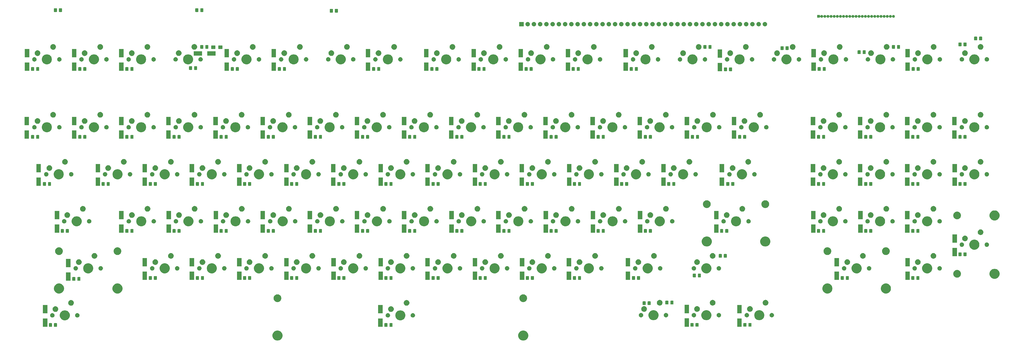
<source format=gbr>
G04 #@! TF.GenerationSoftware,KiCad,Pcbnew,(5.1.2)-1*
G04 #@! TF.CreationDate,2020-04-18T22:46:51-04:00*
G04 #@! TF.ProjectId,C128A,43313238-412e-46b6-9963-61645f706362,rev?*
G04 #@! TF.SameCoordinates,Original*
G04 #@! TF.FileFunction,Soldermask,Bot*
G04 #@! TF.FilePolarity,Negative*
%FSLAX46Y46*%
G04 Gerber Fmt 4.6, Leading zero omitted, Abs format (unit mm)*
G04 Created by KiCad (PCBNEW (5.1.2)-1) date 2020-04-18 22:46:51*
%MOMM*%
%LPD*%
G04 APERTURE LIST*
%ADD10C,0.100000*%
G04 APERTURE END LIST*
D10*
G36*
X269673254Y-335197818D02*
G01*
X270046511Y-335352426D01*
X270046513Y-335352427D01*
X270382436Y-335576884D01*
X270668116Y-335862564D01*
X270892574Y-336198489D01*
X271047182Y-336571746D01*
X271126000Y-336967993D01*
X271126000Y-337372007D01*
X271047182Y-337768254D01*
X270892574Y-338141511D01*
X270892573Y-338141513D01*
X270668116Y-338477436D01*
X270382436Y-338763116D01*
X270046513Y-338987573D01*
X270046512Y-338987574D01*
X270046511Y-338987574D01*
X269673254Y-339142182D01*
X269277007Y-339221000D01*
X268872993Y-339221000D01*
X268476746Y-339142182D01*
X268103489Y-338987574D01*
X268103488Y-338987574D01*
X268103487Y-338987573D01*
X267767564Y-338763116D01*
X267481884Y-338477436D01*
X267257427Y-338141513D01*
X267257426Y-338141511D01*
X267102818Y-337768254D01*
X267024000Y-337372007D01*
X267024000Y-336967993D01*
X267102818Y-336571746D01*
X267257426Y-336198489D01*
X267481884Y-335862564D01*
X267767564Y-335576884D01*
X268103487Y-335352427D01*
X268103489Y-335352426D01*
X268476746Y-335197818D01*
X268872993Y-335119000D01*
X269277007Y-335119000D01*
X269673254Y-335197818D01*
X269673254Y-335197818D01*
G37*
G36*
X169673254Y-335197818D02*
G01*
X170046511Y-335352426D01*
X170046513Y-335352427D01*
X170382436Y-335576884D01*
X170668116Y-335862564D01*
X170892574Y-336198489D01*
X171047182Y-336571746D01*
X171126000Y-336967993D01*
X171126000Y-337372007D01*
X171047182Y-337768254D01*
X170892574Y-338141511D01*
X170892573Y-338141513D01*
X170668116Y-338477436D01*
X170382436Y-338763116D01*
X170046513Y-338987573D01*
X170046512Y-338987574D01*
X170046511Y-338987574D01*
X169673254Y-339142182D01*
X169277007Y-339221000D01*
X168872993Y-339221000D01*
X168476746Y-339142182D01*
X168103489Y-338987574D01*
X168103488Y-338987574D01*
X168103487Y-338987573D01*
X167767564Y-338763116D01*
X167481884Y-338477436D01*
X167257427Y-338141513D01*
X167257426Y-338141511D01*
X167102818Y-337768254D01*
X167024000Y-337372007D01*
X167024000Y-336967993D01*
X167102818Y-336571746D01*
X167257426Y-336198489D01*
X167481884Y-335862564D01*
X167767564Y-335576884D01*
X168103487Y-335352427D01*
X168103489Y-335352426D01*
X168476746Y-335197818D01*
X168872993Y-335119000D01*
X169277007Y-335119000D01*
X169673254Y-335197818D01*
X169673254Y-335197818D01*
G37*
G36*
X357961500Y-333635000D02*
G01*
X356159500Y-333635000D01*
X356159500Y-330233000D01*
X357961500Y-330233000D01*
X357961500Y-333635000D01*
X357961500Y-333635000D01*
G37*
G36*
X211848000Y-333635000D02*
G01*
X210046000Y-333635000D01*
X210046000Y-330233000D01*
X211848000Y-330233000D01*
X211848000Y-333635000D01*
X211848000Y-333635000D01*
G37*
G36*
X75450000Y-333635000D02*
G01*
X73648000Y-333635000D01*
X73648000Y-330233000D01*
X75450000Y-330233000D01*
X75450000Y-333635000D01*
X75450000Y-333635000D01*
G37*
G36*
X215737674Y-332120465D02*
G01*
X215775367Y-332131899D01*
X215810103Y-332150466D01*
X215840548Y-332175452D01*
X215865534Y-332205897D01*
X215884101Y-332240633D01*
X215895535Y-332278326D01*
X215900000Y-332323661D01*
X215900000Y-333410339D01*
X215895535Y-333455674D01*
X215884101Y-333493367D01*
X215865534Y-333528103D01*
X215840548Y-333558548D01*
X215810103Y-333583534D01*
X215775367Y-333602101D01*
X215737674Y-333613535D01*
X215692339Y-333618000D01*
X214855661Y-333618000D01*
X214810326Y-333613535D01*
X214772633Y-333602101D01*
X214737897Y-333583534D01*
X214707452Y-333558548D01*
X214682466Y-333528103D01*
X214663899Y-333493367D01*
X214652465Y-333455674D01*
X214648000Y-333410339D01*
X214648000Y-332323661D01*
X214652465Y-332278326D01*
X214663899Y-332240633D01*
X214682466Y-332205897D01*
X214707452Y-332175452D01*
X214737897Y-332150466D01*
X214772633Y-332131899D01*
X214810326Y-332120465D01*
X214855661Y-332116000D01*
X215692339Y-332116000D01*
X215737674Y-332120465D01*
X215737674Y-332120465D01*
G37*
G36*
X213687674Y-332120465D02*
G01*
X213725367Y-332131899D01*
X213760103Y-332150466D01*
X213790548Y-332175452D01*
X213815534Y-332205897D01*
X213834101Y-332240633D01*
X213845535Y-332278326D01*
X213850000Y-332323661D01*
X213850000Y-333410339D01*
X213845535Y-333455674D01*
X213834101Y-333493367D01*
X213815534Y-333528103D01*
X213790548Y-333558548D01*
X213760103Y-333583534D01*
X213725367Y-333602101D01*
X213687674Y-333613535D01*
X213642339Y-333618000D01*
X212805661Y-333618000D01*
X212760326Y-333613535D01*
X212722633Y-333602101D01*
X212687897Y-333583534D01*
X212657452Y-333558548D01*
X212632466Y-333528103D01*
X212613899Y-333493367D01*
X212602465Y-333455674D01*
X212598000Y-333410339D01*
X212598000Y-332323661D01*
X212602465Y-332278326D01*
X212613899Y-332240633D01*
X212632466Y-332205897D01*
X212657452Y-332175452D01*
X212687897Y-332150466D01*
X212722633Y-332131899D01*
X212760326Y-332120465D01*
X212805661Y-332116000D01*
X213642339Y-332116000D01*
X213687674Y-332120465D01*
X213687674Y-332120465D01*
G37*
G36*
X79212674Y-332120465D02*
G01*
X79250367Y-332131899D01*
X79285103Y-332150466D01*
X79315548Y-332175452D01*
X79340534Y-332205897D01*
X79359101Y-332240633D01*
X79370535Y-332278326D01*
X79375000Y-332323661D01*
X79375000Y-333410339D01*
X79370535Y-333455674D01*
X79359101Y-333493367D01*
X79340534Y-333528103D01*
X79315548Y-333558548D01*
X79285103Y-333583534D01*
X79250367Y-333602101D01*
X79212674Y-333613535D01*
X79167339Y-333618000D01*
X78330661Y-333618000D01*
X78285326Y-333613535D01*
X78247633Y-333602101D01*
X78212897Y-333583534D01*
X78182452Y-333558548D01*
X78157466Y-333528103D01*
X78138899Y-333493367D01*
X78127465Y-333455674D01*
X78123000Y-333410339D01*
X78123000Y-332323661D01*
X78127465Y-332278326D01*
X78138899Y-332240633D01*
X78157466Y-332205897D01*
X78182452Y-332175452D01*
X78212897Y-332150466D01*
X78247633Y-332131899D01*
X78285326Y-332120465D01*
X78330661Y-332116000D01*
X79167339Y-332116000D01*
X79212674Y-332120465D01*
X79212674Y-332120465D01*
G37*
G36*
X77162674Y-332120465D02*
G01*
X77200367Y-332131899D01*
X77235103Y-332150466D01*
X77265548Y-332175452D01*
X77290534Y-332205897D01*
X77309101Y-332240633D01*
X77320535Y-332278326D01*
X77325000Y-332323661D01*
X77325000Y-333410339D01*
X77320535Y-333455674D01*
X77309101Y-333493367D01*
X77290534Y-333528103D01*
X77265548Y-333558548D01*
X77235103Y-333583534D01*
X77200367Y-333602101D01*
X77162674Y-333613535D01*
X77117339Y-333618000D01*
X76280661Y-333618000D01*
X76235326Y-333613535D01*
X76197633Y-333602101D01*
X76162897Y-333583534D01*
X76132452Y-333558548D01*
X76107466Y-333528103D01*
X76088899Y-333493367D01*
X76077465Y-333455674D01*
X76073000Y-333410339D01*
X76073000Y-332323661D01*
X76077465Y-332278326D01*
X76088899Y-332240633D01*
X76107466Y-332205897D01*
X76132452Y-332175452D01*
X76162897Y-332150466D01*
X76197633Y-332131899D01*
X76235326Y-332120465D01*
X76280661Y-332116000D01*
X77117339Y-332116000D01*
X77162674Y-332120465D01*
X77162674Y-332120465D01*
G37*
G36*
X336498500Y-333571500D02*
G01*
X334696500Y-333571500D01*
X334696500Y-330169500D01*
X336498500Y-330169500D01*
X336498500Y-333571500D01*
X336498500Y-333571500D01*
G37*
G36*
X361787674Y-332056965D02*
G01*
X361825367Y-332068399D01*
X361860103Y-332086966D01*
X361890548Y-332111952D01*
X361915534Y-332142397D01*
X361934101Y-332177133D01*
X361945535Y-332214826D01*
X361950000Y-332260161D01*
X361950000Y-333346839D01*
X361945535Y-333392174D01*
X361934101Y-333429867D01*
X361915534Y-333464603D01*
X361890548Y-333495048D01*
X361860103Y-333520034D01*
X361825367Y-333538601D01*
X361787674Y-333550035D01*
X361742339Y-333554500D01*
X360905661Y-333554500D01*
X360860326Y-333550035D01*
X360822633Y-333538601D01*
X360787897Y-333520034D01*
X360757452Y-333495048D01*
X360732466Y-333464603D01*
X360713899Y-333429867D01*
X360702465Y-333392174D01*
X360698000Y-333346839D01*
X360698000Y-332260161D01*
X360702465Y-332214826D01*
X360713899Y-332177133D01*
X360732466Y-332142397D01*
X360757452Y-332111952D01*
X360787897Y-332086966D01*
X360822633Y-332068399D01*
X360860326Y-332056965D01*
X360905661Y-332052500D01*
X361742339Y-332052500D01*
X361787674Y-332056965D01*
X361787674Y-332056965D01*
G37*
G36*
X359737674Y-332056965D02*
G01*
X359775367Y-332068399D01*
X359810103Y-332086966D01*
X359840548Y-332111952D01*
X359865534Y-332142397D01*
X359884101Y-332177133D01*
X359895535Y-332214826D01*
X359900000Y-332260161D01*
X359900000Y-333346839D01*
X359895535Y-333392174D01*
X359884101Y-333429867D01*
X359865534Y-333464603D01*
X359840548Y-333495048D01*
X359810103Y-333520034D01*
X359775367Y-333538601D01*
X359737674Y-333550035D01*
X359692339Y-333554500D01*
X358855661Y-333554500D01*
X358810326Y-333550035D01*
X358772633Y-333538601D01*
X358737897Y-333520034D01*
X358707452Y-333495048D01*
X358682466Y-333464603D01*
X358663899Y-333429867D01*
X358652465Y-333392174D01*
X358648000Y-333346839D01*
X358648000Y-332260161D01*
X358652465Y-332214826D01*
X358663899Y-332177133D01*
X358682466Y-332142397D01*
X358707452Y-332111952D01*
X358737897Y-332086966D01*
X358772633Y-332068399D01*
X358810326Y-332056965D01*
X358855661Y-332052500D01*
X359692339Y-332052500D01*
X359737674Y-332056965D01*
X359737674Y-332056965D01*
G37*
G36*
X340261174Y-332056965D02*
G01*
X340298867Y-332068399D01*
X340333603Y-332086966D01*
X340364048Y-332111952D01*
X340389034Y-332142397D01*
X340407601Y-332177133D01*
X340419035Y-332214826D01*
X340423500Y-332260161D01*
X340423500Y-333346839D01*
X340419035Y-333392174D01*
X340407601Y-333429867D01*
X340389034Y-333464603D01*
X340364048Y-333495048D01*
X340333603Y-333520034D01*
X340298867Y-333538601D01*
X340261174Y-333550035D01*
X340215839Y-333554500D01*
X339379161Y-333554500D01*
X339333826Y-333550035D01*
X339296133Y-333538601D01*
X339261397Y-333520034D01*
X339230952Y-333495048D01*
X339205966Y-333464603D01*
X339187399Y-333429867D01*
X339175965Y-333392174D01*
X339171500Y-333346839D01*
X339171500Y-332260161D01*
X339175965Y-332214826D01*
X339187399Y-332177133D01*
X339205966Y-332142397D01*
X339230952Y-332111952D01*
X339261397Y-332086966D01*
X339296133Y-332068399D01*
X339333826Y-332056965D01*
X339379161Y-332052500D01*
X340215839Y-332052500D01*
X340261174Y-332056965D01*
X340261174Y-332056965D01*
G37*
G36*
X338211174Y-332056965D02*
G01*
X338248867Y-332068399D01*
X338283603Y-332086966D01*
X338314048Y-332111952D01*
X338339034Y-332142397D01*
X338357601Y-332177133D01*
X338369035Y-332214826D01*
X338373500Y-332260161D01*
X338373500Y-333346839D01*
X338369035Y-333392174D01*
X338357601Y-333429867D01*
X338339034Y-333464603D01*
X338314048Y-333495048D01*
X338283603Y-333520034D01*
X338248867Y-333538601D01*
X338211174Y-333550035D01*
X338165839Y-333554500D01*
X337329161Y-333554500D01*
X337283826Y-333550035D01*
X337246133Y-333538601D01*
X337211397Y-333520034D01*
X337180952Y-333495048D01*
X337155966Y-333464603D01*
X337137399Y-333429867D01*
X337125965Y-333392174D01*
X337121500Y-333346839D01*
X337121500Y-332260161D01*
X337125965Y-332214826D01*
X337137399Y-332177133D01*
X337155966Y-332142397D01*
X337180952Y-332111952D01*
X337211397Y-332086966D01*
X337246133Y-332068399D01*
X337283826Y-332056965D01*
X337329161Y-332052500D01*
X338165839Y-332052500D01*
X338211174Y-332056965D01*
X338211174Y-332056965D01*
G37*
G36*
X83148254Y-326957818D02*
G01*
X83395474Y-327060220D01*
X83521513Y-327112427D01*
X83857436Y-327336884D01*
X84143116Y-327622564D01*
X84325144Y-327894987D01*
X84367574Y-327958489D01*
X84522182Y-328331746D01*
X84601000Y-328727993D01*
X84601000Y-329132007D01*
X84522182Y-329528254D01*
X84367574Y-329901511D01*
X84367573Y-329901513D01*
X84143116Y-330237436D01*
X83857436Y-330523116D01*
X83521513Y-330747573D01*
X83521512Y-330747574D01*
X83521511Y-330747574D01*
X83148254Y-330902182D01*
X82752007Y-330981000D01*
X82347993Y-330981000D01*
X81951746Y-330902182D01*
X81578489Y-330747574D01*
X81578488Y-330747574D01*
X81578487Y-330747573D01*
X81242564Y-330523116D01*
X80956884Y-330237436D01*
X80732427Y-329901513D01*
X80732426Y-329901511D01*
X80577818Y-329528254D01*
X80499000Y-329132007D01*
X80499000Y-328727993D01*
X80577818Y-328331746D01*
X80732426Y-327958489D01*
X80774857Y-327894987D01*
X80956884Y-327622564D01*
X81242564Y-327336884D01*
X81578487Y-327112427D01*
X81704526Y-327060220D01*
X81951746Y-326957818D01*
X82347993Y-326879000D01*
X82752007Y-326879000D01*
X83148254Y-326957818D01*
X83148254Y-326957818D01*
G37*
G36*
X219673254Y-326957818D02*
G01*
X219920474Y-327060220D01*
X220046513Y-327112427D01*
X220382436Y-327336884D01*
X220668116Y-327622564D01*
X220850144Y-327894987D01*
X220892574Y-327958489D01*
X221047182Y-328331746D01*
X221126000Y-328727993D01*
X221126000Y-329132007D01*
X221047182Y-329528254D01*
X220892574Y-329901511D01*
X220892573Y-329901513D01*
X220668116Y-330237436D01*
X220382436Y-330523116D01*
X220046513Y-330747573D01*
X220046512Y-330747574D01*
X220046511Y-330747574D01*
X219673254Y-330902182D01*
X219277007Y-330981000D01*
X218872993Y-330981000D01*
X218476746Y-330902182D01*
X218103489Y-330747574D01*
X218103488Y-330747574D01*
X218103487Y-330747573D01*
X217767564Y-330523116D01*
X217481884Y-330237436D01*
X217257427Y-329901513D01*
X217257426Y-329901511D01*
X217102818Y-329528254D01*
X217024000Y-329132007D01*
X217024000Y-328727993D01*
X217102818Y-328331746D01*
X217257426Y-327958489D01*
X217299857Y-327894987D01*
X217481884Y-327622564D01*
X217767564Y-327336884D01*
X218103487Y-327112427D01*
X218229526Y-327060220D01*
X218476746Y-326957818D01*
X218872993Y-326879000D01*
X219277007Y-326879000D01*
X219673254Y-326957818D01*
X219673254Y-326957818D01*
G37*
G36*
X344196754Y-326894318D02*
G01*
X344570011Y-327048926D01*
X344570013Y-327048927D01*
X344905936Y-327273384D01*
X345191616Y-327559064D01*
X345416074Y-327894989D01*
X345570682Y-328268246D01*
X345649500Y-328664493D01*
X345649500Y-329068507D01*
X345570682Y-329464754D01*
X345433320Y-329796375D01*
X345416073Y-329838013D01*
X345191616Y-330173936D01*
X344905936Y-330459616D01*
X344570013Y-330684073D01*
X344570012Y-330684074D01*
X344570011Y-330684074D01*
X344196754Y-330838682D01*
X343800507Y-330917500D01*
X343396493Y-330917500D01*
X343000246Y-330838682D01*
X342626989Y-330684074D01*
X342626988Y-330684074D01*
X342626987Y-330684073D01*
X342291064Y-330459616D01*
X342005384Y-330173936D01*
X341780927Y-329838013D01*
X341763680Y-329796375D01*
X341626318Y-329464754D01*
X341547500Y-329068507D01*
X341547500Y-328664493D01*
X341626318Y-328268246D01*
X341780926Y-327894989D01*
X342005384Y-327559064D01*
X342291064Y-327273384D01*
X342626987Y-327048927D01*
X342626989Y-327048926D01*
X343000246Y-326894318D01*
X343396493Y-326815500D01*
X343800507Y-326815500D01*
X344196754Y-326894318D01*
X344196754Y-326894318D01*
G37*
G36*
X322670254Y-326894318D02*
G01*
X323043511Y-327048926D01*
X323043513Y-327048927D01*
X323379436Y-327273384D01*
X323665116Y-327559064D01*
X323889574Y-327894989D01*
X324044182Y-328268246D01*
X324123000Y-328664493D01*
X324123000Y-329068507D01*
X324044182Y-329464754D01*
X323906820Y-329796375D01*
X323889573Y-329838013D01*
X323665116Y-330173936D01*
X323379436Y-330459616D01*
X323043513Y-330684073D01*
X323043512Y-330684074D01*
X323043511Y-330684074D01*
X322670254Y-330838682D01*
X322274007Y-330917500D01*
X321869993Y-330917500D01*
X321473746Y-330838682D01*
X321100489Y-330684074D01*
X321100488Y-330684074D01*
X321100487Y-330684073D01*
X320764564Y-330459616D01*
X320478884Y-330173936D01*
X320254427Y-329838013D01*
X320237180Y-329796375D01*
X320099818Y-329464754D01*
X320021000Y-329068507D01*
X320021000Y-328664493D01*
X320099818Y-328268246D01*
X320254426Y-327894989D01*
X320478884Y-327559064D01*
X320764564Y-327273384D01*
X321100487Y-327048927D01*
X321100489Y-327048926D01*
X321473746Y-326894318D01*
X321869993Y-326815500D01*
X322274007Y-326815500D01*
X322670254Y-326894318D01*
X322670254Y-326894318D01*
G37*
G36*
X365723254Y-326894318D02*
G01*
X366096511Y-327048926D01*
X366096513Y-327048927D01*
X366432436Y-327273384D01*
X366718116Y-327559064D01*
X366942574Y-327894989D01*
X367097182Y-328268246D01*
X367176000Y-328664493D01*
X367176000Y-329068507D01*
X367097182Y-329464754D01*
X366959820Y-329796375D01*
X366942573Y-329838013D01*
X366718116Y-330173936D01*
X366432436Y-330459616D01*
X366096513Y-330684073D01*
X366096512Y-330684074D01*
X366096511Y-330684074D01*
X365723254Y-330838682D01*
X365327007Y-330917500D01*
X364922993Y-330917500D01*
X364526746Y-330838682D01*
X364153489Y-330684074D01*
X364153488Y-330684074D01*
X364153487Y-330684073D01*
X363817564Y-330459616D01*
X363531884Y-330173936D01*
X363307427Y-329838013D01*
X363290180Y-329796375D01*
X363152818Y-329464754D01*
X363074000Y-329068507D01*
X363074000Y-328664493D01*
X363152818Y-328268246D01*
X363307426Y-327894989D01*
X363531884Y-327559064D01*
X363817564Y-327273384D01*
X364153487Y-327048927D01*
X364153489Y-327048926D01*
X364526746Y-326894318D01*
X364922993Y-326815500D01*
X365327007Y-326815500D01*
X365723254Y-326894318D01*
X365723254Y-326894318D01*
G37*
G36*
X87743512Y-328033927D02*
G01*
X87892812Y-328063624D01*
X88056784Y-328131544D01*
X88204354Y-328230147D01*
X88329853Y-328355646D01*
X88428456Y-328503216D01*
X88496376Y-328667188D01*
X88531000Y-328841259D01*
X88531000Y-329018741D01*
X88496376Y-329192812D01*
X88428456Y-329356784D01*
X88329853Y-329504354D01*
X88204354Y-329629853D01*
X88056784Y-329728456D01*
X87892812Y-329796376D01*
X87743512Y-329826073D01*
X87718742Y-329831000D01*
X87541258Y-329831000D01*
X87516488Y-329826073D01*
X87367188Y-329796376D01*
X87203216Y-329728456D01*
X87055646Y-329629853D01*
X86930147Y-329504354D01*
X86831544Y-329356784D01*
X86763624Y-329192812D01*
X86729000Y-329018741D01*
X86729000Y-328841259D01*
X86763624Y-328667188D01*
X86831544Y-328503216D01*
X86930147Y-328355646D01*
X87055646Y-328230147D01*
X87203216Y-328131544D01*
X87367188Y-328063624D01*
X87516488Y-328033927D01*
X87541258Y-328029000D01*
X87718742Y-328029000D01*
X87743512Y-328033927D01*
X87743512Y-328033927D01*
G37*
G36*
X224268512Y-328033927D02*
G01*
X224417812Y-328063624D01*
X224581784Y-328131544D01*
X224729354Y-328230147D01*
X224854853Y-328355646D01*
X224953456Y-328503216D01*
X225021376Y-328667188D01*
X225056000Y-328841259D01*
X225056000Y-329018741D01*
X225021376Y-329192812D01*
X224953456Y-329356784D01*
X224854853Y-329504354D01*
X224729354Y-329629853D01*
X224581784Y-329728456D01*
X224417812Y-329796376D01*
X224268512Y-329826073D01*
X224243742Y-329831000D01*
X224066258Y-329831000D01*
X224041488Y-329826073D01*
X223892188Y-329796376D01*
X223728216Y-329728456D01*
X223580646Y-329629853D01*
X223455147Y-329504354D01*
X223356544Y-329356784D01*
X223288624Y-329192812D01*
X223254000Y-329018741D01*
X223254000Y-328841259D01*
X223288624Y-328667188D01*
X223356544Y-328503216D01*
X223455147Y-328355646D01*
X223580646Y-328230147D01*
X223728216Y-328131544D01*
X223892188Y-328063624D01*
X224041488Y-328033927D01*
X224066258Y-328029000D01*
X224243742Y-328029000D01*
X224268512Y-328033927D01*
X224268512Y-328033927D01*
G37*
G36*
X214108512Y-328033927D02*
G01*
X214257812Y-328063624D01*
X214421784Y-328131544D01*
X214569354Y-328230147D01*
X214694853Y-328355646D01*
X214793456Y-328503216D01*
X214861376Y-328667188D01*
X214896000Y-328841259D01*
X214896000Y-329018741D01*
X214861376Y-329192812D01*
X214793456Y-329356784D01*
X214694853Y-329504354D01*
X214569354Y-329629853D01*
X214421784Y-329728456D01*
X214257812Y-329796376D01*
X214108512Y-329826073D01*
X214083742Y-329831000D01*
X213906258Y-329831000D01*
X213881488Y-329826073D01*
X213732188Y-329796376D01*
X213568216Y-329728456D01*
X213420646Y-329629853D01*
X213295147Y-329504354D01*
X213196544Y-329356784D01*
X213128624Y-329192812D01*
X213094000Y-329018741D01*
X213094000Y-328841259D01*
X213128624Y-328667188D01*
X213196544Y-328503216D01*
X213295147Y-328355646D01*
X213420646Y-328230147D01*
X213568216Y-328131544D01*
X213732188Y-328063624D01*
X213881488Y-328033927D01*
X213906258Y-328029000D01*
X214083742Y-328029000D01*
X214108512Y-328033927D01*
X214108512Y-328033927D01*
G37*
G36*
X77583512Y-328033927D02*
G01*
X77732812Y-328063624D01*
X77896784Y-328131544D01*
X78044354Y-328230147D01*
X78169853Y-328355646D01*
X78268456Y-328503216D01*
X78336376Y-328667188D01*
X78371000Y-328841259D01*
X78371000Y-329018741D01*
X78336376Y-329192812D01*
X78268456Y-329356784D01*
X78169853Y-329504354D01*
X78044354Y-329629853D01*
X77896784Y-329728456D01*
X77732812Y-329796376D01*
X77583512Y-329826073D01*
X77558742Y-329831000D01*
X77381258Y-329831000D01*
X77356488Y-329826073D01*
X77207188Y-329796376D01*
X77043216Y-329728456D01*
X76895646Y-329629853D01*
X76770147Y-329504354D01*
X76671544Y-329356784D01*
X76603624Y-329192812D01*
X76569000Y-329018741D01*
X76569000Y-328841259D01*
X76603624Y-328667188D01*
X76671544Y-328503216D01*
X76770147Y-328355646D01*
X76895646Y-328230147D01*
X77043216Y-328131544D01*
X77207188Y-328063624D01*
X77356488Y-328033927D01*
X77381258Y-328029000D01*
X77558742Y-328029000D01*
X77583512Y-328033927D01*
X77583512Y-328033927D01*
G37*
G36*
X348792012Y-327970427D02*
G01*
X348941312Y-328000124D01*
X349105284Y-328068044D01*
X349252854Y-328166647D01*
X349378353Y-328292146D01*
X349476956Y-328439716D01*
X349544876Y-328603688D01*
X349579500Y-328777759D01*
X349579500Y-328955241D01*
X349544876Y-329129312D01*
X349476956Y-329293284D01*
X349378353Y-329440854D01*
X349252854Y-329566353D01*
X349105284Y-329664956D01*
X348941312Y-329732876D01*
X348792012Y-329762573D01*
X348767242Y-329767500D01*
X348589758Y-329767500D01*
X348564988Y-329762573D01*
X348415688Y-329732876D01*
X348251716Y-329664956D01*
X348104146Y-329566353D01*
X347978647Y-329440854D01*
X347880044Y-329293284D01*
X347812124Y-329129312D01*
X347777500Y-328955241D01*
X347777500Y-328777759D01*
X347812124Y-328603688D01*
X347880044Y-328439716D01*
X347978647Y-328292146D01*
X348104146Y-328166647D01*
X348251716Y-328068044D01*
X348415688Y-328000124D01*
X348564988Y-327970427D01*
X348589758Y-327965500D01*
X348767242Y-327965500D01*
X348792012Y-327970427D01*
X348792012Y-327970427D01*
G37*
G36*
X370318512Y-327970427D02*
G01*
X370467812Y-328000124D01*
X370631784Y-328068044D01*
X370779354Y-328166647D01*
X370904853Y-328292146D01*
X371003456Y-328439716D01*
X371071376Y-328603688D01*
X371106000Y-328777759D01*
X371106000Y-328955241D01*
X371071376Y-329129312D01*
X371003456Y-329293284D01*
X370904853Y-329440854D01*
X370779354Y-329566353D01*
X370631784Y-329664956D01*
X370467812Y-329732876D01*
X370318512Y-329762573D01*
X370293742Y-329767500D01*
X370116258Y-329767500D01*
X370091488Y-329762573D01*
X369942188Y-329732876D01*
X369778216Y-329664956D01*
X369630646Y-329566353D01*
X369505147Y-329440854D01*
X369406544Y-329293284D01*
X369338624Y-329129312D01*
X369304000Y-328955241D01*
X369304000Y-328777759D01*
X369338624Y-328603688D01*
X369406544Y-328439716D01*
X369505147Y-328292146D01*
X369630646Y-328166647D01*
X369778216Y-328068044D01*
X369942188Y-328000124D01*
X370091488Y-327970427D01*
X370116258Y-327965500D01*
X370293742Y-327965500D01*
X370318512Y-327970427D01*
X370318512Y-327970427D01*
G37*
G36*
X317105512Y-327970427D02*
G01*
X317254812Y-328000124D01*
X317418784Y-328068044D01*
X317566354Y-328166647D01*
X317691853Y-328292146D01*
X317790456Y-328439716D01*
X317858376Y-328603688D01*
X317893000Y-328777759D01*
X317893000Y-328955241D01*
X317858376Y-329129312D01*
X317790456Y-329293284D01*
X317691853Y-329440854D01*
X317566354Y-329566353D01*
X317418784Y-329664956D01*
X317254812Y-329732876D01*
X317105512Y-329762573D01*
X317080742Y-329767500D01*
X316903258Y-329767500D01*
X316878488Y-329762573D01*
X316729188Y-329732876D01*
X316565216Y-329664956D01*
X316417646Y-329566353D01*
X316292147Y-329440854D01*
X316193544Y-329293284D01*
X316125624Y-329129312D01*
X316091000Y-328955241D01*
X316091000Y-328777759D01*
X316125624Y-328603688D01*
X316193544Y-328439716D01*
X316292147Y-328292146D01*
X316417646Y-328166647D01*
X316565216Y-328068044D01*
X316729188Y-328000124D01*
X316878488Y-327970427D01*
X316903258Y-327965500D01*
X317080742Y-327965500D01*
X317105512Y-327970427D01*
X317105512Y-327970427D01*
G37*
G36*
X360158512Y-327970427D02*
G01*
X360307812Y-328000124D01*
X360471784Y-328068044D01*
X360619354Y-328166647D01*
X360744853Y-328292146D01*
X360843456Y-328439716D01*
X360911376Y-328603688D01*
X360946000Y-328777759D01*
X360946000Y-328955241D01*
X360911376Y-329129312D01*
X360843456Y-329293284D01*
X360744853Y-329440854D01*
X360619354Y-329566353D01*
X360471784Y-329664956D01*
X360307812Y-329732876D01*
X360158512Y-329762573D01*
X360133742Y-329767500D01*
X359956258Y-329767500D01*
X359931488Y-329762573D01*
X359782188Y-329732876D01*
X359618216Y-329664956D01*
X359470646Y-329566353D01*
X359345147Y-329440854D01*
X359246544Y-329293284D01*
X359178624Y-329129312D01*
X359144000Y-328955241D01*
X359144000Y-328777759D01*
X359178624Y-328603688D01*
X359246544Y-328439716D01*
X359345147Y-328292146D01*
X359470646Y-328166647D01*
X359618216Y-328068044D01*
X359782188Y-328000124D01*
X359931488Y-327970427D01*
X359956258Y-327965500D01*
X360133742Y-327965500D01*
X360158512Y-327970427D01*
X360158512Y-327970427D01*
G37*
G36*
X338632012Y-327970427D02*
G01*
X338781312Y-328000124D01*
X338945284Y-328068044D01*
X339092854Y-328166647D01*
X339218353Y-328292146D01*
X339316956Y-328439716D01*
X339384876Y-328603688D01*
X339419500Y-328777759D01*
X339419500Y-328955241D01*
X339384876Y-329129312D01*
X339316956Y-329293284D01*
X339218353Y-329440854D01*
X339092854Y-329566353D01*
X338945284Y-329664956D01*
X338781312Y-329732876D01*
X338632012Y-329762573D01*
X338607242Y-329767500D01*
X338429758Y-329767500D01*
X338404988Y-329762573D01*
X338255688Y-329732876D01*
X338091716Y-329664956D01*
X337944146Y-329566353D01*
X337818647Y-329440854D01*
X337720044Y-329293284D01*
X337652124Y-329129312D01*
X337617500Y-328955241D01*
X337617500Y-328777759D01*
X337652124Y-328603688D01*
X337720044Y-328439716D01*
X337818647Y-328292146D01*
X337944146Y-328166647D01*
X338091716Y-328068044D01*
X338255688Y-328000124D01*
X338404988Y-327970427D01*
X338429758Y-327965500D01*
X338607242Y-327965500D01*
X338632012Y-327970427D01*
X338632012Y-327970427D01*
G37*
G36*
X327265512Y-327970427D02*
G01*
X327414812Y-328000124D01*
X327578784Y-328068044D01*
X327726354Y-328166647D01*
X327851853Y-328292146D01*
X327950456Y-328439716D01*
X328018376Y-328603688D01*
X328053000Y-328777759D01*
X328053000Y-328955241D01*
X328018376Y-329129312D01*
X327950456Y-329293284D01*
X327851853Y-329440854D01*
X327726354Y-329566353D01*
X327578784Y-329664956D01*
X327414812Y-329732876D01*
X327265512Y-329762573D01*
X327240742Y-329767500D01*
X327063258Y-329767500D01*
X327038488Y-329762573D01*
X326889188Y-329732876D01*
X326725216Y-329664956D01*
X326577646Y-329566353D01*
X326452147Y-329440854D01*
X326353544Y-329293284D01*
X326285624Y-329129312D01*
X326251000Y-328955241D01*
X326251000Y-328777759D01*
X326285624Y-328603688D01*
X326353544Y-328439716D01*
X326452147Y-328292146D01*
X326577646Y-328166647D01*
X326725216Y-328068044D01*
X326889188Y-328000124D01*
X327038488Y-327970427D01*
X327063258Y-327965500D01*
X327240742Y-327965500D01*
X327265512Y-327970427D01*
X327265512Y-327970427D01*
G37*
G36*
X211848000Y-328135000D02*
G01*
X210046000Y-328135000D01*
X210046000Y-324733000D01*
X211848000Y-324733000D01*
X211848000Y-328135000D01*
X211848000Y-328135000D01*
G37*
G36*
X75450000Y-328135000D02*
G01*
X73648000Y-328135000D01*
X73648000Y-324733000D01*
X75450000Y-324733000D01*
X75450000Y-328135000D01*
X75450000Y-328135000D01*
G37*
G36*
X357961500Y-328135000D02*
G01*
X356159500Y-328135000D01*
X356159500Y-324733000D01*
X357961500Y-324733000D01*
X357961500Y-328135000D01*
X357961500Y-328135000D01*
G37*
G36*
X336498500Y-328071500D02*
G01*
X334696500Y-328071500D01*
X334696500Y-324669500D01*
X336498500Y-324669500D01*
X336498500Y-328071500D01*
X336498500Y-328071500D01*
G37*
G36*
X215489549Y-325261116D02*
G01*
X215600734Y-325283232D01*
X215810203Y-325369997D01*
X215998720Y-325495960D01*
X216159040Y-325656280D01*
X216285003Y-325844797D01*
X216371768Y-326054266D01*
X216416000Y-326276636D01*
X216416000Y-326503364D01*
X216371768Y-326725734D01*
X216285003Y-326935203D01*
X216159040Y-327123720D01*
X215998720Y-327284040D01*
X215810203Y-327410003D01*
X215600734Y-327496768D01*
X215489549Y-327518884D01*
X215378365Y-327541000D01*
X215151635Y-327541000D01*
X215040451Y-327518884D01*
X214929266Y-327496768D01*
X214719797Y-327410003D01*
X214531280Y-327284040D01*
X214370960Y-327123720D01*
X214244997Y-326935203D01*
X214158232Y-326725734D01*
X214114000Y-326503364D01*
X214114000Y-326276636D01*
X214158232Y-326054266D01*
X214244997Y-325844797D01*
X214370960Y-325656280D01*
X214531280Y-325495960D01*
X214719797Y-325369997D01*
X214929266Y-325283232D01*
X215040451Y-325261116D01*
X215151635Y-325239000D01*
X215378365Y-325239000D01*
X215489549Y-325261116D01*
X215489549Y-325261116D01*
G37*
G36*
X78964549Y-325261116D02*
G01*
X79075734Y-325283232D01*
X79285203Y-325369997D01*
X79473720Y-325495960D01*
X79634040Y-325656280D01*
X79760003Y-325844797D01*
X79846768Y-326054266D01*
X79891000Y-326276636D01*
X79891000Y-326503364D01*
X79846768Y-326725734D01*
X79760003Y-326935203D01*
X79634040Y-327123720D01*
X79473720Y-327284040D01*
X79285203Y-327410003D01*
X79075734Y-327496768D01*
X78964549Y-327518884D01*
X78853365Y-327541000D01*
X78626635Y-327541000D01*
X78515451Y-327518884D01*
X78404266Y-327496768D01*
X78194797Y-327410003D01*
X78006280Y-327284040D01*
X77845960Y-327123720D01*
X77719997Y-326935203D01*
X77633232Y-326725734D01*
X77589000Y-326503364D01*
X77589000Y-326276636D01*
X77633232Y-326054266D01*
X77719997Y-325844797D01*
X77845960Y-325656280D01*
X78006280Y-325495960D01*
X78194797Y-325369997D01*
X78404266Y-325283232D01*
X78515451Y-325261116D01*
X78626635Y-325239000D01*
X78853365Y-325239000D01*
X78964549Y-325261116D01*
X78964549Y-325261116D01*
G37*
G36*
X361539549Y-325197616D02*
G01*
X361650734Y-325219732D01*
X361860203Y-325306497D01*
X362048720Y-325432460D01*
X362209040Y-325592780D01*
X362335003Y-325781297D01*
X362421768Y-325990766D01*
X362466000Y-326213136D01*
X362466000Y-326439864D01*
X362421768Y-326662234D01*
X362335003Y-326871703D01*
X362209040Y-327060220D01*
X362048720Y-327220540D01*
X361860203Y-327346503D01*
X361650734Y-327433268D01*
X361539549Y-327455384D01*
X361428365Y-327477500D01*
X361201635Y-327477500D01*
X361090451Y-327455384D01*
X360979266Y-327433268D01*
X360769797Y-327346503D01*
X360581280Y-327220540D01*
X360420960Y-327060220D01*
X360294997Y-326871703D01*
X360208232Y-326662234D01*
X360164000Y-326439864D01*
X360164000Y-326213136D01*
X360208232Y-325990766D01*
X360294997Y-325781297D01*
X360420960Y-325592780D01*
X360581280Y-325432460D01*
X360769797Y-325306497D01*
X360979266Y-325219732D01*
X361090451Y-325197616D01*
X361201635Y-325175500D01*
X361428365Y-325175500D01*
X361539549Y-325197616D01*
X361539549Y-325197616D01*
G37*
G36*
X340013049Y-325197616D02*
G01*
X340124234Y-325219732D01*
X340333703Y-325306497D01*
X340522220Y-325432460D01*
X340682540Y-325592780D01*
X340808503Y-325781297D01*
X340895268Y-325990766D01*
X340939500Y-326213136D01*
X340939500Y-326439864D01*
X340895268Y-326662234D01*
X340808503Y-326871703D01*
X340682540Y-327060220D01*
X340522220Y-327220540D01*
X340333703Y-327346503D01*
X340124234Y-327433268D01*
X340013049Y-327455384D01*
X339901865Y-327477500D01*
X339675135Y-327477500D01*
X339563951Y-327455384D01*
X339452766Y-327433268D01*
X339243297Y-327346503D01*
X339054780Y-327220540D01*
X338894460Y-327060220D01*
X338768497Y-326871703D01*
X338681732Y-326662234D01*
X338637500Y-326439864D01*
X338637500Y-326213136D01*
X338681732Y-325990766D01*
X338768497Y-325781297D01*
X338894460Y-325592780D01*
X339054780Y-325432460D01*
X339243297Y-325306497D01*
X339452766Y-325219732D01*
X339563951Y-325197616D01*
X339675135Y-325175500D01*
X339901865Y-325175500D01*
X340013049Y-325197616D01*
X340013049Y-325197616D01*
G37*
G36*
X318486549Y-325197616D02*
G01*
X318597734Y-325219732D01*
X318807203Y-325306497D01*
X318995720Y-325432460D01*
X319156040Y-325592780D01*
X319282003Y-325781297D01*
X319368768Y-325990766D01*
X319413000Y-326213136D01*
X319413000Y-326439864D01*
X319368768Y-326662234D01*
X319282003Y-326871703D01*
X319156040Y-327060220D01*
X318995720Y-327220540D01*
X318807203Y-327346503D01*
X318597734Y-327433268D01*
X318486549Y-327455384D01*
X318375365Y-327477500D01*
X318148635Y-327477500D01*
X318037451Y-327455384D01*
X317926266Y-327433268D01*
X317716797Y-327346503D01*
X317528280Y-327220540D01*
X317367960Y-327060220D01*
X317241997Y-326871703D01*
X317155232Y-326662234D01*
X317111000Y-326439864D01*
X317111000Y-326213136D01*
X317155232Y-325990766D01*
X317241997Y-325781297D01*
X317367960Y-325592780D01*
X317528280Y-325432460D01*
X317716797Y-325306497D01*
X317926266Y-325219732D01*
X318037451Y-325197616D01*
X318148635Y-325175500D01*
X318375365Y-325175500D01*
X318486549Y-325197616D01*
X318486549Y-325197616D01*
G37*
G36*
X221839549Y-322721116D02*
G01*
X221950734Y-322743232D01*
X222160203Y-322829997D01*
X222348720Y-322955960D01*
X222509040Y-323116280D01*
X222605382Y-323260466D01*
X222635004Y-323304799D01*
X222639601Y-323315897D01*
X222693258Y-323445436D01*
X222721768Y-323514267D01*
X222766000Y-323736635D01*
X222766000Y-323963365D01*
X222721768Y-324185733D01*
X222635385Y-324394282D01*
X222635003Y-324395203D01*
X222509040Y-324583720D01*
X222348720Y-324744040D01*
X222160203Y-324870003D01*
X221950734Y-324956768D01*
X221839549Y-324978884D01*
X221728365Y-325001000D01*
X221501635Y-325001000D01*
X221390451Y-324978884D01*
X221279266Y-324956768D01*
X221069797Y-324870003D01*
X220881280Y-324744040D01*
X220720960Y-324583720D01*
X220594997Y-324395203D01*
X220594616Y-324394282D01*
X220508232Y-324185733D01*
X220464000Y-323963365D01*
X220464000Y-323736635D01*
X220508232Y-323514267D01*
X220536743Y-323445436D01*
X220590399Y-323315897D01*
X220594996Y-323304799D01*
X220624618Y-323260466D01*
X220720960Y-323116280D01*
X220881280Y-322955960D01*
X221069797Y-322829997D01*
X221279266Y-322743232D01*
X221390451Y-322721116D01*
X221501635Y-322699000D01*
X221728365Y-322699000D01*
X221839549Y-322721116D01*
X221839549Y-322721116D01*
G37*
G36*
X85314549Y-322721116D02*
G01*
X85425734Y-322743232D01*
X85635203Y-322829997D01*
X85823720Y-322955960D01*
X85984040Y-323116280D01*
X86080382Y-323260466D01*
X86110004Y-323304799D01*
X86114601Y-323315897D01*
X86168258Y-323445436D01*
X86196768Y-323514267D01*
X86241000Y-323736635D01*
X86241000Y-323963365D01*
X86196768Y-324185733D01*
X86110385Y-324394282D01*
X86110003Y-324395203D01*
X85984040Y-324583720D01*
X85823720Y-324744040D01*
X85635203Y-324870003D01*
X85425734Y-324956768D01*
X85314549Y-324978884D01*
X85203365Y-325001000D01*
X84976635Y-325001000D01*
X84865451Y-324978884D01*
X84754266Y-324956768D01*
X84544797Y-324870003D01*
X84356280Y-324744040D01*
X84195960Y-324583720D01*
X84069997Y-324395203D01*
X84069616Y-324394282D01*
X83983232Y-324185733D01*
X83939000Y-323963365D01*
X83939000Y-323736635D01*
X83983232Y-323514267D01*
X84011743Y-323445436D01*
X84065399Y-323315897D01*
X84069996Y-323304799D01*
X84099618Y-323260466D01*
X84195960Y-323116280D01*
X84356280Y-322955960D01*
X84544797Y-322829997D01*
X84754266Y-322743232D01*
X84865451Y-322721116D01*
X84976635Y-322699000D01*
X85203365Y-322699000D01*
X85314549Y-322721116D01*
X85314549Y-322721116D01*
G37*
G36*
X367889549Y-322657616D02*
G01*
X368000734Y-322679732D01*
X368210203Y-322766497D01*
X368398720Y-322892460D01*
X368559040Y-323052780D01*
X368674782Y-323226000D01*
X368685004Y-323241299D01*
X368692943Y-323260466D01*
X368771768Y-323450766D01*
X368816000Y-323673136D01*
X368816000Y-323899864D01*
X368771768Y-324122234D01*
X368685003Y-324331703D01*
X368559040Y-324520220D01*
X368398720Y-324680540D01*
X368210203Y-324806503D01*
X368000734Y-324893268D01*
X367889549Y-324915384D01*
X367778365Y-324937500D01*
X367551635Y-324937500D01*
X367440451Y-324915384D01*
X367329266Y-324893268D01*
X367119797Y-324806503D01*
X366931280Y-324680540D01*
X366770960Y-324520220D01*
X366644997Y-324331703D01*
X366558232Y-324122234D01*
X366514000Y-323899864D01*
X366514000Y-323673136D01*
X366558232Y-323450766D01*
X366637057Y-323260466D01*
X366644996Y-323241299D01*
X366655218Y-323226000D01*
X366770960Y-323052780D01*
X366931280Y-322892460D01*
X367119797Y-322766497D01*
X367329266Y-322679732D01*
X367440451Y-322657616D01*
X367551635Y-322635500D01*
X367778365Y-322635500D01*
X367889549Y-322657616D01*
X367889549Y-322657616D01*
G37*
G36*
X346363049Y-322657616D02*
G01*
X346474234Y-322679732D01*
X346683703Y-322766497D01*
X346872220Y-322892460D01*
X347032540Y-323052780D01*
X347148282Y-323226000D01*
X347158504Y-323241299D01*
X347166443Y-323260466D01*
X347245268Y-323450766D01*
X347289500Y-323673136D01*
X347289500Y-323899864D01*
X347245268Y-324122234D01*
X347158503Y-324331703D01*
X347032540Y-324520220D01*
X346872220Y-324680540D01*
X346683703Y-324806503D01*
X346474234Y-324893268D01*
X346363049Y-324915384D01*
X346251865Y-324937500D01*
X346025135Y-324937500D01*
X345913951Y-324915384D01*
X345802766Y-324893268D01*
X345593297Y-324806503D01*
X345404780Y-324680540D01*
X345244460Y-324520220D01*
X345118497Y-324331703D01*
X345031732Y-324122234D01*
X344987500Y-323899864D01*
X344987500Y-323673136D01*
X345031732Y-323450766D01*
X345110557Y-323260466D01*
X345118496Y-323241299D01*
X345128718Y-323226000D01*
X345244460Y-323052780D01*
X345404780Y-322892460D01*
X345593297Y-322766497D01*
X345802766Y-322679732D01*
X345913951Y-322657616D01*
X346025135Y-322635500D01*
X346251865Y-322635500D01*
X346363049Y-322657616D01*
X346363049Y-322657616D01*
G37*
G36*
X324836549Y-322657616D02*
G01*
X324947734Y-322679732D01*
X325157203Y-322766497D01*
X325345720Y-322892460D01*
X325506040Y-323052780D01*
X325621782Y-323226000D01*
X325632004Y-323241299D01*
X325639943Y-323260466D01*
X325718768Y-323450766D01*
X325763000Y-323673136D01*
X325763000Y-323899864D01*
X325718768Y-324122234D01*
X325632003Y-324331703D01*
X325506040Y-324520220D01*
X325345720Y-324680540D01*
X325157203Y-324806503D01*
X324947734Y-324893268D01*
X324836549Y-324915384D01*
X324725365Y-324937500D01*
X324498635Y-324937500D01*
X324387451Y-324915384D01*
X324276266Y-324893268D01*
X324066797Y-324806503D01*
X323878280Y-324680540D01*
X323717960Y-324520220D01*
X323591997Y-324331703D01*
X323505232Y-324122234D01*
X323461000Y-323899864D01*
X323461000Y-323673136D01*
X323505232Y-323450766D01*
X323584057Y-323260466D01*
X323591996Y-323241299D01*
X323602218Y-323226000D01*
X323717960Y-323052780D01*
X323878280Y-322892460D01*
X324066797Y-322766497D01*
X324276266Y-322679732D01*
X324387451Y-322657616D01*
X324498635Y-322635500D01*
X324725365Y-322635500D01*
X324836549Y-322657616D01*
X324836549Y-322657616D01*
G37*
G36*
X318716674Y-323230465D02*
G01*
X318754367Y-323241899D01*
X318789103Y-323260466D01*
X318819548Y-323285452D01*
X318844534Y-323315897D01*
X318863101Y-323350633D01*
X318874535Y-323388326D01*
X318879000Y-323433661D01*
X318879000Y-324520339D01*
X318874535Y-324565674D01*
X318863101Y-324603367D01*
X318844534Y-324638103D01*
X318819548Y-324668548D01*
X318789103Y-324693534D01*
X318754367Y-324712101D01*
X318716674Y-324723535D01*
X318671339Y-324728000D01*
X317834661Y-324728000D01*
X317789326Y-324723535D01*
X317751633Y-324712101D01*
X317716897Y-324693534D01*
X317686452Y-324668548D01*
X317661466Y-324638103D01*
X317642899Y-324603367D01*
X317631465Y-324565674D01*
X317627000Y-324520339D01*
X317627000Y-323433661D01*
X317631465Y-323388326D01*
X317642899Y-323350633D01*
X317661466Y-323315897D01*
X317686452Y-323285452D01*
X317716897Y-323260466D01*
X317751633Y-323241899D01*
X317789326Y-323230465D01*
X317834661Y-323226000D01*
X318671339Y-323226000D01*
X318716674Y-323230465D01*
X318716674Y-323230465D01*
G37*
G36*
X320766674Y-323230465D02*
G01*
X320804367Y-323241899D01*
X320839103Y-323260466D01*
X320869548Y-323285452D01*
X320894534Y-323315897D01*
X320913101Y-323350633D01*
X320924535Y-323388326D01*
X320929000Y-323433661D01*
X320929000Y-324520339D01*
X320924535Y-324565674D01*
X320913101Y-324603367D01*
X320894534Y-324638103D01*
X320869548Y-324668548D01*
X320839103Y-324693534D01*
X320804367Y-324712101D01*
X320766674Y-324723535D01*
X320721339Y-324728000D01*
X319884661Y-324728000D01*
X319839326Y-324723535D01*
X319801633Y-324712101D01*
X319766897Y-324693534D01*
X319736452Y-324668548D01*
X319711466Y-324638103D01*
X319692899Y-324603367D01*
X319681465Y-324565674D01*
X319677000Y-324520339D01*
X319677000Y-323433661D01*
X319681465Y-323388326D01*
X319692899Y-323350633D01*
X319711466Y-323315897D01*
X319736452Y-323285452D01*
X319766897Y-323260466D01*
X319801633Y-323241899D01*
X319839326Y-323230465D01*
X319884661Y-323226000D01*
X320721339Y-323226000D01*
X320766674Y-323230465D01*
X320766674Y-323230465D01*
G37*
G36*
X330037674Y-322976465D02*
G01*
X330075367Y-322987899D01*
X330110103Y-323006466D01*
X330140548Y-323031452D01*
X330165534Y-323061897D01*
X330184101Y-323096633D01*
X330195535Y-323134326D01*
X330200000Y-323179661D01*
X330200000Y-324266339D01*
X330195535Y-324311674D01*
X330184101Y-324349367D01*
X330165534Y-324384103D01*
X330140548Y-324414548D01*
X330110103Y-324439534D01*
X330075367Y-324458101D01*
X330037674Y-324469535D01*
X329992339Y-324474000D01*
X329155661Y-324474000D01*
X329110326Y-324469535D01*
X329072633Y-324458101D01*
X329037897Y-324439534D01*
X329007452Y-324414548D01*
X328982466Y-324384103D01*
X328963899Y-324349367D01*
X328952465Y-324311674D01*
X328948000Y-324266339D01*
X328948000Y-323179661D01*
X328952465Y-323134326D01*
X328963899Y-323096633D01*
X328982466Y-323061897D01*
X329007452Y-323031452D01*
X329037897Y-323006466D01*
X329072633Y-322987899D01*
X329110326Y-322976465D01*
X329155661Y-322972000D01*
X329992339Y-322972000D01*
X330037674Y-322976465D01*
X330037674Y-322976465D01*
G37*
G36*
X327987674Y-322976465D02*
G01*
X328025367Y-322987899D01*
X328060103Y-323006466D01*
X328090548Y-323031452D01*
X328115534Y-323061897D01*
X328134101Y-323096633D01*
X328145535Y-323134326D01*
X328150000Y-323179661D01*
X328150000Y-324266339D01*
X328145535Y-324311674D01*
X328134101Y-324349367D01*
X328115534Y-324384103D01*
X328090548Y-324414548D01*
X328060103Y-324439534D01*
X328025367Y-324458101D01*
X327987674Y-324469535D01*
X327942339Y-324474000D01*
X327105661Y-324474000D01*
X327060326Y-324469535D01*
X327022633Y-324458101D01*
X326987897Y-324439534D01*
X326957452Y-324414548D01*
X326932466Y-324384103D01*
X326913899Y-324349367D01*
X326902465Y-324311674D01*
X326898000Y-324266339D01*
X326898000Y-323179661D01*
X326902465Y-323134326D01*
X326913899Y-323096633D01*
X326932466Y-323061897D01*
X326957452Y-323031452D01*
X326987897Y-323006466D01*
X327022633Y-322987899D01*
X327060326Y-322976465D01*
X327105661Y-322972000D01*
X327942339Y-322972000D01*
X327987674Y-322976465D01*
X327987674Y-322976465D01*
G37*
G36*
X269306083Y-320369090D02*
G01*
X269534702Y-320414564D01*
X269821516Y-320533367D01*
X270079642Y-320705841D01*
X270299159Y-320925358D01*
X270471633Y-321183484D01*
X270590436Y-321470298D01*
X270651000Y-321774778D01*
X270651000Y-322085222D01*
X270590436Y-322389702D01*
X270471633Y-322676516D01*
X270299159Y-322934642D01*
X270079642Y-323154159D01*
X269821516Y-323326633D01*
X269534702Y-323445436D01*
X269306083Y-323490910D01*
X269230224Y-323506000D01*
X268919776Y-323506000D01*
X268843917Y-323490910D01*
X268615298Y-323445436D01*
X268328484Y-323326633D01*
X268070358Y-323154159D01*
X267850841Y-322934642D01*
X267678367Y-322676516D01*
X267559564Y-322389702D01*
X267499000Y-322085222D01*
X267499000Y-321774778D01*
X267559564Y-321470298D01*
X267678367Y-321183484D01*
X267850841Y-320925358D01*
X268070358Y-320705841D01*
X268328484Y-320533367D01*
X268615298Y-320414564D01*
X268843917Y-320369090D01*
X268919776Y-320354000D01*
X269230224Y-320354000D01*
X269306083Y-320369090D01*
X269306083Y-320369090D01*
G37*
G36*
X169306083Y-320369090D02*
G01*
X169534702Y-320414564D01*
X169821516Y-320533367D01*
X170079642Y-320705841D01*
X170299159Y-320925358D01*
X170471633Y-321183484D01*
X170590436Y-321470298D01*
X170651000Y-321774778D01*
X170651000Y-322085222D01*
X170590436Y-322389702D01*
X170471633Y-322676516D01*
X170299159Y-322934642D01*
X170079642Y-323154159D01*
X169821516Y-323326633D01*
X169534702Y-323445436D01*
X169306083Y-323490910D01*
X169230224Y-323506000D01*
X168919776Y-323506000D01*
X168843917Y-323490910D01*
X168615298Y-323445436D01*
X168328484Y-323326633D01*
X168070358Y-323154159D01*
X167850841Y-322934642D01*
X167678367Y-322676516D01*
X167559564Y-322389702D01*
X167499000Y-322085222D01*
X167499000Y-321774778D01*
X167559564Y-321470298D01*
X167678367Y-321183484D01*
X167850841Y-320925358D01*
X168070358Y-320705841D01*
X168328484Y-320533367D01*
X168615298Y-320414564D01*
X168843917Y-320369090D01*
X168919776Y-320354000D01*
X169230224Y-320354000D01*
X169306083Y-320369090D01*
X169306083Y-320369090D01*
G37*
G36*
X104573254Y-316020818D02*
G01*
X104946511Y-316175426D01*
X104946513Y-316175427D01*
X105282436Y-316399884D01*
X105568116Y-316685564D01*
X105792574Y-317021489D01*
X105947182Y-317394746D01*
X106026000Y-317790993D01*
X106026000Y-318195007D01*
X105947182Y-318591254D01*
X105792574Y-318964511D01*
X105792573Y-318964513D01*
X105568116Y-319300436D01*
X105282436Y-319586116D01*
X104946513Y-319810573D01*
X104946512Y-319810574D01*
X104946511Y-319810574D01*
X104573254Y-319965182D01*
X104177007Y-320044000D01*
X103772993Y-320044000D01*
X103376746Y-319965182D01*
X103003489Y-319810574D01*
X103003488Y-319810574D01*
X103003487Y-319810573D01*
X102667564Y-319586116D01*
X102381884Y-319300436D01*
X102157427Y-318964513D01*
X102157426Y-318964511D01*
X102002818Y-318591254D01*
X101924000Y-318195007D01*
X101924000Y-317790993D01*
X102002818Y-317394746D01*
X102157426Y-317021489D01*
X102381884Y-316685564D01*
X102667564Y-316399884D01*
X103003487Y-316175427D01*
X103003489Y-316175426D01*
X103376746Y-316020818D01*
X103772993Y-315942000D01*
X104177007Y-315942000D01*
X104573254Y-316020818D01*
X104573254Y-316020818D01*
G37*
G36*
X80773254Y-316020818D02*
G01*
X81146511Y-316175426D01*
X81146513Y-316175427D01*
X81482436Y-316399884D01*
X81768116Y-316685564D01*
X81992574Y-317021489D01*
X82147182Y-317394746D01*
X82226000Y-317790993D01*
X82226000Y-318195007D01*
X82147182Y-318591254D01*
X81992574Y-318964511D01*
X81992573Y-318964513D01*
X81768116Y-319300436D01*
X81482436Y-319586116D01*
X81146513Y-319810573D01*
X81146512Y-319810574D01*
X81146511Y-319810574D01*
X80773254Y-319965182D01*
X80377007Y-320044000D01*
X79972993Y-320044000D01*
X79576746Y-319965182D01*
X79203489Y-319810574D01*
X79203488Y-319810574D01*
X79203487Y-319810573D01*
X78867564Y-319586116D01*
X78581884Y-319300436D01*
X78357427Y-318964513D01*
X78357426Y-318964511D01*
X78202818Y-318591254D01*
X78124000Y-318195007D01*
X78124000Y-317790993D01*
X78202818Y-317394746D01*
X78357426Y-317021489D01*
X78581884Y-316685564D01*
X78867564Y-316399884D01*
X79203487Y-316175427D01*
X79203489Y-316175426D01*
X79576746Y-316020818D01*
X79972993Y-315942000D01*
X80377007Y-315942000D01*
X80773254Y-316020818D01*
X80773254Y-316020818D01*
G37*
G36*
X393429754Y-316020818D02*
G01*
X393803011Y-316175426D01*
X393803013Y-316175427D01*
X394138936Y-316399884D01*
X394424616Y-316685564D01*
X394649074Y-317021489D01*
X394803682Y-317394746D01*
X394882500Y-317790993D01*
X394882500Y-318195007D01*
X394803682Y-318591254D01*
X394649074Y-318964511D01*
X394649073Y-318964513D01*
X394424616Y-319300436D01*
X394138936Y-319586116D01*
X393803013Y-319810573D01*
X393803012Y-319810574D01*
X393803011Y-319810574D01*
X393429754Y-319965182D01*
X393033507Y-320044000D01*
X392629493Y-320044000D01*
X392233246Y-319965182D01*
X391859989Y-319810574D01*
X391859988Y-319810574D01*
X391859987Y-319810573D01*
X391524064Y-319586116D01*
X391238384Y-319300436D01*
X391013927Y-318964513D01*
X391013926Y-318964511D01*
X390859318Y-318591254D01*
X390780500Y-318195007D01*
X390780500Y-317790993D01*
X390859318Y-317394746D01*
X391013926Y-317021489D01*
X391238384Y-316685564D01*
X391524064Y-316399884D01*
X391859987Y-316175427D01*
X391859989Y-316175426D01*
X392233246Y-316020818D01*
X392629493Y-315942000D01*
X393033507Y-315942000D01*
X393429754Y-316020818D01*
X393429754Y-316020818D01*
G37*
G36*
X417229754Y-316020818D02*
G01*
X417603011Y-316175426D01*
X417603013Y-316175427D01*
X417938936Y-316399884D01*
X418224616Y-316685564D01*
X418449074Y-317021489D01*
X418603682Y-317394746D01*
X418682500Y-317790993D01*
X418682500Y-318195007D01*
X418603682Y-318591254D01*
X418449074Y-318964511D01*
X418449073Y-318964513D01*
X418224616Y-319300436D01*
X417938936Y-319586116D01*
X417603013Y-319810573D01*
X417603012Y-319810574D01*
X417603011Y-319810574D01*
X417229754Y-319965182D01*
X416833507Y-320044000D01*
X416429493Y-320044000D01*
X416033246Y-319965182D01*
X415659989Y-319810574D01*
X415659988Y-319810574D01*
X415659987Y-319810573D01*
X415324064Y-319586116D01*
X415038384Y-319300436D01*
X414813927Y-318964513D01*
X414813926Y-318964511D01*
X414659318Y-318591254D01*
X414580500Y-318195007D01*
X414580500Y-317790993D01*
X414659318Y-317394746D01*
X414813926Y-317021489D01*
X415038384Y-316685564D01*
X415324064Y-316399884D01*
X415659987Y-316175427D01*
X415659989Y-316175426D01*
X416033246Y-316020818D01*
X416429493Y-315942000D01*
X416833507Y-315942000D01*
X417229754Y-316020818D01*
X417229754Y-316020818D01*
G37*
G36*
X84848000Y-314839000D02*
G01*
X83046000Y-314839000D01*
X83046000Y-311437000D01*
X84848000Y-311437000D01*
X84848000Y-314839000D01*
X84848000Y-314839000D01*
G37*
G36*
X86687674Y-313324465D02*
G01*
X86725367Y-313335899D01*
X86760103Y-313354466D01*
X86790548Y-313379452D01*
X86815534Y-313409897D01*
X86834101Y-313444633D01*
X86845535Y-313482326D01*
X86850000Y-313527661D01*
X86850000Y-314614339D01*
X86845535Y-314659674D01*
X86834101Y-314697367D01*
X86815534Y-314732103D01*
X86790548Y-314762548D01*
X86760103Y-314787534D01*
X86725367Y-314806101D01*
X86687674Y-314817535D01*
X86642339Y-314822000D01*
X85805661Y-314822000D01*
X85760326Y-314817535D01*
X85722633Y-314806101D01*
X85687897Y-314787534D01*
X85657452Y-314762548D01*
X85632466Y-314732103D01*
X85613899Y-314697367D01*
X85602465Y-314659674D01*
X85598000Y-314614339D01*
X85598000Y-313527661D01*
X85602465Y-313482326D01*
X85613899Y-313444633D01*
X85632466Y-313409897D01*
X85657452Y-313379452D01*
X85687897Y-313354466D01*
X85722633Y-313335899D01*
X85760326Y-313324465D01*
X85805661Y-313320000D01*
X86642339Y-313320000D01*
X86687674Y-313324465D01*
X86687674Y-313324465D01*
G37*
G36*
X88737674Y-313324465D02*
G01*
X88775367Y-313335899D01*
X88810103Y-313354466D01*
X88840548Y-313379452D01*
X88865534Y-313409897D01*
X88884101Y-313444633D01*
X88895535Y-313482326D01*
X88900000Y-313527661D01*
X88900000Y-314614339D01*
X88895535Y-314659674D01*
X88884101Y-314697367D01*
X88865534Y-314732103D01*
X88840548Y-314762548D01*
X88810103Y-314787534D01*
X88775367Y-314806101D01*
X88737674Y-314817535D01*
X88692339Y-314822000D01*
X87855661Y-314822000D01*
X87810326Y-314817535D01*
X87772633Y-314806101D01*
X87737897Y-314787534D01*
X87707452Y-314762548D01*
X87682466Y-314732103D01*
X87663899Y-314697367D01*
X87652465Y-314659674D01*
X87648000Y-314614339D01*
X87648000Y-313527661D01*
X87652465Y-313482326D01*
X87663899Y-313444633D01*
X87682466Y-313409897D01*
X87707452Y-313379452D01*
X87737897Y-313354466D01*
X87772633Y-313335899D01*
X87810326Y-313324465D01*
X87855661Y-313320000D01*
X88692339Y-313320000D01*
X88737674Y-313324465D01*
X88737674Y-313324465D01*
G37*
G36*
X426351000Y-314458000D02*
G01*
X424549000Y-314458000D01*
X424549000Y-311056000D01*
X426351000Y-311056000D01*
X426351000Y-314458000D01*
X426351000Y-314458000D01*
G37*
G36*
X135140000Y-314458000D02*
G01*
X133338000Y-314458000D01*
X133338000Y-311056000D01*
X135140000Y-311056000D01*
X135140000Y-314458000D01*
X135140000Y-314458000D01*
G37*
G36*
X115963000Y-314458000D02*
G01*
X114161000Y-314458000D01*
X114161000Y-311056000D01*
X115963000Y-311056000D01*
X115963000Y-314458000D01*
X115963000Y-314458000D01*
G37*
G36*
X211975000Y-314458000D02*
G01*
X210173000Y-314458000D01*
X210173000Y-311056000D01*
X211975000Y-311056000D01*
X211975000Y-314458000D01*
X211975000Y-314458000D01*
G37*
G36*
X231025000Y-314458000D02*
G01*
X229223000Y-314458000D01*
X229223000Y-311056000D01*
X231025000Y-311056000D01*
X231025000Y-314458000D01*
X231025000Y-314458000D01*
G37*
G36*
X154444000Y-314458000D02*
G01*
X152642000Y-314458000D01*
X152642000Y-311056000D01*
X154444000Y-311056000D01*
X154444000Y-314458000D01*
X154444000Y-314458000D01*
G37*
G36*
X173621000Y-314458000D02*
G01*
X171819000Y-314458000D01*
X171819000Y-311056000D01*
X173621000Y-311056000D01*
X173621000Y-314458000D01*
X173621000Y-314458000D01*
G37*
G36*
X397522000Y-314458000D02*
G01*
X395720000Y-314458000D01*
X395720000Y-311056000D01*
X397522000Y-311056000D01*
X397522000Y-314458000D01*
X397522000Y-314458000D01*
G37*
G36*
X269506000Y-314458000D02*
G01*
X267704000Y-314458000D01*
X267704000Y-311056000D01*
X269506000Y-311056000D01*
X269506000Y-314458000D01*
X269506000Y-314458000D01*
G37*
G36*
X312559000Y-314458000D02*
G01*
X310757000Y-314458000D01*
X310757000Y-311056000D01*
X312559000Y-311056000D01*
X312559000Y-314458000D01*
X312559000Y-314458000D01*
G37*
G36*
X192798000Y-314458000D02*
G01*
X190996000Y-314458000D01*
X190996000Y-311056000D01*
X192798000Y-311056000D01*
X192798000Y-314458000D01*
X192798000Y-314458000D01*
G37*
G36*
X250329000Y-314458000D02*
G01*
X248527000Y-314458000D01*
X248527000Y-311056000D01*
X250329000Y-311056000D01*
X250329000Y-314458000D01*
X250329000Y-314458000D01*
G37*
G36*
X288556000Y-314458000D02*
G01*
X286754000Y-314458000D01*
X286754000Y-311056000D01*
X288556000Y-311056000D01*
X288556000Y-314458000D01*
X288556000Y-314458000D01*
G37*
G36*
X273268674Y-312943465D02*
G01*
X273306367Y-312954899D01*
X273341103Y-312973466D01*
X273371548Y-312998452D01*
X273396534Y-313028897D01*
X273415101Y-313063633D01*
X273426535Y-313101326D01*
X273431000Y-313146661D01*
X273431000Y-314233339D01*
X273426535Y-314278674D01*
X273415101Y-314316367D01*
X273396534Y-314351103D01*
X273371548Y-314381548D01*
X273341103Y-314406534D01*
X273306367Y-314425101D01*
X273268674Y-314436535D01*
X273223339Y-314441000D01*
X272386661Y-314441000D01*
X272341326Y-314436535D01*
X272303633Y-314425101D01*
X272268897Y-314406534D01*
X272238452Y-314381548D01*
X272213466Y-314351103D01*
X272194899Y-314316367D01*
X272183465Y-314278674D01*
X272179000Y-314233339D01*
X272179000Y-313146661D01*
X272183465Y-313101326D01*
X272194899Y-313063633D01*
X272213466Y-313028897D01*
X272238452Y-312998452D01*
X272268897Y-312973466D01*
X272303633Y-312954899D01*
X272341326Y-312943465D01*
X272386661Y-312939000D01*
X273223339Y-312939000D01*
X273268674Y-312943465D01*
X273268674Y-312943465D01*
G37*
G36*
X254091674Y-312943465D02*
G01*
X254129367Y-312954899D01*
X254164103Y-312973466D01*
X254194548Y-312998452D01*
X254219534Y-313028897D01*
X254238101Y-313063633D01*
X254249535Y-313101326D01*
X254254000Y-313146661D01*
X254254000Y-314233339D01*
X254249535Y-314278674D01*
X254238101Y-314316367D01*
X254219534Y-314351103D01*
X254194548Y-314381548D01*
X254164103Y-314406534D01*
X254129367Y-314425101D01*
X254091674Y-314436535D01*
X254046339Y-314441000D01*
X253209661Y-314441000D01*
X253164326Y-314436535D01*
X253126633Y-314425101D01*
X253091897Y-314406534D01*
X253061452Y-314381548D01*
X253036466Y-314351103D01*
X253017899Y-314316367D01*
X253006465Y-314278674D01*
X253002000Y-314233339D01*
X253002000Y-313146661D01*
X253006465Y-313101326D01*
X253017899Y-313063633D01*
X253036466Y-313028897D01*
X253061452Y-312998452D01*
X253091897Y-312973466D01*
X253126633Y-312954899D01*
X253164326Y-312943465D01*
X253209661Y-312939000D01*
X254046339Y-312939000D01*
X254091674Y-312943465D01*
X254091674Y-312943465D01*
G37*
G36*
X252041674Y-312943465D02*
G01*
X252079367Y-312954899D01*
X252114103Y-312973466D01*
X252144548Y-312998452D01*
X252169534Y-313028897D01*
X252188101Y-313063633D01*
X252199535Y-313101326D01*
X252204000Y-313146661D01*
X252204000Y-314233339D01*
X252199535Y-314278674D01*
X252188101Y-314316367D01*
X252169534Y-314351103D01*
X252144548Y-314381548D01*
X252114103Y-314406534D01*
X252079367Y-314425101D01*
X252041674Y-314436535D01*
X251996339Y-314441000D01*
X251159661Y-314441000D01*
X251114326Y-314436535D01*
X251076633Y-314425101D01*
X251041897Y-314406534D01*
X251011452Y-314381548D01*
X250986466Y-314351103D01*
X250967899Y-314316367D01*
X250956465Y-314278674D01*
X250952000Y-314233339D01*
X250952000Y-313146661D01*
X250956465Y-313101326D01*
X250967899Y-313063633D01*
X250986466Y-313028897D01*
X251011452Y-312998452D01*
X251041897Y-312973466D01*
X251076633Y-312954899D01*
X251114326Y-312943465D01*
X251159661Y-312939000D01*
X251996339Y-312939000D01*
X252041674Y-312943465D01*
X252041674Y-312943465D01*
G37*
G36*
X234914674Y-312943465D02*
G01*
X234952367Y-312954899D01*
X234987103Y-312973466D01*
X235017548Y-312998452D01*
X235042534Y-313028897D01*
X235061101Y-313063633D01*
X235072535Y-313101326D01*
X235077000Y-313146661D01*
X235077000Y-314233339D01*
X235072535Y-314278674D01*
X235061101Y-314316367D01*
X235042534Y-314351103D01*
X235017548Y-314381548D01*
X234987103Y-314406534D01*
X234952367Y-314425101D01*
X234914674Y-314436535D01*
X234869339Y-314441000D01*
X234032661Y-314441000D01*
X233987326Y-314436535D01*
X233949633Y-314425101D01*
X233914897Y-314406534D01*
X233884452Y-314381548D01*
X233859466Y-314351103D01*
X233840899Y-314316367D01*
X233829465Y-314278674D01*
X233825000Y-314233339D01*
X233825000Y-313146661D01*
X233829465Y-313101326D01*
X233840899Y-313063633D01*
X233859466Y-313028897D01*
X233884452Y-312998452D01*
X233914897Y-312973466D01*
X233949633Y-312954899D01*
X233987326Y-312943465D01*
X234032661Y-312939000D01*
X234869339Y-312939000D01*
X234914674Y-312943465D01*
X234914674Y-312943465D01*
G37*
G36*
X271218674Y-312943465D02*
G01*
X271256367Y-312954899D01*
X271291103Y-312973466D01*
X271321548Y-312998452D01*
X271346534Y-313028897D01*
X271365101Y-313063633D01*
X271376535Y-313101326D01*
X271381000Y-313146661D01*
X271381000Y-314233339D01*
X271376535Y-314278674D01*
X271365101Y-314316367D01*
X271346534Y-314351103D01*
X271321548Y-314381548D01*
X271291103Y-314406534D01*
X271256367Y-314425101D01*
X271218674Y-314436535D01*
X271173339Y-314441000D01*
X270336661Y-314441000D01*
X270291326Y-314436535D01*
X270253633Y-314425101D01*
X270218897Y-314406534D01*
X270188452Y-314381548D01*
X270163466Y-314351103D01*
X270144899Y-314316367D01*
X270133465Y-314278674D01*
X270129000Y-314233339D01*
X270129000Y-313146661D01*
X270133465Y-313101326D01*
X270144899Y-313063633D01*
X270163466Y-313028897D01*
X270188452Y-312998452D01*
X270218897Y-312973466D01*
X270253633Y-312954899D01*
X270291326Y-312943465D01*
X270336661Y-312939000D01*
X271173339Y-312939000D01*
X271218674Y-312943465D01*
X271218674Y-312943465D01*
G37*
G36*
X232864674Y-312943465D02*
G01*
X232902367Y-312954899D01*
X232937103Y-312973466D01*
X232967548Y-312998452D01*
X232992534Y-313028897D01*
X233011101Y-313063633D01*
X233022535Y-313101326D01*
X233027000Y-313146661D01*
X233027000Y-314233339D01*
X233022535Y-314278674D01*
X233011101Y-314316367D01*
X232992534Y-314351103D01*
X232967548Y-314381548D01*
X232937103Y-314406534D01*
X232902367Y-314425101D01*
X232864674Y-314436535D01*
X232819339Y-314441000D01*
X231982661Y-314441000D01*
X231937326Y-314436535D01*
X231899633Y-314425101D01*
X231864897Y-314406534D01*
X231834452Y-314381548D01*
X231809466Y-314351103D01*
X231790899Y-314316367D01*
X231779465Y-314278674D01*
X231775000Y-314233339D01*
X231775000Y-313146661D01*
X231779465Y-313101326D01*
X231790899Y-313063633D01*
X231809466Y-313028897D01*
X231834452Y-312998452D01*
X231864897Y-312973466D01*
X231899633Y-312954899D01*
X231937326Y-312943465D01*
X231982661Y-312939000D01*
X232819339Y-312939000D01*
X232864674Y-312943465D01*
X232864674Y-312943465D01*
G37*
G36*
X215737674Y-312943465D02*
G01*
X215775367Y-312954899D01*
X215810103Y-312973466D01*
X215840548Y-312998452D01*
X215865534Y-313028897D01*
X215884101Y-313063633D01*
X215895535Y-313101326D01*
X215900000Y-313146661D01*
X215900000Y-314233339D01*
X215895535Y-314278674D01*
X215884101Y-314316367D01*
X215865534Y-314351103D01*
X215840548Y-314381548D01*
X215810103Y-314406534D01*
X215775367Y-314425101D01*
X215737674Y-314436535D01*
X215692339Y-314441000D01*
X214855661Y-314441000D01*
X214810326Y-314436535D01*
X214772633Y-314425101D01*
X214737897Y-314406534D01*
X214707452Y-314381548D01*
X214682466Y-314351103D01*
X214663899Y-314316367D01*
X214652465Y-314278674D01*
X214648000Y-314233339D01*
X214648000Y-313146661D01*
X214652465Y-313101326D01*
X214663899Y-313063633D01*
X214682466Y-313028897D01*
X214707452Y-312998452D01*
X214737897Y-312973466D01*
X214772633Y-312954899D01*
X214810326Y-312943465D01*
X214855661Y-312939000D01*
X215692339Y-312939000D01*
X215737674Y-312943465D01*
X215737674Y-312943465D01*
G37*
G36*
X213687674Y-312943465D02*
G01*
X213725367Y-312954899D01*
X213760103Y-312973466D01*
X213790548Y-312998452D01*
X213815534Y-313028897D01*
X213834101Y-313063633D01*
X213845535Y-313101326D01*
X213850000Y-313146661D01*
X213850000Y-314233339D01*
X213845535Y-314278674D01*
X213834101Y-314316367D01*
X213815534Y-314351103D01*
X213790548Y-314381548D01*
X213760103Y-314406534D01*
X213725367Y-314425101D01*
X213687674Y-314436535D01*
X213642339Y-314441000D01*
X212805661Y-314441000D01*
X212760326Y-314436535D01*
X212722633Y-314425101D01*
X212687897Y-314406534D01*
X212657452Y-314381548D01*
X212632466Y-314351103D01*
X212613899Y-314316367D01*
X212602465Y-314278674D01*
X212598000Y-314233339D01*
X212598000Y-313146661D01*
X212602465Y-313101326D01*
X212613899Y-313063633D01*
X212632466Y-313028897D01*
X212657452Y-312998452D01*
X212687897Y-312973466D01*
X212722633Y-312954899D01*
X212760326Y-312943465D01*
X212805661Y-312939000D01*
X213642339Y-312939000D01*
X213687674Y-312943465D01*
X213687674Y-312943465D01*
G37*
G36*
X196560674Y-312943465D02*
G01*
X196598367Y-312954899D01*
X196633103Y-312973466D01*
X196663548Y-312998452D01*
X196688534Y-313028897D01*
X196707101Y-313063633D01*
X196718535Y-313101326D01*
X196723000Y-313146661D01*
X196723000Y-314233339D01*
X196718535Y-314278674D01*
X196707101Y-314316367D01*
X196688534Y-314351103D01*
X196663548Y-314381548D01*
X196633103Y-314406534D01*
X196598367Y-314425101D01*
X196560674Y-314436535D01*
X196515339Y-314441000D01*
X195678661Y-314441000D01*
X195633326Y-314436535D01*
X195595633Y-314425101D01*
X195560897Y-314406534D01*
X195530452Y-314381548D01*
X195505466Y-314351103D01*
X195486899Y-314316367D01*
X195475465Y-314278674D01*
X195471000Y-314233339D01*
X195471000Y-313146661D01*
X195475465Y-313101326D01*
X195486899Y-313063633D01*
X195505466Y-313028897D01*
X195530452Y-312998452D01*
X195560897Y-312973466D01*
X195595633Y-312954899D01*
X195633326Y-312943465D01*
X195678661Y-312939000D01*
X196515339Y-312939000D01*
X196560674Y-312943465D01*
X196560674Y-312943465D01*
G37*
G36*
X194510674Y-312943465D02*
G01*
X194548367Y-312954899D01*
X194583103Y-312973466D01*
X194613548Y-312998452D01*
X194638534Y-313028897D01*
X194657101Y-313063633D01*
X194668535Y-313101326D01*
X194673000Y-313146661D01*
X194673000Y-314233339D01*
X194668535Y-314278674D01*
X194657101Y-314316367D01*
X194638534Y-314351103D01*
X194613548Y-314381548D01*
X194583103Y-314406534D01*
X194548367Y-314425101D01*
X194510674Y-314436535D01*
X194465339Y-314441000D01*
X193628661Y-314441000D01*
X193583326Y-314436535D01*
X193545633Y-314425101D01*
X193510897Y-314406534D01*
X193480452Y-314381548D01*
X193455466Y-314351103D01*
X193436899Y-314316367D01*
X193425465Y-314278674D01*
X193421000Y-314233339D01*
X193421000Y-313146661D01*
X193425465Y-313101326D01*
X193436899Y-313063633D01*
X193455466Y-313028897D01*
X193480452Y-312998452D01*
X193510897Y-312973466D01*
X193545633Y-312954899D01*
X193583326Y-312943465D01*
X193628661Y-312939000D01*
X194465339Y-312939000D01*
X194510674Y-312943465D01*
X194510674Y-312943465D01*
G37*
G36*
X177383674Y-312943465D02*
G01*
X177421367Y-312954899D01*
X177456103Y-312973466D01*
X177486548Y-312998452D01*
X177511534Y-313028897D01*
X177530101Y-313063633D01*
X177541535Y-313101326D01*
X177546000Y-313146661D01*
X177546000Y-314233339D01*
X177541535Y-314278674D01*
X177530101Y-314316367D01*
X177511534Y-314351103D01*
X177486548Y-314381548D01*
X177456103Y-314406534D01*
X177421367Y-314425101D01*
X177383674Y-314436535D01*
X177338339Y-314441000D01*
X176501661Y-314441000D01*
X176456326Y-314436535D01*
X176418633Y-314425101D01*
X176383897Y-314406534D01*
X176353452Y-314381548D01*
X176328466Y-314351103D01*
X176309899Y-314316367D01*
X176298465Y-314278674D01*
X176294000Y-314233339D01*
X176294000Y-313146661D01*
X176298465Y-313101326D01*
X176309899Y-313063633D01*
X176328466Y-313028897D01*
X176353452Y-312998452D01*
X176383897Y-312973466D01*
X176418633Y-312954899D01*
X176456326Y-312943465D01*
X176501661Y-312939000D01*
X177338339Y-312939000D01*
X177383674Y-312943465D01*
X177383674Y-312943465D01*
G37*
G36*
X175333674Y-312943465D02*
G01*
X175371367Y-312954899D01*
X175406103Y-312973466D01*
X175436548Y-312998452D01*
X175461534Y-313028897D01*
X175480101Y-313063633D01*
X175491535Y-313101326D01*
X175496000Y-313146661D01*
X175496000Y-314233339D01*
X175491535Y-314278674D01*
X175480101Y-314316367D01*
X175461534Y-314351103D01*
X175436548Y-314381548D01*
X175406103Y-314406534D01*
X175371367Y-314425101D01*
X175333674Y-314436535D01*
X175288339Y-314441000D01*
X174451661Y-314441000D01*
X174406326Y-314436535D01*
X174368633Y-314425101D01*
X174333897Y-314406534D01*
X174303452Y-314381548D01*
X174278466Y-314351103D01*
X174259899Y-314316367D01*
X174248465Y-314278674D01*
X174244000Y-314233339D01*
X174244000Y-313146661D01*
X174248465Y-313101326D01*
X174259899Y-313063633D01*
X174278466Y-313028897D01*
X174303452Y-312998452D01*
X174333897Y-312973466D01*
X174368633Y-312954899D01*
X174406326Y-312943465D01*
X174451661Y-312939000D01*
X175288339Y-312939000D01*
X175333674Y-312943465D01*
X175333674Y-312943465D01*
G37*
G36*
X158206674Y-312943465D02*
G01*
X158244367Y-312954899D01*
X158279103Y-312973466D01*
X158309548Y-312998452D01*
X158334534Y-313028897D01*
X158353101Y-313063633D01*
X158364535Y-313101326D01*
X158369000Y-313146661D01*
X158369000Y-314233339D01*
X158364535Y-314278674D01*
X158353101Y-314316367D01*
X158334534Y-314351103D01*
X158309548Y-314381548D01*
X158279103Y-314406534D01*
X158244367Y-314425101D01*
X158206674Y-314436535D01*
X158161339Y-314441000D01*
X157324661Y-314441000D01*
X157279326Y-314436535D01*
X157241633Y-314425101D01*
X157206897Y-314406534D01*
X157176452Y-314381548D01*
X157151466Y-314351103D01*
X157132899Y-314316367D01*
X157121465Y-314278674D01*
X157117000Y-314233339D01*
X157117000Y-313146661D01*
X157121465Y-313101326D01*
X157132899Y-313063633D01*
X157151466Y-313028897D01*
X157176452Y-312998452D01*
X157206897Y-312973466D01*
X157241633Y-312954899D01*
X157279326Y-312943465D01*
X157324661Y-312939000D01*
X158161339Y-312939000D01*
X158206674Y-312943465D01*
X158206674Y-312943465D01*
G37*
G36*
X156156674Y-312943465D02*
G01*
X156194367Y-312954899D01*
X156229103Y-312973466D01*
X156259548Y-312998452D01*
X156284534Y-313028897D01*
X156303101Y-313063633D01*
X156314535Y-313101326D01*
X156319000Y-313146661D01*
X156319000Y-314233339D01*
X156314535Y-314278674D01*
X156303101Y-314316367D01*
X156284534Y-314351103D01*
X156259548Y-314381548D01*
X156229103Y-314406534D01*
X156194367Y-314425101D01*
X156156674Y-314436535D01*
X156111339Y-314441000D01*
X155274661Y-314441000D01*
X155229326Y-314436535D01*
X155191633Y-314425101D01*
X155156897Y-314406534D01*
X155126452Y-314381548D01*
X155101466Y-314351103D01*
X155082899Y-314316367D01*
X155071465Y-314278674D01*
X155067000Y-314233339D01*
X155067000Y-313146661D01*
X155071465Y-313101326D01*
X155082899Y-313063633D01*
X155101466Y-313028897D01*
X155126452Y-312998452D01*
X155156897Y-312973466D01*
X155191633Y-312954899D01*
X155229326Y-312943465D01*
X155274661Y-312939000D01*
X156111339Y-312939000D01*
X156156674Y-312943465D01*
X156156674Y-312943465D01*
G37*
G36*
X290395674Y-312943465D02*
G01*
X290433367Y-312954899D01*
X290468103Y-312973466D01*
X290498548Y-312998452D01*
X290523534Y-313028897D01*
X290542101Y-313063633D01*
X290553535Y-313101326D01*
X290558000Y-313146661D01*
X290558000Y-314233339D01*
X290553535Y-314278674D01*
X290542101Y-314316367D01*
X290523534Y-314351103D01*
X290498548Y-314381548D01*
X290468103Y-314406534D01*
X290433367Y-314425101D01*
X290395674Y-314436535D01*
X290350339Y-314441000D01*
X289513661Y-314441000D01*
X289468326Y-314436535D01*
X289430633Y-314425101D01*
X289395897Y-314406534D01*
X289365452Y-314381548D01*
X289340466Y-314351103D01*
X289321899Y-314316367D01*
X289310465Y-314278674D01*
X289306000Y-314233339D01*
X289306000Y-313146661D01*
X289310465Y-313101326D01*
X289321899Y-313063633D01*
X289340466Y-313028897D01*
X289365452Y-312998452D01*
X289395897Y-312973466D01*
X289430633Y-312954899D01*
X289468326Y-312943465D01*
X289513661Y-312939000D01*
X290350339Y-312939000D01*
X290395674Y-312943465D01*
X290395674Y-312943465D01*
G37*
G36*
X292445674Y-312943465D02*
G01*
X292483367Y-312954899D01*
X292518103Y-312973466D01*
X292548548Y-312998452D01*
X292573534Y-313028897D01*
X292592101Y-313063633D01*
X292603535Y-313101326D01*
X292608000Y-313146661D01*
X292608000Y-314233339D01*
X292603535Y-314278674D01*
X292592101Y-314316367D01*
X292573534Y-314351103D01*
X292548548Y-314381548D01*
X292518103Y-314406534D01*
X292483367Y-314425101D01*
X292445674Y-314436535D01*
X292400339Y-314441000D01*
X291563661Y-314441000D01*
X291518326Y-314436535D01*
X291480633Y-314425101D01*
X291445897Y-314406534D01*
X291415452Y-314381548D01*
X291390466Y-314351103D01*
X291371899Y-314316367D01*
X291360465Y-314278674D01*
X291356000Y-314233339D01*
X291356000Y-313146661D01*
X291360465Y-313101326D01*
X291371899Y-313063633D01*
X291390466Y-313028897D01*
X291415452Y-312998452D01*
X291445897Y-312973466D01*
X291480633Y-312954899D01*
X291518326Y-312943465D01*
X291563661Y-312939000D01*
X292400339Y-312939000D01*
X292445674Y-312943465D01*
X292445674Y-312943465D01*
G37*
G36*
X316448674Y-312943465D02*
G01*
X316486367Y-312954899D01*
X316521103Y-312973466D01*
X316551548Y-312998452D01*
X316576534Y-313028897D01*
X316595101Y-313063633D01*
X316606535Y-313101326D01*
X316611000Y-313146661D01*
X316611000Y-314233339D01*
X316606535Y-314278674D01*
X316595101Y-314316367D01*
X316576534Y-314351103D01*
X316551548Y-314381548D01*
X316521103Y-314406534D01*
X316486367Y-314425101D01*
X316448674Y-314436535D01*
X316403339Y-314441000D01*
X315566661Y-314441000D01*
X315521326Y-314436535D01*
X315483633Y-314425101D01*
X315448897Y-314406534D01*
X315418452Y-314381548D01*
X315393466Y-314351103D01*
X315374899Y-314316367D01*
X315363465Y-314278674D01*
X315359000Y-314233339D01*
X315359000Y-313146661D01*
X315363465Y-313101326D01*
X315374899Y-313063633D01*
X315393466Y-313028897D01*
X315418452Y-312998452D01*
X315448897Y-312973466D01*
X315483633Y-312954899D01*
X315521326Y-312943465D01*
X315566661Y-312939000D01*
X316403339Y-312939000D01*
X316448674Y-312943465D01*
X316448674Y-312943465D01*
G37*
G36*
X399361674Y-312943465D02*
G01*
X399399367Y-312954899D01*
X399434103Y-312973466D01*
X399464548Y-312998452D01*
X399489534Y-313028897D01*
X399508101Y-313063633D01*
X399519535Y-313101326D01*
X399524000Y-313146661D01*
X399524000Y-314233339D01*
X399519535Y-314278674D01*
X399508101Y-314316367D01*
X399489534Y-314351103D01*
X399464548Y-314381548D01*
X399434103Y-314406534D01*
X399399367Y-314425101D01*
X399361674Y-314436535D01*
X399316339Y-314441000D01*
X398479661Y-314441000D01*
X398434326Y-314436535D01*
X398396633Y-314425101D01*
X398361897Y-314406534D01*
X398331452Y-314381548D01*
X398306466Y-314351103D01*
X398287899Y-314316367D01*
X398276465Y-314278674D01*
X398272000Y-314233339D01*
X398272000Y-313146661D01*
X398276465Y-313101326D01*
X398287899Y-313063633D01*
X398306466Y-313028897D01*
X398331452Y-312998452D01*
X398361897Y-312973466D01*
X398396633Y-312954899D01*
X398434326Y-312943465D01*
X398479661Y-312939000D01*
X399316339Y-312939000D01*
X399361674Y-312943465D01*
X399361674Y-312943465D01*
G37*
G36*
X401411674Y-312943465D02*
G01*
X401449367Y-312954899D01*
X401484103Y-312973466D01*
X401514548Y-312998452D01*
X401539534Y-313028897D01*
X401558101Y-313063633D01*
X401569535Y-313101326D01*
X401574000Y-313146661D01*
X401574000Y-314233339D01*
X401569535Y-314278674D01*
X401558101Y-314316367D01*
X401539534Y-314351103D01*
X401514548Y-314381548D01*
X401484103Y-314406534D01*
X401449367Y-314425101D01*
X401411674Y-314436535D01*
X401366339Y-314441000D01*
X400529661Y-314441000D01*
X400484326Y-314436535D01*
X400446633Y-314425101D01*
X400411897Y-314406534D01*
X400381452Y-314381548D01*
X400356466Y-314351103D01*
X400337899Y-314316367D01*
X400326465Y-314278674D01*
X400322000Y-314233339D01*
X400322000Y-313146661D01*
X400326465Y-313101326D01*
X400337899Y-313063633D01*
X400356466Y-313028897D01*
X400381452Y-312998452D01*
X400411897Y-312973466D01*
X400446633Y-312954899D01*
X400484326Y-312943465D01*
X400529661Y-312939000D01*
X401366339Y-312939000D01*
X401411674Y-312943465D01*
X401411674Y-312943465D01*
G37*
G36*
X430113674Y-312943465D02*
G01*
X430151367Y-312954899D01*
X430186103Y-312973466D01*
X430216548Y-312998452D01*
X430241534Y-313028897D01*
X430260101Y-313063633D01*
X430271535Y-313101326D01*
X430276000Y-313146661D01*
X430276000Y-314233339D01*
X430271535Y-314278674D01*
X430260101Y-314316367D01*
X430241534Y-314351103D01*
X430216548Y-314381548D01*
X430186103Y-314406534D01*
X430151367Y-314425101D01*
X430113674Y-314436535D01*
X430068339Y-314441000D01*
X429231661Y-314441000D01*
X429186326Y-314436535D01*
X429148633Y-314425101D01*
X429113897Y-314406534D01*
X429083452Y-314381548D01*
X429058466Y-314351103D01*
X429039899Y-314316367D01*
X429028465Y-314278674D01*
X429024000Y-314233339D01*
X429024000Y-313146661D01*
X429028465Y-313101326D01*
X429039899Y-313063633D01*
X429058466Y-313028897D01*
X429083452Y-312998452D01*
X429113897Y-312973466D01*
X429148633Y-312954899D01*
X429186326Y-312943465D01*
X429231661Y-312939000D01*
X430068339Y-312939000D01*
X430113674Y-312943465D01*
X430113674Y-312943465D01*
G37*
G36*
X136979674Y-312943465D02*
G01*
X137017367Y-312954899D01*
X137052103Y-312973466D01*
X137082548Y-312998452D01*
X137107534Y-313028897D01*
X137126101Y-313063633D01*
X137137535Y-313101326D01*
X137142000Y-313146661D01*
X137142000Y-314233339D01*
X137137535Y-314278674D01*
X137126101Y-314316367D01*
X137107534Y-314351103D01*
X137082548Y-314381548D01*
X137052103Y-314406534D01*
X137017367Y-314425101D01*
X136979674Y-314436535D01*
X136934339Y-314441000D01*
X136097661Y-314441000D01*
X136052326Y-314436535D01*
X136014633Y-314425101D01*
X135979897Y-314406534D01*
X135949452Y-314381548D01*
X135924466Y-314351103D01*
X135905899Y-314316367D01*
X135894465Y-314278674D01*
X135890000Y-314233339D01*
X135890000Y-313146661D01*
X135894465Y-313101326D01*
X135905899Y-313063633D01*
X135924466Y-313028897D01*
X135949452Y-312998452D01*
X135979897Y-312973466D01*
X136014633Y-312954899D01*
X136052326Y-312943465D01*
X136097661Y-312939000D01*
X136934339Y-312939000D01*
X136979674Y-312943465D01*
X136979674Y-312943465D01*
G37*
G36*
X119852674Y-312943465D02*
G01*
X119890367Y-312954899D01*
X119925103Y-312973466D01*
X119955548Y-312998452D01*
X119980534Y-313028897D01*
X119999101Y-313063633D01*
X120010535Y-313101326D01*
X120015000Y-313146661D01*
X120015000Y-314233339D01*
X120010535Y-314278674D01*
X119999101Y-314316367D01*
X119980534Y-314351103D01*
X119955548Y-314381548D01*
X119925103Y-314406534D01*
X119890367Y-314425101D01*
X119852674Y-314436535D01*
X119807339Y-314441000D01*
X118970661Y-314441000D01*
X118925326Y-314436535D01*
X118887633Y-314425101D01*
X118852897Y-314406534D01*
X118822452Y-314381548D01*
X118797466Y-314351103D01*
X118778899Y-314316367D01*
X118767465Y-314278674D01*
X118763000Y-314233339D01*
X118763000Y-313146661D01*
X118767465Y-313101326D01*
X118778899Y-313063633D01*
X118797466Y-313028897D01*
X118822452Y-312998452D01*
X118852897Y-312973466D01*
X118887633Y-312954899D01*
X118925326Y-312943465D01*
X118970661Y-312939000D01*
X119807339Y-312939000D01*
X119852674Y-312943465D01*
X119852674Y-312943465D01*
G37*
G36*
X117802674Y-312943465D02*
G01*
X117840367Y-312954899D01*
X117875103Y-312973466D01*
X117905548Y-312998452D01*
X117930534Y-313028897D01*
X117949101Y-313063633D01*
X117960535Y-313101326D01*
X117965000Y-313146661D01*
X117965000Y-314233339D01*
X117960535Y-314278674D01*
X117949101Y-314316367D01*
X117930534Y-314351103D01*
X117905548Y-314381548D01*
X117875103Y-314406534D01*
X117840367Y-314425101D01*
X117802674Y-314436535D01*
X117757339Y-314441000D01*
X116920661Y-314441000D01*
X116875326Y-314436535D01*
X116837633Y-314425101D01*
X116802897Y-314406534D01*
X116772452Y-314381548D01*
X116747466Y-314351103D01*
X116728899Y-314316367D01*
X116717465Y-314278674D01*
X116713000Y-314233339D01*
X116713000Y-313146661D01*
X116717465Y-313101326D01*
X116728899Y-313063633D01*
X116747466Y-313028897D01*
X116772452Y-312998452D01*
X116802897Y-312973466D01*
X116837633Y-312954899D01*
X116875326Y-312943465D01*
X116920661Y-312939000D01*
X117757339Y-312939000D01*
X117802674Y-312943465D01*
X117802674Y-312943465D01*
G37*
G36*
X428063674Y-312943465D02*
G01*
X428101367Y-312954899D01*
X428136103Y-312973466D01*
X428166548Y-312998452D01*
X428191534Y-313028897D01*
X428210101Y-313063633D01*
X428221535Y-313101326D01*
X428226000Y-313146661D01*
X428226000Y-314233339D01*
X428221535Y-314278674D01*
X428210101Y-314316367D01*
X428191534Y-314351103D01*
X428166548Y-314381548D01*
X428136103Y-314406534D01*
X428101367Y-314425101D01*
X428063674Y-314436535D01*
X428018339Y-314441000D01*
X427181661Y-314441000D01*
X427136326Y-314436535D01*
X427098633Y-314425101D01*
X427063897Y-314406534D01*
X427033452Y-314381548D01*
X427008466Y-314351103D01*
X426989899Y-314316367D01*
X426978465Y-314278674D01*
X426974000Y-314233339D01*
X426974000Y-313146661D01*
X426978465Y-313101326D01*
X426989899Y-313063633D01*
X427008466Y-313028897D01*
X427033452Y-312998452D01*
X427063897Y-312973466D01*
X427098633Y-312954899D01*
X427136326Y-312943465D01*
X427181661Y-312939000D01*
X428018339Y-312939000D01*
X428063674Y-312943465D01*
X428063674Y-312943465D01*
G37*
G36*
X139029674Y-312943465D02*
G01*
X139067367Y-312954899D01*
X139102103Y-312973466D01*
X139132548Y-312998452D01*
X139157534Y-313028897D01*
X139176101Y-313063633D01*
X139187535Y-313101326D01*
X139192000Y-313146661D01*
X139192000Y-314233339D01*
X139187535Y-314278674D01*
X139176101Y-314316367D01*
X139157534Y-314351103D01*
X139132548Y-314381548D01*
X139102103Y-314406534D01*
X139067367Y-314425101D01*
X139029674Y-314436535D01*
X138984339Y-314441000D01*
X138147661Y-314441000D01*
X138102326Y-314436535D01*
X138064633Y-314425101D01*
X138029897Y-314406534D01*
X137999452Y-314381548D01*
X137974466Y-314351103D01*
X137955899Y-314316367D01*
X137944465Y-314278674D01*
X137940000Y-314233339D01*
X137940000Y-313146661D01*
X137944465Y-313101326D01*
X137955899Y-313063633D01*
X137974466Y-313028897D01*
X137999452Y-312998452D01*
X138029897Y-312973466D01*
X138064633Y-312954899D01*
X138102326Y-312943465D01*
X138147661Y-312939000D01*
X138984339Y-312939000D01*
X139029674Y-312943465D01*
X139029674Y-312943465D01*
G37*
G36*
X314398674Y-312943465D02*
G01*
X314436367Y-312954899D01*
X314471103Y-312973466D01*
X314501548Y-312998452D01*
X314526534Y-313028897D01*
X314545101Y-313063633D01*
X314556535Y-313101326D01*
X314561000Y-313146661D01*
X314561000Y-314233339D01*
X314556535Y-314278674D01*
X314545101Y-314316367D01*
X314526534Y-314351103D01*
X314501548Y-314381548D01*
X314471103Y-314406534D01*
X314436367Y-314425101D01*
X314398674Y-314436535D01*
X314353339Y-314441000D01*
X313516661Y-314441000D01*
X313471326Y-314436535D01*
X313433633Y-314425101D01*
X313398897Y-314406534D01*
X313368452Y-314381548D01*
X313343466Y-314351103D01*
X313324899Y-314316367D01*
X313313465Y-314278674D01*
X313309000Y-314233339D01*
X313309000Y-313146661D01*
X313313465Y-313101326D01*
X313324899Y-313063633D01*
X313343466Y-313028897D01*
X313368452Y-312998452D01*
X313398897Y-312973466D01*
X313433633Y-312954899D01*
X313471326Y-312943465D01*
X313516661Y-312939000D01*
X314353339Y-312939000D01*
X314398674Y-312943465D01*
X314398674Y-312943465D01*
G37*
G36*
X461448754Y-310028818D02*
G01*
X461813218Y-310179784D01*
X461822013Y-310183427D01*
X462157936Y-310407884D01*
X462443616Y-310693564D01*
X462464296Y-310724513D01*
X462668074Y-311029489D01*
X462822682Y-311402746D01*
X462901500Y-311798993D01*
X462901500Y-312203007D01*
X462822682Y-312599254D01*
X462680105Y-312943465D01*
X462668073Y-312972513D01*
X462443616Y-313308436D01*
X462157936Y-313594116D01*
X461822013Y-313818573D01*
X461822012Y-313818574D01*
X461822011Y-313818574D01*
X461448754Y-313973182D01*
X461052507Y-314052000D01*
X460648493Y-314052000D01*
X460252246Y-313973182D01*
X459878989Y-313818574D01*
X459878988Y-313818574D01*
X459878987Y-313818573D01*
X459543064Y-313594116D01*
X459257384Y-313308436D01*
X459032927Y-312972513D01*
X459020895Y-312943465D01*
X458878318Y-312599254D01*
X458799500Y-312203007D01*
X458799500Y-311798993D01*
X458878318Y-311402746D01*
X459032926Y-311029489D01*
X459236705Y-310724513D01*
X459257384Y-310693564D01*
X459543064Y-310407884D01*
X459878987Y-310183427D01*
X459887782Y-310179784D01*
X460252246Y-310028818D01*
X460648493Y-309950000D01*
X461052507Y-309950000D01*
X461448754Y-310028818D01*
X461448754Y-310028818D01*
G37*
G36*
X445841583Y-310440090D02*
G01*
X446070202Y-310485564D01*
X446357016Y-310604367D01*
X446615142Y-310776841D01*
X446834659Y-310996358D01*
X447007133Y-311254484D01*
X447125936Y-311541298D01*
X447186500Y-311845778D01*
X447186500Y-312156222D01*
X447125936Y-312460702D01*
X447007133Y-312747516D01*
X446834659Y-313005642D01*
X446615142Y-313225159D01*
X446357016Y-313397633D01*
X446070202Y-313516436D01*
X445841583Y-313561910D01*
X445765724Y-313577000D01*
X445455276Y-313577000D01*
X445379417Y-313561910D01*
X445150798Y-313516436D01*
X444863984Y-313397633D01*
X444605858Y-313225159D01*
X444386341Y-313005642D01*
X444213867Y-312747516D01*
X444095064Y-312460702D01*
X444034500Y-312156222D01*
X444034500Y-311845778D01*
X444095064Y-311541298D01*
X444213867Y-311254484D01*
X444386341Y-310996358D01*
X444605858Y-310776841D01*
X444863984Y-310604367D01*
X445150798Y-310485564D01*
X445379417Y-310440090D01*
X445455276Y-310425000D01*
X445765724Y-310425000D01*
X445841583Y-310440090D01*
X445841583Y-310440090D01*
G37*
G36*
X339163674Y-311927465D02*
G01*
X339201367Y-311938899D01*
X339236103Y-311957466D01*
X339266548Y-311982452D01*
X339291534Y-312012897D01*
X339310101Y-312047633D01*
X339321535Y-312085326D01*
X339326000Y-312130661D01*
X339326000Y-313217339D01*
X339321535Y-313262674D01*
X339310101Y-313300367D01*
X339291534Y-313335103D01*
X339266548Y-313365548D01*
X339236103Y-313390534D01*
X339201367Y-313409101D01*
X339163674Y-313420535D01*
X339118339Y-313425000D01*
X338281661Y-313425000D01*
X338236326Y-313420535D01*
X338198633Y-313409101D01*
X338163897Y-313390534D01*
X338133452Y-313365548D01*
X338108466Y-313335103D01*
X338089899Y-313300367D01*
X338078465Y-313262674D01*
X338074000Y-313217339D01*
X338074000Y-312130661D01*
X338078465Y-312085326D01*
X338089899Y-312047633D01*
X338108466Y-312012897D01*
X338133452Y-311982452D01*
X338163897Y-311957466D01*
X338198633Y-311938899D01*
X338236326Y-311927465D01*
X338281661Y-311923000D01*
X339118339Y-311923000D01*
X339163674Y-311927465D01*
X339163674Y-311927465D01*
G37*
G36*
X341213674Y-311927465D02*
G01*
X341251367Y-311938899D01*
X341286103Y-311957466D01*
X341316548Y-311982452D01*
X341341534Y-312012897D01*
X341360101Y-312047633D01*
X341371535Y-312085326D01*
X341376000Y-312130661D01*
X341376000Y-313217339D01*
X341371535Y-313262674D01*
X341360101Y-313300367D01*
X341341534Y-313335103D01*
X341316548Y-313365548D01*
X341286103Y-313390534D01*
X341251367Y-313409101D01*
X341213674Y-313420535D01*
X341168339Y-313425000D01*
X340331661Y-313425000D01*
X340286326Y-313420535D01*
X340248633Y-313409101D01*
X340213897Y-313390534D01*
X340183452Y-313365548D01*
X340158466Y-313335103D01*
X340139899Y-313300367D01*
X340128465Y-313262674D01*
X340124000Y-313217339D01*
X340124000Y-312130661D01*
X340128465Y-312085326D01*
X340139899Y-312047633D01*
X340158466Y-312012897D01*
X340183452Y-311982452D01*
X340213897Y-311957466D01*
X340248633Y-311938899D01*
X340286326Y-311927465D01*
X340331661Y-311923000D01*
X341168339Y-311923000D01*
X341213674Y-311927465D01*
X341213674Y-311927465D01*
G37*
G36*
X434031754Y-307780818D02*
G01*
X434405011Y-307935426D01*
X434405013Y-307935427D01*
X434740936Y-308159884D01*
X435026616Y-308445564D01*
X435251074Y-308781489D01*
X435405682Y-309154746D01*
X435484500Y-309550993D01*
X435484500Y-309955007D01*
X435405682Y-310351254D01*
X435251074Y-310724511D01*
X435251073Y-310724513D01*
X435026616Y-311060436D01*
X434740936Y-311346116D01*
X434405013Y-311570573D01*
X434405012Y-311570574D01*
X434405011Y-311570574D01*
X434031754Y-311725182D01*
X433635507Y-311804000D01*
X433231493Y-311804000D01*
X432835246Y-311725182D01*
X432461989Y-311570574D01*
X432461988Y-311570574D01*
X432461987Y-311570573D01*
X432126064Y-311346116D01*
X431840384Y-311060436D01*
X431615927Y-310724513D01*
X431615926Y-310724511D01*
X431461318Y-310351254D01*
X431382500Y-309955007D01*
X431382500Y-309550993D01*
X431461318Y-309154746D01*
X431615926Y-308781489D01*
X431840384Y-308445564D01*
X432126064Y-308159884D01*
X432461987Y-307935427D01*
X432461989Y-307935426D01*
X432835246Y-307780818D01*
X433231493Y-307702000D01*
X433635507Y-307702000D01*
X434031754Y-307780818D01*
X434031754Y-307780818D01*
G37*
G36*
X405329754Y-307780818D02*
G01*
X405703011Y-307935426D01*
X405703013Y-307935427D01*
X406038936Y-308159884D01*
X406324616Y-308445564D01*
X406549074Y-308781489D01*
X406703682Y-309154746D01*
X406782500Y-309550993D01*
X406782500Y-309955007D01*
X406703682Y-310351254D01*
X406549074Y-310724511D01*
X406549073Y-310724513D01*
X406324616Y-311060436D01*
X406038936Y-311346116D01*
X405703013Y-311570573D01*
X405703012Y-311570574D01*
X405703011Y-311570574D01*
X405329754Y-311725182D01*
X404933507Y-311804000D01*
X404529493Y-311804000D01*
X404133246Y-311725182D01*
X403759989Y-311570574D01*
X403759988Y-311570574D01*
X403759987Y-311570573D01*
X403424064Y-311346116D01*
X403138384Y-311060436D01*
X402913927Y-310724513D01*
X402913926Y-310724511D01*
X402759318Y-310351254D01*
X402680500Y-309955007D01*
X402680500Y-309550993D01*
X402759318Y-309154746D01*
X402913926Y-308781489D01*
X403138384Y-308445564D01*
X403424064Y-308159884D01*
X403759987Y-307935427D01*
X403759989Y-307935426D01*
X404133246Y-307780818D01*
X404529493Y-307702000D01*
X404933507Y-307702000D01*
X405329754Y-307780818D01*
X405329754Y-307780818D01*
G37*
G36*
X123788254Y-307780818D02*
G01*
X124161511Y-307935426D01*
X124161513Y-307935427D01*
X124497436Y-308159884D01*
X124783116Y-308445564D01*
X125007574Y-308781489D01*
X125162182Y-309154746D01*
X125241000Y-309550993D01*
X125241000Y-309955007D01*
X125162182Y-310351254D01*
X125007574Y-310724511D01*
X125007573Y-310724513D01*
X124783116Y-311060436D01*
X124497436Y-311346116D01*
X124161513Y-311570573D01*
X124161512Y-311570574D01*
X124161511Y-311570574D01*
X123788254Y-311725182D01*
X123392007Y-311804000D01*
X122987993Y-311804000D01*
X122591746Y-311725182D01*
X122218489Y-311570574D01*
X122218488Y-311570574D01*
X122218487Y-311570573D01*
X121882564Y-311346116D01*
X121596884Y-311060436D01*
X121372427Y-310724513D01*
X121372426Y-310724511D01*
X121217818Y-310351254D01*
X121139000Y-309955007D01*
X121139000Y-309550993D01*
X121217818Y-309154746D01*
X121372426Y-308781489D01*
X121596884Y-308445564D01*
X121882564Y-308159884D01*
X122218487Y-307935427D01*
X122218489Y-307935426D01*
X122591746Y-307780818D01*
X122987993Y-307702000D01*
X123392007Y-307702000D01*
X123788254Y-307780818D01*
X123788254Y-307780818D01*
G37*
G36*
X142965254Y-307780818D02*
G01*
X143338511Y-307935426D01*
X143338513Y-307935427D01*
X143674436Y-308159884D01*
X143960116Y-308445564D01*
X144184574Y-308781489D01*
X144339182Y-309154746D01*
X144418000Y-309550993D01*
X144418000Y-309955007D01*
X144339182Y-310351254D01*
X144184574Y-310724511D01*
X144184573Y-310724513D01*
X143960116Y-311060436D01*
X143674436Y-311346116D01*
X143338513Y-311570573D01*
X143338512Y-311570574D01*
X143338511Y-311570574D01*
X142965254Y-311725182D01*
X142569007Y-311804000D01*
X142164993Y-311804000D01*
X141768746Y-311725182D01*
X141395489Y-311570574D01*
X141395488Y-311570574D01*
X141395487Y-311570573D01*
X141059564Y-311346116D01*
X140773884Y-311060436D01*
X140549427Y-310724513D01*
X140549426Y-310724511D01*
X140394818Y-310351254D01*
X140316000Y-309955007D01*
X140316000Y-309550993D01*
X140394818Y-309154746D01*
X140549426Y-308781489D01*
X140773884Y-308445564D01*
X141059564Y-308159884D01*
X141395487Y-307935427D01*
X141395489Y-307935426D01*
X141768746Y-307780818D01*
X142164993Y-307702000D01*
X142569007Y-307702000D01*
X142965254Y-307780818D01*
X142965254Y-307780818D01*
G37*
G36*
X162142254Y-307780818D02*
G01*
X162515511Y-307935426D01*
X162515513Y-307935427D01*
X162851436Y-308159884D01*
X163137116Y-308445564D01*
X163361574Y-308781489D01*
X163516182Y-309154746D01*
X163595000Y-309550993D01*
X163595000Y-309955007D01*
X163516182Y-310351254D01*
X163361574Y-310724511D01*
X163361573Y-310724513D01*
X163137116Y-311060436D01*
X162851436Y-311346116D01*
X162515513Y-311570573D01*
X162515512Y-311570574D01*
X162515511Y-311570574D01*
X162142254Y-311725182D01*
X161746007Y-311804000D01*
X161341993Y-311804000D01*
X160945746Y-311725182D01*
X160572489Y-311570574D01*
X160572488Y-311570574D01*
X160572487Y-311570573D01*
X160236564Y-311346116D01*
X159950884Y-311060436D01*
X159726427Y-310724513D01*
X159726426Y-310724511D01*
X159571818Y-310351254D01*
X159493000Y-309955007D01*
X159493000Y-309550993D01*
X159571818Y-309154746D01*
X159726426Y-308781489D01*
X159950884Y-308445564D01*
X160236564Y-308159884D01*
X160572487Y-307935427D01*
X160572489Y-307935426D01*
X160945746Y-307780818D01*
X161341993Y-307702000D01*
X161746007Y-307702000D01*
X162142254Y-307780818D01*
X162142254Y-307780818D01*
G37*
G36*
X181319254Y-307780818D02*
G01*
X181692511Y-307935426D01*
X181692513Y-307935427D01*
X182028436Y-308159884D01*
X182314116Y-308445564D01*
X182538574Y-308781489D01*
X182693182Y-309154746D01*
X182772000Y-309550993D01*
X182772000Y-309955007D01*
X182693182Y-310351254D01*
X182538574Y-310724511D01*
X182538573Y-310724513D01*
X182314116Y-311060436D01*
X182028436Y-311346116D01*
X181692513Y-311570573D01*
X181692512Y-311570574D01*
X181692511Y-311570574D01*
X181319254Y-311725182D01*
X180923007Y-311804000D01*
X180518993Y-311804000D01*
X180122746Y-311725182D01*
X179749489Y-311570574D01*
X179749488Y-311570574D01*
X179749487Y-311570573D01*
X179413564Y-311346116D01*
X179127884Y-311060436D01*
X178903427Y-310724513D01*
X178903426Y-310724511D01*
X178748818Y-310351254D01*
X178670000Y-309955007D01*
X178670000Y-309550993D01*
X178748818Y-309154746D01*
X178903426Y-308781489D01*
X179127884Y-308445564D01*
X179413564Y-308159884D01*
X179749487Y-307935427D01*
X179749489Y-307935426D01*
X180122746Y-307780818D01*
X180518993Y-307702000D01*
X180923007Y-307702000D01*
X181319254Y-307780818D01*
X181319254Y-307780818D01*
G37*
G36*
X200496254Y-307780818D02*
G01*
X200869511Y-307935426D01*
X200869513Y-307935427D01*
X201205436Y-308159884D01*
X201491116Y-308445564D01*
X201715574Y-308781489D01*
X201870182Y-309154746D01*
X201949000Y-309550993D01*
X201949000Y-309955007D01*
X201870182Y-310351254D01*
X201715574Y-310724511D01*
X201715573Y-310724513D01*
X201491116Y-311060436D01*
X201205436Y-311346116D01*
X200869513Y-311570573D01*
X200869512Y-311570574D01*
X200869511Y-311570574D01*
X200496254Y-311725182D01*
X200100007Y-311804000D01*
X199695993Y-311804000D01*
X199299746Y-311725182D01*
X198926489Y-311570574D01*
X198926488Y-311570574D01*
X198926487Y-311570573D01*
X198590564Y-311346116D01*
X198304884Y-311060436D01*
X198080427Y-310724513D01*
X198080426Y-310724511D01*
X197925818Y-310351254D01*
X197847000Y-309955007D01*
X197847000Y-309550993D01*
X197925818Y-309154746D01*
X198080426Y-308781489D01*
X198304884Y-308445564D01*
X198590564Y-308159884D01*
X198926487Y-307935427D01*
X198926489Y-307935426D01*
X199299746Y-307780818D01*
X199695993Y-307702000D01*
X200100007Y-307702000D01*
X200496254Y-307780818D01*
X200496254Y-307780818D01*
G37*
G36*
X238850254Y-307780818D02*
G01*
X239223511Y-307935426D01*
X239223513Y-307935427D01*
X239559436Y-308159884D01*
X239845116Y-308445564D01*
X240069574Y-308781489D01*
X240224182Y-309154746D01*
X240303000Y-309550993D01*
X240303000Y-309955007D01*
X240224182Y-310351254D01*
X240069574Y-310724511D01*
X240069573Y-310724513D01*
X239845116Y-311060436D01*
X239559436Y-311346116D01*
X239223513Y-311570573D01*
X239223512Y-311570574D01*
X239223511Y-311570574D01*
X238850254Y-311725182D01*
X238454007Y-311804000D01*
X238049993Y-311804000D01*
X237653746Y-311725182D01*
X237280489Y-311570574D01*
X237280488Y-311570574D01*
X237280487Y-311570573D01*
X236944564Y-311346116D01*
X236658884Y-311060436D01*
X236434427Y-310724513D01*
X236434426Y-310724511D01*
X236279818Y-310351254D01*
X236201000Y-309955007D01*
X236201000Y-309550993D01*
X236279818Y-309154746D01*
X236434426Y-308781489D01*
X236658884Y-308445564D01*
X236944564Y-308159884D01*
X237280487Y-307935427D01*
X237280489Y-307935426D01*
X237653746Y-307780818D01*
X238049993Y-307702000D01*
X238454007Y-307702000D01*
X238850254Y-307780818D01*
X238850254Y-307780818D01*
G37*
G36*
X258027254Y-307780818D02*
G01*
X258400511Y-307935426D01*
X258400513Y-307935427D01*
X258736436Y-308159884D01*
X259022116Y-308445564D01*
X259246574Y-308781489D01*
X259401182Y-309154746D01*
X259480000Y-309550993D01*
X259480000Y-309955007D01*
X259401182Y-310351254D01*
X259246574Y-310724511D01*
X259246573Y-310724513D01*
X259022116Y-311060436D01*
X258736436Y-311346116D01*
X258400513Y-311570573D01*
X258400512Y-311570574D01*
X258400511Y-311570574D01*
X258027254Y-311725182D01*
X257631007Y-311804000D01*
X257226993Y-311804000D01*
X256830746Y-311725182D01*
X256457489Y-311570574D01*
X256457488Y-311570574D01*
X256457487Y-311570573D01*
X256121564Y-311346116D01*
X255835884Y-311060436D01*
X255611427Y-310724513D01*
X255611426Y-310724511D01*
X255456818Y-310351254D01*
X255378000Y-309955007D01*
X255378000Y-309550993D01*
X255456818Y-309154746D01*
X255611426Y-308781489D01*
X255835884Y-308445564D01*
X256121564Y-308159884D01*
X256457487Y-307935427D01*
X256457489Y-307935426D01*
X256830746Y-307780818D01*
X257226993Y-307702000D01*
X257631007Y-307702000D01*
X258027254Y-307780818D01*
X258027254Y-307780818D01*
G37*
G36*
X277204254Y-307780818D02*
G01*
X277577511Y-307935426D01*
X277577513Y-307935427D01*
X277913436Y-308159884D01*
X278199116Y-308445564D01*
X278423574Y-308781489D01*
X278578182Y-309154746D01*
X278657000Y-309550993D01*
X278657000Y-309955007D01*
X278578182Y-310351254D01*
X278423574Y-310724511D01*
X278423573Y-310724513D01*
X278199116Y-311060436D01*
X277913436Y-311346116D01*
X277577513Y-311570573D01*
X277577512Y-311570574D01*
X277577511Y-311570574D01*
X277204254Y-311725182D01*
X276808007Y-311804000D01*
X276403993Y-311804000D01*
X276007746Y-311725182D01*
X275634489Y-311570574D01*
X275634488Y-311570574D01*
X275634487Y-311570573D01*
X275298564Y-311346116D01*
X275012884Y-311060436D01*
X274788427Y-310724513D01*
X274788426Y-310724511D01*
X274633818Y-310351254D01*
X274555000Y-309955007D01*
X274555000Y-309550993D01*
X274633818Y-309154746D01*
X274788426Y-308781489D01*
X275012884Y-308445564D01*
X275298564Y-308159884D01*
X275634487Y-307935427D01*
X275634489Y-307935426D01*
X276007746Y-307780818D01*
X276403993Y-307702000D01*
X276808007Y-307702000D01*
X277204254Y-307780818D01*
X277204254Y-307780818D01*
G37*
G36*
X296381254Y-307780818D02*
G01*
X296754511Y-307935426D01*
X296754513Y-307935427D01*
X297090436Y-308159884D01*
X297376116Y-308445564D01*
X297600574Y-308781489D01*
X297755182Y-309154746D01*
X297834000Y-309550993D01*
X297834000Y-309955007D01*
X297755182Y-310351254D01*
X297600574Y-310724511D01*
X297600573Y-310724513D01*
X297376116Y-311060436D01*
X297090436Y-311346116D01*
X296754513Y-311570573D01*
X296754512Y-311570574D01*
X296754511Y-311570574D01*
X296381254Y-311725182D01*
X295985007Y-311804000D01*
X295580993Y-311804000D01*
X295184746Y-311725182D01*
X294811489Y-311570574D01*
X294811488Y-311570574D01*
X294811487Y-311570573D01*
X294475564Y-311346116D01*
X294189884Y-311060436D01*
X293965427Y-310724513D01*
X293965426Y-310724511D01*
X293810818Y-310351254D01*
X293732000Y-309955007D01*
X293732000Y-309550993D01*
X293810818Y-309154746D01*
X293965426Y-308781489D01*
X294189884Y-308445564D01*
X294475564Y-308159884D01*
X294811487Y-307935427D01*
X294811489Y-307935426D01*
X295184746Y-307780818D01*
X295580993Y-307702000D01*
X295985007Y-307702000D01*
X296381254Y-307780818D01*
X296381254Y-307780818D01*
G37*
G36*
X320320754Y-307780818D02*
G01*
X320694011Y-307935426D01*
X320694013Y-307935427D01*
X321029936Y-308159884D01*
X321315616Y-308445564D01*
X321540074Y-308781489D01*
X321694682Y-309154746D01*
X321773500Y-309550993D01*
X321773500Y-309955007D01*
X321694682Y-310351254D01*
X321540074Y-310724511D01*
X321540073Y-310724513D01*
X321315616Y-311060436D01*
X321029936Y-311346116D01*
X320694013Y-311570573D01*
X320694012Y-311570574D01*
X320694011Y-311570574D01*
X320320754Y-311725182D01*
X319924507Y-311804000D01*
X319520493Y-311804000D01*
X319124246Y-311725182D01*
X318750989Y-311570574D01*
X318750988Y-311570574D01*
X318750987Y-311570573D01*
X318415064Y-311346116D01*
X318129384Y-311060436D01*
X317904927Y-310724513D01*
X317904926Y-310724511D01*
X317750318Y-310351254D01*
X317671500Y-309955007D01*
X317671500Y-309550993D01*
X317750318Y-309154746D01*
X317904926Y-308781489D01*
X318129384Y-308445564D01*
X318415064Y-308159884D01*
X318750987Y-307935427D01*
X318750989Y-307935426D01*
X319124246Y-307780818D01*
X319520493Y-307702000D01*
X319924507Y-307702000D01*
X320320754Y-307780818D01*
X320320754Y-307780818D01*
G37*
G36*
X92673254Y-307780818D02*
G01*
X93046511Y-307935426D01*
X93046513Y-307935427D01*
X93382436Y-308159884D01*
X93668116Y-308445564D01*
X93892574Y-308781489D01*
X94047182Y-309154746D01*
X94126000Y-309550993D01*
X94126000Y-309955007D01*
X94047182Y-310351254D01*
X93892574Y-310724511D01*
X93892573Y-310724513D01*
X93668116Y-311060436D01*
X93382436Y-311346116D01*
X93046513Y-311570573D01*
X93046512Y-311570574D01*
X93046511Y-311570574D01*
X92673254Y-311725182D01*
X92277007Y-311804000D01*
X91872993Y-311804000D01*
X91476746Y-311725182D01*
X91103489Y-311570574D01*
X91103488Y-311570574D01*
X91103487Y-311570573D01*
X90767564Y-311346116D01*
X90481884Y-311060436D01*
X90257427Y-310724513D01*
X90257426Y-310724511D01*
X90102818Y-310351254D01*
X90024000Y-309955007D01*
X90024000Y-309550993D01*
X90102818Y-309154746D01*
X90257426Y-308781489D01*
X90481884Y-308445564D01*
X90767564Y-308159884D01*
X91103487Y-307935427D01*
X91103489Y-307935426D01*
X91476746Y-307780818D01*
X91872993Y-307702000D01*
X92277007Y-307702000D01*
X92673254Y-307780818D01*
X92673254Y-307780818D01*
G37*
G36*
X344196754Y-307780818D02*
G01*
X344570011Y-307935426D01*
X344570013Y-307935427D01*
X344905936Y-308159884D01*
X345191616Y-308445564D01*
X345416074Y-308781489D01*
X345570682Y-309154746D01*
X345649500Y-309550993D01*
X345649500Y-309955007D01*
X345570682Y-310351254D01*
X345416074Y-310724511D01*
X345416073Y-310724513D01*
X345191616Y-311060436D01*
X344905936Y-311346116D01*
X344570013Y-311570573D01*
X344570012Y-311570574D01*
X344570011Y-311570574D01*
X344196754Y-311725182D01*
X343800507Y-311804000D01*
X343396493Y-311804000D01*
X343000246Y-311725182D01*
X342626989Y-311570574D01*
X342626988Y-311570574D01*
X342626987Y-311570573D01*
X342291064Y-311346116D01*
X342005384Y-311060436D01*
X341780927Y-310724513D01*
X341780926Y-310724511D01*
X341626318Y-310351254D01*
X341547500Y-309955007D01*
X341547500Y-309550993D01*
X341626318Y-309154746D01*
X341780926Y-308781489D01*
X342005384Y-308445564D01*
X342291064Y-308159884D01*
X342626987Y-307935427D01*
X342626989Y-307935426D01*
X343000246Y-307780818D01*
X343396493Y-307702000D01*
X343800507Y-307702000D01*
X344196754Y-307780818D01*
X344196754Y-307780818D01*
G37*
G36*
X219673254Y-307780818D02*
G01*
X220046511Y-307935426D01*
X220046513Y-307935427D01*
X220382436Y-308159884D01*
X220668116Y-308445564D01*
X220892574Y-308781489D01*
X221047182Y-309154746D01*
X221126000Y-309550993D01*
X221126000Y-309955007D01*
X221047182Y-310351254D01*
X220892574Y-310724511D01*
X220892573Y-310724513D01*
X220668116Y-311060436D01*
X220382436Y-311346116D01*
X220046513Y-311570573D01*
X220046512Y-311570574D01*
X220046511Y-311570574D01*
X219673254Y-311725182D01*
X219277007Y-311804000D01*
X218872993Y-311804000D01*
X218476746Y-311725182D01*
X218103489Y-311570574D01*
X218103488Y-311570574D01*
X218103487Y-311570573D01*
X217767564Y-311346116D01*
X217481884Y-311060436D01*
X217257427Y-310724513D01*
X217257426Y-310724511D01*
X217102818Y-310351254D01*
X217024000Y-309955007D01*
X217024000Y-309550993D01*
X217102818Y-309154746D01*
X217257426Y-308781489D01*
X217481884Y-308445564D01*
X217767564Y-308159884D01*
X218103487Y-307935427D01*
X218103489Y-307935426D01*
X218476746Y-307780818D01*
X218872993Y-307702000D01*
X219277007Y-307702000D01*
X219673254Y-307780818D01*
X219673254Y-307780818D01*
G37*
G36*
X338632012Y-308856927D02*
G01*
X338781312Y-308886624D01*
X338945284Y-308954544D01*
X339092854Y-309053147D01*
X339218353Y-309178646D01*
X339316956Y-309326216D01*
X339384876Y-309490188D01*
X339419500Y-309664259D01*
X339419500Y-309841741D01*
X339384876Y-310015812D01*
X339316956Y-310179784D01*
X339218353Y-310327354D01*
X339092854Y-310452853D01*
X338945284Y-310551456D01*
X338781312Y-310619376D01*
X338632012Y-310649073D01*
X338607242Y-310654000D01*
X338429758Y-310654000D01*
X338404988Y-310649073D01*
X338255688Y-310619376D01*
X338091716Y-310551456D01*
X337944146Y-310452853D01*
X337818647Y-310327354D01*
X337720044Y-310179784D01*
X337652124Y-310015812D01*
X337617500Y-309841741D01*
X337617500Y-309664259D01*
X337652124Y-309490188D01*
X337720044Y-309326216D01*
X337818647Y-309178646D01*
X337944146Y-309053147D01*
X338091716Y-308954544D01*
X338255688Y-308886624D01*
X338404988Y-308856927D01*
X338429758Y-308852000D01*
X338607242Y-308852000D01*
X338632012Y-308856927D01*
X338632012Y-308856927D01*
G37*
G36*
X409925012Y-308856927D02*
G01*
X410074312Y-308886624D01*
X410238284Y-308954544D01*
X410385854Y-309053147D01*
X410511353Y-309178646D01*
X410609956Y-309326216D01*
X410677876Y-309490188D01*
X410712500Y-309664259D01*
X410712500Y-309841741D01*
X410677876Y-310015812D01*
X410609956Y-310179784D01*
X410511353Y-310327354D01*
X410385854Y-310452853D01*
X410238284Y-310551456D01*
X410074312Y-310619376D01*
X409925012Y-310649073D01*
X409900242Y-310654000D01*
X409722758Y-310654000D01*
X409697988Y-310649073D01*
X409548688Y-310619376D01*
X409384716Y-310551456D01*
X409237146Y-310452853D01*
X409111647Y-310327354D01*
X409013044Y-310179784D01*
X408945124Y-310015812D01*
X408910500Y-309841741D01*
X408910500Y-309664259D01*
X408945124Y-309490188D01*
X409013044Y-309326216D01*
X409111647Y-309178646D01*
X409237146Y-309053147D01*
X409384716Y-308954544D01*
X409548688Y-308886624D01*
X409697988Y-308856927D01*
X409722758Y-308852000D01*
X409900242Y-308852000D01*
X409925012Y-308856927D01*
X409925012Y-308856927D01*
G37*
G36*
X243445512Y-308856927D02*
G01*
X243594812Y-308886624D01*
X243758784Y-308954544D01*
X243906354Y-309053147D01*
X244031853Y-309178646D01*
X244130456Y-309326216D01*
X244198376Y-309490188D01*
X244233000Y-309664259D01*
X244233000Y-309841741D01*
X244198376Y-310015812D01*
X244130456Y-310179784D01*
X244031853Y-310327354D01*
X243906354Y-310452853D01*
X243758784Y-310551456D01*
X243594812Y-310619376D01*
X243445512Y-310649073D01*
X243420742Y-310654000D01*
X243243258Y-310654000D01*
X243218488Y-310649073D01*
X243069188Y-310619376D01*
X242905216Y-310551456D01*
X242757646Y-310452853D01*
X242632147Y-310327354D01*
X242533544Y-310179784D01*
X242465624Y-310015812D01*
X242431000Y-309841741D01*
X242431000Y-309664259D01*
X242465624Y-309490188D01*
X242533544Y-309326216D01*
X242632147Y-309178646D01*
X242757646Y-309053147D01*
X242905216Y-308954544D01*
X243069188Y-308886624D01*
X243218488Y-308856927D01*
X243243258Y-308852000D01*
X243420742Y-308852000D01*
X243445512Y-308856927D01*
X243445512Y-308856927D01*
G37*
G36*
X118223512Y-308856927D02*
G01*
X118372812Y-308886624D01*
X118536784Y-308954544D01*
X118684354Y-309053147D01*
X118809853Y-309178646D01*
X118908456Y-309326216D01*
X118976376Y-309490188D01*
X119011000Y-309664259D01*
X119011000Y-309841741D01*
X118976376Y-310015812D01*
X118908456Y-310179784D01*
X118809853Y-310327354D01*
X118684354Y-310452853D01*
X118536784Y-310551456D01*
X118372812Y-310619376D01*
X118223512Y-310649073D01*
X118198742Y-310654000D01*
X118021258Y-310654000D01*
X117996488Y-310649073D01*
X117847188Y-310619376D01*
X117683216Y-310551456D01*
X117535646Y-310452853D01*
X117410147Y-310327354D01*
X117311544Y-310179784D01*
X117243624Y-310015812D01*
X117209000Y-309841741D01*
X117209000Y-309664259D01*
X117243624Y-309490188D01*
X117311544Y-309326216D01*
X117410147Y-309178646D01*
X117535646Y-309053147D01*
X117683216Y-308954544D01*
X117847188Y-308886624D01*
X117996488Y-308856927D01*
X118021258Y-308852000D01*
X118198742Y-308852000D01*
X118223512Y-308856927D01*
X118223512Y-308856927D01*
G37*
G36*
X281799512Y-308856927D02*
G01*
X281948812Y-308886624D01*
X282112784Y-308954544D01*
X282260354Y-309053147D01*
X282385853Y-309178646D01*
X282484456Y-309326216D01*
X282552376Y-309490188D01*
X282587000Y-309664259D01*
X282587000Y-309841741D01*
X282552376Y-310015812D01*
X282484456Y-310179784D01*
X282385853Y-310327354D01*
X282260354Y-310452853D01*
X282112784Y-310551456D01*
X281948812Y-310619376D01*
X281799512Y-310649073D01*
X281774742Y-310654000D01*
X281597258Y-310654000D01*
X281572488Y-310649073D01*
X281423188Y-310619376D01*
X281259216Y-310551456D01*
X281111646Y-310452853D01*
X280986147Y-310327354D01*
X280887544Y-310179784D01*
X280819624Y-310015812D01*
X280785000Y-309841741D01*
X280785000Y-309664259D01*
X280819624Y-309490188D01*
X280887544Y-309326216D01*
X280986147Y-309178646D01*
X281111646Y-309053147D01*
X281259216Y-308954544D01*
X281423188Y-308886624D01*
X281572488Y-308856927D01*
X281597258Y-308852000D01*
X281774742Y-308852000D01*
X281799512Y-308856927D01*
X281799512Y-308856927D01*
G37*
G36*
X300976512Y-308856927D02*
G01*
X301125812Y-308886624D01*
X301289784Y-308954544D01*
X301437354Y-309053147D01*
X301562853Y-309178646D01*
X301661456Y-309326216D01*
X301729376Y-309490188D01*
X301764000Y-309664259D01*
X301764000Y-309841741D01*
X301729376Y-310015812D01*
X301661456Y-310179784D01*
X301562853Y-310327354D01*
X301437354Y-310452853D01*
X301289784Y-310551456D01*
X301125812Y-310619376D01*
X300976512Y-310649073D01*
X300951742Y-310654000D01*
X300774258Y-310654000D01*
X300749488Y-310649073D01*
X300600188Y-310619376D01*
X300436216Y-310551456D01*
X300288646Y-310452853D01*
X300163147Y-310327354D01*
X300064544Y-310179784D01*
X299996624Y-310015812D01*
X299962000Y-309841741D01*
X299962000Y-309664259D01*
X299996624Y-309490188D01*
X300064544Y-309326216D01*
X300163147Y-309178646D01*
X300288646Y-309053147D01*
X300436216Y-308954544D01*
X300600188Y-308886624D01*
X300749488Y-308856927D01*
X300774258Y-308852000D01*
X300951742Y-308852000D01*
X300976512Y-308856927D01*
X300976512Y-308856927D01*
G37*
G36*
X271639512Y-308856927D02*
G01*
X271788812Y-308886624D01*
X271952784Y-308954544D01*
X272100354Y-309053147D01*
X272225853Y-309178646D01*
X272324456Y-309326216D01*
X272392376Y-309490188D01*
X272427000Y-309664259D01*
X272427000Y-309841741D01*
X272392376Y-310015812D01*
X272324456Y-310179784D01*
X272225853Y-310327354D01*
X272100354Y-310452853D01*
X271952784Y-310551456D01*
X271788812Y-310619376D01*
X271639512Y-310649073D01*
X271614742Y-310654000D01*
X271437258Y-310654000D01*
X271412488Y-310649073D01*
X271263188Y-310619376D01*
X271099216Y-310551456D01*
X270951646Y-310452853D01*
X270826147Y-310327354D01*
X270727544Y-310179784D01*
X270659624Y-310015812D01*
X270625000Y-309841741D01*
X270625000Y-309664259D01*
X270659624Y-309490188D01*
X270727544Y-309326216D01*
X270826147Y-309178646D01*
X270951646Y-309053147D01*
X271099216Y-308954544D01*
X271263188Y-308886624D01*
X271412488Y-308856927D01*
X271437258Y-308852000D01*
X271614742Y-308852000D01*
X271639512Y-308856927D01*
X271639512Y-308856927D01*
G37*
G36*
X290816512Y-308856927D02*
G01*
X290965812Y-308886624D01*
X291129784Y-308954544D01*
X291277354Y-309053147D01*
X291402853Y-309178646D01*
X291501456Y-309326216D01*
X291569376Y-309490188D01*
X291604000Y-309664259D01*
X291604000Y-309841741D01*
X291569376Y-310015812D01*
X291501456Y-310179784D01*
X291402853Y-310327354D01*
X291277354Y-310452853D01*
X291129784Y-310551456D01*
X290965812Y-310619376D01*
X290816512Y-310649073D01*
X290791742Y-310654000D01*
X290614258Y-310654000D01*
X290589488Y-310649073D01*
X290440188Y-310619376D01*
X290276216Y-310551456D01*
X290128646Y-310452853D01*
X290003147Y-310327354D01*
X289904544Y-310179784D01*
X289836624Y-310015812D01*
X289802000Y-309841741D01*
X289802000Y-309664259D01*
X289836624Y-309490188D01*
X289904544Y-309326216D01*
X290003147Y-309178646D01*
X290128646Y-309053147D01*
X290276216Y-308954544D01*
X290440188Y-308886624D01*
X290589488Y-308856927D01*
X290614258Y-308852000D01*
X290791742Y-308852000D01*
X290816512Y-308856927D01*
X290816512Y-308856927D01*
G37*
G36*
X128383512Y-308856927D02*
G01*
X128532812Y-308886624D01*
X128696784Y-308954544D01*
X128844354Y-309053147D01*
X128969853Y-309178646D01*
X129068456Y-309326216D01*
X129136376Y-309490188D01*
X129171000Y-309664259D01*
X129171000Y-309841741D01*
X129136376Y-310015812D01*
X129068456Y-310179784D01*
X128969853Y-310327354D01*
X128844354Y-310452853D01*
X128696784Y-310551456D01*
X128532812Y-310619376D01*
X128383512Y-310649073D01*
X128358742Y-310654000D01*
X128181258Y-310654000D01*
X128156488Y-310649073D01*
X128007188Y-310619376D01*
X127843216Y-310551456D01*
X127695646Y-310452853D01*
X127570147Y-310327354D01*
X127471544Y-310179784D01*
X127403624Y-310015812D01*
X127369000Y-309841741D01*
X127369000Y-309664259D01*
X127403624Y-309490188D01*
X127471544Y-309326216D01*
X127570147Y-309178646D01*
X127695646Y-309053147D01*
X127843216Y-308954544D01*
X128007188Y-308886624D01*
X128156488Y-308856927D01*
X128181258Y-308852000D01*
X128358742Y-308852000D01*
X128383512Y-308856927D01*
X128383512Y-308856927D01*
G37*
G36*
X185914512Y-308856927D02*
G01*
X186063812Y-308886624D01*
X186227784Y-308954544D01*
X186375354Y-309053147D01*
X186500853Y-309178646D01*
X186599456Y-309326216D01*
X186667376Y-309490188D01*
X186702000Y-309664259D01*
X186702000Y-309841741D01*
X186667376Y-310015812D01*
X186599456Y-310179784D01*
X186500853Y-310327354D01*
X186375354Y-310452853D01*
X186227784Y-310551456D01*
X186063812Y-310619376D01*
X185914512Y-310649073D01*
X185889742Y-310654000D01*
X185712258Y-310654000D01*
X185687488Y-310649073D01*
X185538188Y-310619376D01*
X185374216Y-310551456D01*
X185226646Y-310452853D01*
X185101147Y-310327354D01*
X185002544Y-310179784D01*
X184934624Y-310015812D01*
X184900000Y-309841741D01*
X184900000Y-309664259D01*
X184934624Y-309490188D01*
X185002544Y-309326216D01*
X185101147Y-309178646D01*
X185226646Y-309053147D01*
X185374216Y-308954544D01*
X185538188Y-308886624D01*
X185687488Y-308856927D01*
X185712258Y-308852000D01*
X185889742Y-308852000D01*
X185914512Y-308856927D01*
X185914512Y-308856927D01*
G37*
G36*
X205091512Y-308856927D02*
G01*
X205240812Y-308886624D01*
X205404784Y-308954544D01*
X205552354Y-309053147D01*
X205677853Y-309178646D01*
X205776456Y-309326216D01*
X205844376Y-309490188D01*
X205879000Y-309664259D01*
X205879000Y-309841741D01*
X205844376Y-310015812D01*
X205776456Y-310179784D01*
X205677853Y-310327354D01*
X205552354Y-310452853D01*
X205404784Y-310551456D01*
X205240812Y-310619376D01*
X205091512Y-310649073D01*
X205066742Y-310654000D01*
X204889258Y-310654000D01*
X204864488Y-310649073D01*
X204715188Y-310619376D01*
X204551216Y-310551456D01*
X204403646Y-310452853D01*
X204278147Y-310327354D01*
X204179544Y-310179784D01*
X204111624Y-310015812D01*
X204077000Y-309841741D01*
X204077000Y-309664259D01*
X204111624Y-309490188D01*
X204179544Y-309326216D01*
X204278147Y-309178646D01*
X204403646Y-309053147D01*
X204551216Y-308954544D01*
X204715188Y-308886624D01*
X204864488Y-308856927D01*
X204889258Y-308852000D01*
X205066742Y-308852000D01*
X205091512Y-308856927D01*
X205091512Y-308856927D01*
G37*
G36*
X175754512Y-308856927D02*
G01*
X175903812Y-308886624D01*
X176067784Y-308954544D01*
X176215354Y-309053147D01*
X176340853Y-309178646D01*
X176439456Y-309326216D01*
X176507376Y-309490188D01*
X176542000Y-309664259D01*
X176542000Y-309841741D01*
X176507376Y-310015812D01*
X176439456Y-310179784D01*
X176340853Y-310327354D01*
X176215354Y-310452853D01*
X176067784Y-310551456D01*
X175903812Y-310619376D01*
X175754512Y-310649073D01*
X175729742Y-310654000D01*
X175552258Y-310654000D01*
X175527488Y-310649073D01*
X175378188Y-310619376D01*
X175214216Y-310551456D01*
X175066646Y-310452853D01*
X174941147Y-310327354D01*
X174842544Y-310179784D01*
X174774624Y-310015812D01*
X174740000Y-309841741D01*
X174740000Y-309664259D01*
X174774624Y-309490188D01*
X174842544Y-309326216D01*
X174941147Y-309178646D01*
X175066646Y-309053147D01*
X175214216Y-308954544D01*
X175378188Y-308886624D01*
X175527488Y-308856927D01*
X175552258Y-308852000D01*
X175729742Y-308852000D01*
X175754512Y-308856927D01*
X175754512Y-308856927D01*
G37*
G36*
X166737512Y-308856927D02*
G01*
X166886812Y-308886624D01*
X167050784Y-308954544D01*
X167198354Y-309053147D01*
X167323853Y-309178646D01*
X167422456Y-309326216D01*
X167490376Y-309490188D01*
X167525000Y-309664259D01*
X167525000Y-309841741D01*
X167490376Y-310015812D01*
X167422456Y-310179784D01*
X167323853Y-310327354D01*
X167198354Y-310452853D01*
X167050784Y-310551456D01*
X166886812Y-310619376D01*
X166737512Y-310649073D01*
X166712742Y-310654000D01*
X166535258Y-310654000D01*
X166510488Y-310649073D01*
X166361188Y-310619376D01*
X166197216Y-310551456D01*
X166049646Y-310452853D01*
X165924147Y-310327354D01*
X165825544Y-310179784D01*
X165757624Y-310015812D01*
X165723000Y-309841741D01*
X165723000Y-309664259D01*
X165757624Y-309490188D01*
X165825544Y-309326216D01*
X165924147Y-309178646D01*
X166049646Y-309053147D01*
X166197216Y-308954544D01*
X166361188Y-308886624D01*
X166510488Y-308856927D01*
X166535258Y-308852000D01*
X166712742Y-308852000D01*
X166737512Y-308856927D01*
X166737512Y-308856927D01*
G37*
G36*
X87108512Y-308856927D02*
G01*
X87257812Y-308886624D01*
X87421784Y-308954544D01*
X87569354Y-309053147D01*
X87694853Y-309178646D01*
X87793456Y-309326216D01*
X87861376Y-309490188D01*
X87896000Y-309664259D01*
X87896000Y-309841741D01*
X87861376Y-310015812D01*
X87793456Y-310179784D01*
X87694853Y-310327354D01*
X87569354Y-310452853D01*
X87421784Y-310551456D01*
X87257812Y-310619376D01*
X87108512Y-310649073D01*
X87083742Y-310654000D01*
X86906258Y-310654000D01*
X86881488Y-310649073D01*
X86732188Y-310619376D01*
X86568216Y-310551456D01*
X86420646Y-310452853D01*
X86295147Y-310327354D01*
X86196544Y-310179784D01*
X86128624Y-310015812D01*
X86094000Y-309841741D01*
X86094000Y-309664259D01*
X86128624Y-309490188D01*
X86196544Y-309326216D01*
X86295147Y-309178646D01*
X86420646Y-309053147D01*
X86568216Y-308954544D01*
X86732188Y-308886624D01*
X86881488Y-308856927D01*
X86906258Y-308852000D01*
X87083742Y-308852000D01*
X87108512Y-308856927D01*
X87108512Y-308856927D01*
G37*
G36*
X224268512Y-308856927D02*
G01*
X224417812Y-308886624D01*
X224581784Y-308954544D01*
X224729354Y-309053147D01*
X224854853Y-309178646D01*
X224953456Y-309326216D01*
X225021376Y-309490188D01*
X225056000Y-309664259D01*
X225056000Y-309841741D01*
X225021376Y-310015812D01*
X224953456Y-310179784D01*
X224854853Y-310327354D01*
X224729354Y-310452853D01*
X224581784Y-310551456D01*
X224417812Y-310619376D01*
X224268512Y-310649073D01*
X224243742Y-310654000D01*
X224066258Y-310654000D01*
X224041488Y-310649073D01*
X223892188Y-310619376D01*
X223728216Y-310551456D01*
X223580646Y-310452853D01*
X223455147Y-310327354D01*
X223356544Y-310179784D01*
X223288624Y-310015812D01*
X223254000Y-309841741D01*
X223254000Y-309664259D01*
X223288624Y-309490188D01*
X223356544Y-309326216D01*
X223455147Y-309178646D01*
X223580646Y-309053147D01*
X223728216Y-308954544D01*
X223892188Y-308886624D01*
X224041488Y-308856927D01*
X224066258Y-308852000D01*
X224243742Y-308852000D01*
X224268512Y-308856927D01*
X224268512Y-308856927D01*
G37*
G36*
X262622512Y-308856927D02*
G01*
X262771812Y-308886624D01*
X262935784Y-308954544D01*
X263083354Y-309053147D01*
X263208853Y-309178646D01*
X263307456Y-309326216D01*
X263375376Y-309490188D01*
X263410000Y-309664259D01*
X263410000Y-309841741D01*
X263375376Y-310015812D01*
X263307456Y-310179784D01*
X263208853Y-310327354D01*
X263083354Y-310452853D01*
X262935784Y-310551456D01*
X262771812Y-310619376D01*
X262622512Y-310649073D01*
X262597742Y-310654000D01*
X262420258Y-310654000D01*
X262395488Y-310649073D01*
X262246188Y-310619376D01*
X262082216Y-310551456D01*
X261934646Y-310452853D01*
X261809147Y-310327354D01*
X261710544Y-310179784D01*
X261642624Y-310015812D01*
X261608000Y-309841741D01*
X261608000Y-309664259D01*
X261642624Y-309490188D01*
X261710544Y-309326216D01*
X261809147Y-309178646D01*
X261934646Y-309053147D01*
X262082216Y-308954544D01*
X262246188Y-308886624D01*
X262395488Y-308856927D01*
X262420258Y-308852000D01*
X262597742Y-308852000D01*
X262622512Y-308856927D01*
X262622512Y-308856927D01*
G37*
G36*
X156577512Y-308856927D02*
G01*
X156726812Y-308886624D01*
X156890784Y-308954544D01*
X157038354Y-309053147D01*
X157163853Y-309178646D01*
X157262456Y-309326216D01*
X157330376Y-309490188D01*
X157365000Y-309664259D01*
X157365000Y-309841741D01*
X157330376Y-310015812D01*
X157262456Y-310179784D01*
X157163853Y-310327354D01*
X157038354Y-310452853D01*
X156890784Y-310551456D01*
X156726812Y-310619376D01*
X156577512Y-310649073D01*
X156552742Y-310654000D01*
X156375258Y-310654000D01*
X156350488Y-310649073D01*
X156201188Y-310619376D01*
X156037216Y-310551456D01*
X155889646Y-310452853D01*
X155764147Y-310327354D01*
X155665544Y-310179784D01*
X155597624Y-310015812D01*
X155563000Y-309841741D01*
X155563000Y-309664259D01*
X155597624Y-309490188D01*
X155665544Y-309326216D01*
X155764147Y-309178646D01*
X155889646Y-309053147D01*
X156037216Y-308954544D01*
X156201188Y-308886624D01*
X156350488Y-308856927D01*
X156375258Y-308852000D01*
X156552742Y-308852000D01*
X156577512Y-308856927D01*
X156577512Y-308856927D01*
G37*
G36*
X348792012Y-308856927D02*
G01*
X348941312Y-308886624D01*
X349105284Y-308954544D01*
X349252854Y-309053147D01*
X349378353Y-309178646D01*
X349476956Y-309326216D01*
X349544876Y-309490188D01*
X349579500Y-309664259D01*
X349579500Y-309841741D01*
X349544876Y-310015812D01*
X349476956Y-310179784D01*
X349378353Y-310327354D01*
X349252854Y-310452853D01*
X349105284Y-310551456D01*
X348941312Y-310619376D01*
X348792012Y-310649073D01*
X348767242Y-310654000D01*
X348589758Y-310654000D01*
X348564988Y-310649073D01*
X348415688Y-310619376D01*
X348251716Y-310551456D01*
X348104146Y-310452853D01*
X347978647Y-310327354D01*
X347880044Y-310179784D01*
X347812124Y-310015812D01*
X347777500Y-309841741D01*
X347777500Y-309664259D01*
X347812124Y-309490188D01*
X347880044Y-309326216D01*
X347978647Y-309178646D01*
X348104146Y-309053147D01*
X348251716Y-308954544D01*
X348415688Y-308886624D01*
X348564988Y-308856927D01*
X348589758Y-308852000D01*
X348767242Y-308852000D01*
X348792012Y-308856927D01*
X348792012Y-308856927D01*
G37*
G36*
X399765012Y-308856927D02*
G01*
X399914312Y-308886624D01*
X400078284Y-308954544D01*
X400225854Y-309053147D01*
X400351353Y-309178646D01*
X400449956Y-309326216D01*
X400517876Y-309490188D01*
X400552500Y-309664259D01*
X400552500Y-309841741D01*
X400517876Y-310015812D01*
X400449956Y-310179784D01*
X400351353Y-310327354D01*
X400225854Y-310452853D01*
X400078284Y-310551456D01*
X399914312Y-310619376D01*
X399765012Y-310649073D01*
X399740242Y-310654000D01*
X399562758Y-310654000D01*
X399537988Y-310649073D01*
X399388688Y-310619376D01*
X399224716Y-310551456D01*
X399077146Y-310452853D01*
X398951647Y-310327354D01*
X398853044Y-310179784D01*
X398785124Y-310015812D01*
X398750500Y-309841741D01*
X398750500Y-309664259D01*
X398785124Y-309490188D01*
X398853044Y-309326216D01*
X398951647Y-309178646D01*
X399077146Y-309053147D01*
X399224716Y-308954544D01*
X399388688Y-308886624D01*
X399537988Y-308856927D01*
X399562758Y-308852000D01*
X399740242Y-308852000D01*
X399765012Y-308856927D01*
X399765012Y-308856927D01*
G37*
G36*
X147560512Y-308856927D02*
G01*
X147709812Y-308886624D01*
X147873784Y-308954544D01*
X148021354Y-309053147D01*
X148146853Y-309178646D01*
X148245456Y-309326216D01*
X148313376Y-309490188D01*
X148348000Y-309664259D01*
X148348000Y-309841741D01*
X148313376Y-310015812D01*
X148245456Y-310179784D01*
X148146853Y-310327354D01*
X148021354Y-310452853D01*
X147873784Y-310551456D01*
X147709812Y-310619376D01*
X147560512Y-310649073D01*
X147535742Y-310654000D01*
X147358258Y-310654000D01*
X147333488Y-310649073D01*
X147184188Y-310619376D01*
X147020216Y-310551456D01*
X146872646Y-310452853D01*
X146747147Y-310327354D01*
X146648544Y-310179784D01*
X146580624Y-310015812D01*
X146546000Y-309841741D01*
X146546000Y-309664259D01*
X146580624Y-309490188D01*
X146648544Y-309326216D01*
X146747147Y-309178646D01*
X146872646Y-309053147D01*
X147020216Y-308954544D01*
X147184188Y-308886624D01*
X147333488Y-308856927D01*
X147358258Y-308852000D01*
X147535742Y-308852000D01*
X147560512Y-308856927D01*
X147560512Y-308856927D01*
G37*
G36*
X214108512Y-308856927D02*
G01*
X214257812Y-308886624D01*
X214421784Y-308954544D01*
X214569354Y-309053147D01*
X214694853Y-309178646D01*
X214793456Y-309326216D01*
X214861376Y-309490188D01*
X214896000Y-309664259D01*
X214896000Y-309841741D01*
X214861376Y-310015812D01*
X214793456Y-310179784D01*
X214694853Y-310327354D01*
X214569354Y-310452853D01*
X214421784Y-310551456D01*
X214257812Y-310619376D01*
X214108512Y-310649073D01*
X214083742Y-310654000D01*
X213906258Y-310654000D01*
X213881488Y-310649073D01*
X213732188Y-310619376D01*
X213568216Y-310551456D01*
X213420646Y-310452853D01*
X213295147Y-310327354D01*
X213196544Y-310179784D01*
X213128624Y-310015812D01*
X213094000Y-309841741D01*
X213094000Y-309664259D01*
X213128624Y-309490188D01*
X213196544Y-309326216D01*
X213295147Y-309178646D01*
X213420646Y-309053147D01*
X213568216Y-308954544D01*
X213732188Y-308886624D01*
X213881488Y-308856927D01*
X213906258Y-308852000D01*
X214083742Y-308852000D01*
X214108512Y-308856927D01*
X214108512Y-308856927D01*
G37*
G36*
X233285512Y-308856927D02*
G01*
X233434812Y-308886624D01*
X233598784Y-308954544D01*
X233746354Y-309053147D01*
X233871853Y-309178646D01*
X233970456Y-309326216D01*
X234038376Y-309490188D01*
X234073000Y-309664259D01*
X234073000Y-309841741D01*
X234038376Y-310015812D01*
X233970456Y-310179784D01*
X233871853Y-310327354D01*
X233746354Y-310452853D01*
X233598784Y-310551456D01*
X233434812Y-310619376D01*
X233285512Y-310649073D01*
X233260742Y-310654000D01*
X233083258Y-310654000D01*
X233058488Y-310649073D01*
X232909188Y-310619376D01*
X232745216Y-310551456D01*
X232597646Y-310452853D01*
X232472147Y-310327354D01*
X232373544Y-310179784D01*
X232305624Y-310015812D01*
X232271000Y-309841741D01*
X232271000Y-309664259D01*
X232305624Y-309490188D01*
X232373544Y-309326216D01*
X232472147Y-309178646D01*
X232597646Y-309053147D01*
X232745216Y-308954544D01*
X232909188Y-308886624D01*
X233058488Y-308856927D01*
X233083258Y-308852000D01*
X233260742Y-308852000D01*
X233285512Y-308856927D01*
X233285512Y-308856927D01*
G37*
G36*
X97268512Y-308856927D02*
G01*
X97417812Y-308886624D01*
X97581784Y-308954544D01*
X97729354Y-309053147D01*
X97854853Y-309178646D01*
X97953456Y-309326216D01*
X98021376Y-309490188D01*
X98056000Y-309664259D01*
X98056000Y-309841741D01*
X98021376Y-310015812D01*
X97953456Y-310179784D01*
X97854853Y-310327354D01*
X97729354Y-310452853D01*
X97581784Y-310551456D01*
X97417812Y-310619376D01*
X97268512Y-310649073D01*
X97243742Y-310654000D01*
X97066258Y-310654000D01*
X97041488Y-310649073D01*
X96892188Y-310619376D01*
X96728216Y-310551456D01*
X96580646Y-310452853D01*
X96455147Y-310327354D01*
X96356544Y-310179784D01*
X96288624Y-310015812D01*
X96254000Y-309841741D01*
X96254000Y-309664259D01*
X96288624Y-309490188D01*
X96356544Y-309326216D01*
X96455147Y-309178646D01*
X96580646Y-309053147D01*
X96728216Y-308954544D01*
X96892188Y-308886624D01*
X97041488Y-308856927D01*
X97066258Y-308852000D01*
X97243742Y-308852000D01*
X97268512Y-308856927D01*
X97268512Y-308856927D01*
G37*
G36*
X137400512Y-308856927D02*
G01*
X137549812Y-308886624D01*
X137713784Y-308954544D01*
X137861354Y-309053147D01*
X137986853Y-309178646D01*
X138085456Y-309326216D01*
X138153376Y-309490188D01*
X138188000Y-309664259D01*
X138188000Y-309841741D01*
X138153376Y-310015812D01*
X138085456Y-310179784D01*
X137986853Y-310327354D01*
X137861354Y-310452853D01*
X137713784Y-310551456D01*
X137549812Y-310619376D01*
X137400512Y-310649073D01*
X137375742Y-310654000D01*
X137198258Y-310654000D01*
X137173488Y-310649073D01*
X137024188Y-310619376D01*
X136860216Y-310551456D01*
X136712646Y-310452853D01*
X136587147Y-310327354D01*
X136488544Y-310179784D01*
X136420624Y-310015812D01*
X136386000Y-309841741D01*
X136386000Y-309664259D01*
X136420624Y-309490188D01*
X136488544Y-309326216D01*
X136587147Y-309178646D01*
X136712646Y-309053147D01*
X136860216Y-308954544D01*
X137024188Y-308886624D01*
X137173488Y-308856927D01*
X137198258Y-308852000D01*
X137375742Y-308852000D01*
X137400512Y-308856927D01*
X137400512Y-308856927D01*
G37*
G36*
X194931512Y-308856927D02*
G01*
X195080812Y-308886624D01*
X195244784Y-308954544D01*
X195392354Y-309053147D01*
X195517853Y-309178646D01*
X195616456Y-309326216D01*
X195684376Y-309490188D01*
X195719000Y-309664259D01*
X195719000Y-309841741D01*
X195684376Y-310015812D01*
X195616456Y-310179784D01*
X195517853Y-310327354D01*
X195392354Y-310452853D01*
X195244784Y-310551456D01*
X195080812Y-310619376D01*
X194931512Y-310649073D01*
X194906742Y-310654000D01*
X194729258Y-310654000D01*
X194704488Y-310649073D01*
X194555188Y-310619376D01*
X194391216Y-310551456D01*
X194243646Y-310452853D01*
X194118147Y-310327354D01*
X194019544Y-310179784D01*
X193951624Y-310015812D01*
X193917000Y-309841741D01*
X193917000Y-309664259D01*
X193951624Y-309490188D01*
X194019544Y-309326216D01*
X194118147Y-309178646D01*
X194243646Y-309053147D01*
X194391216Y-308954544D01*
X194555188Y-308886624D01*
X194704488Y-308856927D01*
X194729258Y-308852000D01*
X194906742Y-308852000D01*
X194931512Y-308856927D01*
X194931512Y-308856927D01*
G37*
G36*
X314756012Y-308856927D02*
G01*
X314905312Y-308886624D01*
X315069284Y-308954544D01*
X315216854Y-309053147D01*
X315342353Y-309178646D01*
X315440956Y-309326216D01*
X315508876Y-309490188D01*
X315543500Y-309664259D01*
X315543500Y-309841741D01*
X315508876Y-310015812D01*
X315440956Y-310179784D01*
X315342353Y-310327354D01*
X315216854Y-310452853D01*
X315069284Y-310551456D01*
X314905312Y-310619376D01*
X314756012Y-310649073D01*
X314731242Y-310654000D01*
X314553758Y-310654000D01*
X314528988Y-310649073D01*
X314379688Y-310619376D01*
X314215716Y-310551456D01*
X314068146Y-310452853D01*
X313942647Y-310327354D01*
X313844044Y-310179784D01*
X313776124Y-310015812D01*
X313741500Y-309841741D01*
X313741500Y-309664259D01*
X313776124Y-309490188D01*
X313844044Y-309326216D01*
X313942647Y-309178646D01*
X314068146Y-309053147D01*
X314215716Y-308954544D01*
X314379688Y-308886624D01*
X314528988Y-308856927D01*
X314553758Y-308852000D01*
X314731242Y-308852000D01*
X314756012Y-308856927D01*
X314756012Y-308856927D01*
G37*
G36*
X428467012Y-308856927D02*
G01*
X428616312Y-308886624D01*
X428780284Y-308954544D01*
X428927854Y-309053147D01*
X429053353Y-309178646D01*
X429151956Y-309326216D01*
X429219876Y-309490188D01*
X429254500Y-309664259D01*
X429254500Y-309841741D01*
X429219876Y-310015812D01*
X429151956Y-310179784D01*
X429053353Y-310327354D01*
X428927854Y-310452853D01*
X428780284Y-310551456D01*
X428616312Y-310619376D01*
X428467012Y-310649073D01*
X428442242Y-310654000D01*
X428264758Y-310654000D01*
X428239988Y-310649073D01*
X428090688Y-310619376D01*
X427926716Y-310551456D01*
X427779146Y-310452853D01*
X427653647Y-310327354D01*
X427555044Y-310179784D01*
X427487124Y-310015812D01*
X427452500Y-309841741D01*
X427452500Y-309664259D01*
X427487124Y-309490188D01*
X427555044Y-309326216D01*
X427653647Y-309178646D01*
X427779146Y-309053147D01*
X427926716Y-308954544D01*
X428090688Y-308886624D01*
X428239988Y-308856927D01*
X428264758Y-308852000D01*
X428442242Y-308852000D01*
X428467012Y-308856927D01*
X428467012Y-308856927D01*
G37*
G36*
X438627012Y-308856927D02*
G01*
X438776312Y-308886624D01*
X438940284Y-308954544D01*
X439087854Y-309053147D01*
X439213353Y-309178646D01*
X439311956Y-309326216D01*
X439379876Y-309490188D01*
X439414500Y-309664259D01*
X439414500Y-309841741D01*
X439379876Y-310015812D01*
X439311956Y-310179784D01*
X439213353Y-310327354D01*
X439087854Y-310452853D01*
X438940284Y-310551456D01*
X438776312Y-310619376D01*
X438627012Y-310649073D01*
X438602242Y-310654000D01*
X438424758Y-310654000D01*
X438399988Y-310649073D01*
X438250688Y-310619376D01*
X438086716Y-310551456D01*
X437939146Y-310452853D01*
X437813647Y-310327354D01*
X437715044Y-310179784D01*
X437647124Y-310015812D01*
X437612500Y-309841741D01*
X437612500Y-309664259D01*
X437647124Y-309490188D01*
X437715044Y-309326216D01*
X437813647Y-309178646D01*
X437939146Y-309053147D01*
X438086716Y-308954544D01*
X438250688Y-308886624D01*
X438399988Y-308856927D01*
X438424758Y-308852000D01*
X438602242Y-308852000D01*
X438627012Y-308856927D01*
X438627012Y-308856927D01*
G37*
G36*
X324916012Y-308856927D02*
G01*
X325065312Y-308886624D01*
X325229284Y-308954544D01*
X325376854Y-309053147D01*
X325502353Y-309178646D01*
X325600956Y-309326216D01*
X325668876Y-309490188D01*
X325703500Y-309664259D01*
X325703500Y-309841741D01*
X325668876Y-310015812D01*
X325600956Y-310179784D01*
X325502353Y-310327354D01*
X325376854Y-310452853D01*
X325229284Y-310551456D01*
X325065312Y-310619376D01*
X324916012Y-310649073D01*
X324891242Y-310654000D01*
X324713758Y-310654000D01*
X324688988Y-310649073D01*
X324539688Y-310619376D01*
X324375716Y-310551456D01*
X324228146Y-310452853D01*
X324102647Y-310327354D01*
X324004044Y-310179784D01*
X323936124Y-310015812D01*
X323901500Y-309841741D01*
X323901500Y-309664259D01*
X323936124Y-309490188D01*
X324004044Y-309326216D01*
X324102647Y-309178646D01*
X324228146Y-309053147D01*
X324375716Y-308954544D01*
X324539688Y-308886624D01*
X324688988Y-308856927D01*
X324713758Y-308852000D01*
X324891242Y-308852000D01*
X324916012Y-308856927D01*
X324916012Y-308856927D01*
G37*
G36*
X252462512Y-308856927D02*
G01*
X252611812Y-308886624D01*
X252775784Y-308954544D01*
X252923354Y-309053147D01*
X253048853Y-309178646D01*
X253147456Y-309326216D01*
X253215376Y-309490188D01*
X253250000Y-309664259D01*
X253250000Y-309841741D01*
X253215376Y-310015812D01*
X253147456Y-310179784D01*
X253048853Y-310327354D01*
X252923354Y-310452853D01*
X252775784Y-310551456D01*
X252611812Y-310619376D01*
X252462512Y-310649073D01*
X252437742Y-310654000D01*
X252260258Y-310654000D01*
X252235488Y-310649073D01*
X252086188Y-310619376D01*
X251922216Y-310551456D01*
X251774646Y-310452853D01*
X251649147Y-310327354D01*
X251550544Y-310179784D01*
X251482624Y-310015812D01*
X251448000Y-309841741D01*
X251448000Y-309664259D01*
X251482624Y-309490188D01*
X251550544Y-309326216D01*
X251649147Y-309178646D01*
X251774646Y-309053147D01*
X251922216Y-308954544D01*
X252086188Y-308886624D01*
X252235488Y-308856927D01*
X252260258Y-308852000D01*
X252437742Y-308852000D01*
X252462512Y-308856927D01*
X252462512Y-308856927D01*
G37*
G36*
X84848000Y-309339000D02*
G01*
X83046000Y-309339000D01*
X83046000Y-305937000D01*
X84848000Y-305937000D01*
X84848000Y-309339000D01*
X84848000Y-309339000D01*
G37*
G36*
X173621000Y-308958000D02*
G01*
X171819000Y-308958000D01*
X171819000Y-305556000D01*
X173621000Y-305556000D01*
X173621000Y-308958000D01*
X173621000Y-308958000D01*
G37*
G36*
X154444000Y-308958000D02*
G01*
X152642000Y-308958000D01*
X152642000Y-305556000D01*
X154444000Y-305556000D01*
X154444000Y-308958000D01*
X154444000Y-308958000D01*
G37*
G36*
X135140000Y-308958000D02*
G01*
X133338000Y-308958000D01*
X133338000Y-305556000D01*
X135140000Y-305556000D01*
X135140000Y-308958000D01*
X135140000Y-308958000D01*
G37*
G36*
X192798000Y-308958000D02*
G01*
X190996000Y-308958000D01*
X190996000Y-305556000D01*
X192798000Y-305556000D01*
X192798000Y-308958000D01*
X192798000Y-308958000D01*
G37*
G36*
X231025000Y-308958000D02*
G01*
X229223000Y-308958000D01*
X229223000Y-305556000D01*
X231025000Y-305556000D01*
X231025000Y-308958000D01*
X231025000Y-308958000D01*
G37*
G36*
X211975000Y-308958000D02*
G01*
X210173000Y-308958000D01*
X210173000Y-305556000D01*
X211975000Y-305556000D01*
X211975000Y-308958000D01*
X211975000Y-308958000D01*
G37*
G36*
X288556000Y-308958000D02*
G01*
X286754000Y-308958000D01*
X286754000Y-305556000D01*
X288556000Y-305556000D01*
X288556000Y-308958000D01*
X288556000Y-308958000D01*
G37*
G36*
X426351000Y-308958000D02*
G01*
X424549000Y-308958000D01*
X424549000Y-305556000D01*
X426351000Y-305556000D01*
X426351000Y-308958000D01*
X426351000Y-308958000D01*
G37*
G36*
X269506000Y-308958000D02*
G01*
X267704000Y-308958000D01*
X267704000Y-305556000D01*
X269506000Y-305556000D01*
X269506000Y-308958000D01*
X269506000Y-308958000D01*
G37*
G36*
X397522000Y-308958000D02*
G01*
X395720000Y-308958000D01*
X395720000Y-305556000D01*
X397522000Y-305556000D01*
X397522000Y-308958000D01*
X397522000Y-308958000D01*
G37*
G36*
X250329000Y-308958000D02*
G01*
X248527000Y-308958000D01*
X248527000Y-305556000D01*
X250329000Y-305556000D01*
X250329000Y-308958000D01*
X250329000Y-308958000D01*
G37*
G36*
X115963000Y-308958000D02*
G01*
X114161000Y-308958000D01*
X114161000Y-305556000D01*
X115963000Y-305556000D01*
X115963000Y-308958000D01*
X115963000Y-308958000D01*
G37*
G36*
X312559000Y-308958000D02*
G01*
X310757000Y-308958000D01*
X310757000Y-305556000D01*
X312559000Y-305556000D01*
X312559000Y-308958000D01*
X312559000Y-308958000D01*
G37*
G36*
X234666549Y-306084116D02*
G01*
X234777734Y-306106232D01*
X234987203Y-306192997D01*
X235175720Y-306318960D01*
X235336040Y-306479280D01*
X235462003Y-306667797D01*
X235548768Y-306877266D01*
X235593000Y-307099636D01*
X235593000Y-307326364D01*
X235548768Y-307548734D01*
X235462003Y-307758203D01*
X235336040Y-307946720D01*
X235175720Y-308107040D01*
X234987203Y-308233003D01*
X234777734Y-308319768D01*
X234666549Y-308341884D01*
X234555365Y-308364000D01*
X234328635Y-308364000D01*
X234217451Y-308341884D01*
X234106266Y-308319768D01*
X233896797Y-308233003D01*
X233708280Y-308107040D01*
X233547960Y-307946720D01*
X233421997Y-307758203D01*
X233335232Y-307548734D01*
X233291000Y-307326364D01*
X233291000Y-307099636D01*
X233335232Y-306877266D01*
X233421997Y-306667797D01*
X233547960Y-306479280D01*
X233708280Y-306318960D01*
X233896797Y-306192997D01*
X234106266Y-306106232D01*
X234217451Y-306084116D01*
X234328635Y-306062000D01*
X234555365Y-306062000D01*
X234666549Y-306084116D01*
X234666549Y-306084116D01*
G37*
G36*
X401146049Y-306084116D02*
G01*
X401257234Y-306106232D01*
X401466703Y-306192997D01*
X401655220Y-306318960D01*
X401815540Y-306479280D01*
X401941503Y-306667797D01*
X402028268Y-306877266D01*
X402072500Y-307099636D01*
X402072500Y-307326364D01*
X402028268Y-307548734D01*
X401941503Y-307758203D01*
X401815540Y-307946720D01*
X401655220Y-308107040D01*
X401466703Y-308233003D01*
X401257234Y-308319768D01*
X401146049Y-308341884D01*
X401034865Y-308364000D01*
X400808135Y-308364000D01*
X400696951Y-308341884D01*
X400585766Y-308319768D01*
X400376297Y-308233003D01*
X400187780Y-308107040D01*
X400027460Y-307946720D01*
X399901497Y-307758203D01*
X399814732Y-307548734D01*
X399770500Y-307326364D01*
X399770500Y-307099636D01*
X399814732Y-306877266D01*
X399901497Y-306667797D01*
X400027460Y-306479280D01*
X400187780Y-306318960D01*
X400376297Y-306192997D01*
X400585766Y-306106232D01*
X400696951Y-306084116D01*
X400808135Y-306062000D01*
X401034865Y-306062000D01*
X401146049Y-306084116D01*
X401146049Y-306084116D01*
G37*
G36*
X429848049Y-306084116D02*
G01*
X429959234Y-306106232D01*
X430168703Y-306192997D01*
X430357220Y-306318960D01*
X430517540Y-306479280D01*
X430643503Y-306667797D01*
X430730268Y-306877266D01*
X430774500Y-307099636D01*
X430774500Y-307326364D01*
X430730268Y-307548734D01*
X430643503Y-307758203D01*
X430517540Y-307946720D01*
X430357220Y-308107040D01*
X430168703Y-308233003D01*
X429959234Y-308319768D01*
X429848049Y-308341884D01*
X429736865Y-308364000D01*
X429510135Y-308364000D01*
X429398951Y-308341884D01*
X429287766Y-308319768D01*
X429078297Y-308233003D01*
X428889780Y-308107040D01*
X428729460Y-307946720D01*
X428603497Y-307758203D01*
X428516732Y-307548734D01*
X428472500Y-307326364D01*
X428472500Y-307099636D01*
X428516732Y-306877266D01*
X428603497Y-306667797D01*
X428729460Y-306479280D01*
X428889780Y-306318960D01*
X429078297Y-306192997D01*
X429287766Y-306106232D01*
X429398951Y-306084116D01*
X429510135Y-306062000D01*
X429736865Y-306062000D01*
X429848049Y-306084116D01*
X429848049Y-306084116D01*
G37*
G36*
X340013049Y-306084116D02*
G01*
X340124234Y-306106232D01*
X340333703Y-306192997D01*
X340522220Y-306318960D01*
X340682540Y-306479280D01*
X340808503Y-306667797D01*
X340895268Y-306877266D01*
X340939500Y-307099636D01*
X340939500Y-307326364D01*
X340895268Y-307548734D01*
X340808503Y-307758203D01*
X340682540Y-307946720D01*
X340522220Y-308107040D01*
X340333703Y-308233003D01*
X340124234Y-308319768D01*
X340013049Y-308341884D01*
X339901865Y-308364000D01*
X339675135Y-308364000D01*
X339563951Y-308341884D01*
X339452766Y-308319768D01*
X339243297Y-308233003D01*
X339054780Y-308107040D01*
X338894460Y-307946720D01*
X338768497Y-307758203D01*
X338681732Y-307548734D01*
X338637500Y-307326364D01*
X338637500Y-307099636D01*
X338681732Y-306877266D01*
X338768497Y-306667797D01*
X338894460Y-306479280D01*
X339054780Y-306318960D01*
X339243297Y-306192997D01*
X339452766Y-306106232D01*
X339563951Y-306084116D01*
X339675135Y-306062000D01*
X339901865Y-306062000D01*
X340013049Y-306084116D01*
X340013049Y-306084116D01*
G37*
G36*
X316137049Y-306084116D02*
G01*
X316248234Y-306106232D01*
X316457703Y-306192997D01*
X316646220Y-306318960D01*
X316806540Y-306479280D01*
X316932503Y-306667797D01*
X317019268Y-306877266D01*
X317063500Y-307099636D01*
X317063500Y-307326364D01*
X317019268Y-307548734D01*
X316932503Y-307758203D01*
X316806540Y-307946720D01*
X316646220Y-308107040D01*
X316457703Y-308233003D01*
X316248234Y-308319768D01*
X316137049Y-308341884D01*
X316025865Y-308364000D01*
X315799135Y-308364000D01*
X315687951Y-308341884D01*
X315576766Y-308319768D01*
X315367297Y-308233003D01*
X315178780Y-308107040D01*
X315018460Y-307946720D01*
X314892497Y-307758203D01*
X314805732Y-307548734D01*
X314761500Y-307326364D01*
X314761500Y-307099636D01*
X314805732Y-306877266D01*
X314892497Y-306667797D01*
X315018460Y-306479280D01*
X315178780Y-306318960D01*
X315367297Y-306192997D01*
X315576766Y-306106232D01*
X315687951Y-306084116D01*
X315799135Y-306062000D01*
X316025865Y-306062000D01*
X316137049Y-306084116D01*
X316137049Y-306084116D01*
G37*
G36*
X292197549Y-306084116D02*
G01*
X292308734Y-306106232D01*
X292518203Y-306192997D01*
X292706720Y-306318960D01*
X292867040Y-306479280D01*
X292993003Y-306667797D01*
X293079768Y-306877266D01*
X293124000Y-307099636D01*
X293124000Y-307326364D01*
X293079768Y-307548734D01*
X292993003Y-307758203D01*
X292867040Y-307946720D01*
X292706720Y-308107040D01*
X292518203Y-308233003D01*
X292308734Y-308319768D01*
X292197549Y-308341884D01*
X292086365Y-308364000D01*
X291859635Y-308364000D01*
X291748451Y-308341884D01*
X291637266Y-308319768D01*
X291427797Y-308233003D01*
X291239280Y-308107040D01*
X291078960Y-307946720D01*
X290952997Y-307758203D01*
X290866232Y-307548734D01*
X290822000Y-307326364D01*
X290822000Y-307099636D01*
X290866232Y-306877266D01*
X290952997Y-306667797D01*
X291078960Y-306479280D01*
X291239280Y-306318960D01*
X291427797Y-306192997D01*
X291637266Y-306106232D01*
X291748451Y-306084116D01*
X291859635Y-306062000D01*
X292086365Y-306062000D01*
X292197549Y-306084116D01*
X292197549Y-306084116D01*
G37*
G36*
X273020549Y-306084116D02*
G01*
X273131734Y-306106232D01*
X273341203Y-306192997D01*
X273529720Y-306318960D01*
X273690040Y-306479280D01*
X273816003Y-306667797D01*
X273902768Y-306877266D01*
X273947000Y-307099636D01*
X273947000Y-307326364D01*
X273902768Y-307548734D01*
X273816003Y-307758203D01*
X273690040Y-307946720D01*
X273529720Y-308107040D01*
X273341203Y-308233003D01*
X273131734Y-308319768D01*
X273020549Y-308341884D01*
X272909365Y-308364000D01*
X272682635Y-308364000D01*
X272571451Y-308341884D01*
X272460266Y-308319768D01*
X272250797Y-308233003D01*
X272062280Y-308107040D01*
X271901960Y-307946720D01*
X271775997Y-307758203D01*
X271689232Y-307548734D01*
X271645000Y-307326364D01*
X271645000Y-307099636D01*
X271689232Y-306877266D01*
X271775997Y-306667797D01*
X271901960Y-306479280D01*
X272062280Y-306318960D01*
X272250797Y-306192997D01*
X272460266Y-306106232D01*
X272571451Y-306084116D01*
X272682635Y-306062000D01*
X272909365Y-306062000D01*
X273020549Y-306084116D01*
X273020549Y-306084116D01*
G37*
G36*
X253843549Y-306084116D02*
G01*
X253954734Y-306106232D01*
X254164203Y-306192997D01*
X254352720Y-306318960D01*
X254513040Y-306479280D01*
X254639003Y-306667797D01*
X254725768Y-306877266D01*
X254770000Y-307099636D01*
X254770000Y-307326364D01*
X254725768Y-307548734D01*
X254639003Y-307758203D01*
X254513040Y-307946720D01*
X254352720Y-308107040D01*
X254164203Y-308233003D01*
X253954734Y-308319768D01*
X253843549Y-308341884D01*
X253732365Y-308364000D01*
X253505635Y-308364000D01*
X253394451Y-308341884D01*
X253283266Y-308319768D01*
X253073797Y-308233003D01*
X252885280Y-308107040D01*
X252724960Y-307946720D01*
X252598997Y-307758203D01*
X252512232Y-307548734D01*
X252468000Y-307326364D01*
X252468000Y-307099636D01*
X252512232Y-306877266D01*
X252598997Y-306667797D01*
X252724960Y-306479280D01*
X252885280Y-306318960D01*
X253073797Y-306192997D01*
X253283266Y-306106232D01*
X253394451Y-306084116D01*
X253505635Y-306062000D01*
X253732365Y-306062000D01*
X253843549Y-306084116D01*
X253843549Y-306084116D01*
G37*
G36*
X215489549Y-306084116D02*
G01*
X215600734Y-306106232D01*
X215810203Y-306192997D01*
X215998720Y-306318960D01*
X216159040Y-306479280D01*
X216285003Y-306667797D01*
X216371768Y-306877266D01*
X216416000Y-307099636D01*
X216416000Y-307326364D01*
X216371768Y-307548734D01*
X216285003Y-307758203D01*
X216159040Y-307946720D01*
X215998720Y-308107040D01*
X215810203Y-308233003D01*
X215600734Y-308319768D01*
X215489549Y-308341884D01*
X215378365Y-308364000D01*
X215151635Y-308364000D01*
X215040451Y-308341884D01*
X214929266Y-308319768D01*
X214719797Y-308233003D01*
X214531280Y-308107040D01*
X214370960Y-307946720D01*
X214244997Y-307758203D01*
X214158232Y-307548734D01*
X214114000Y-307326364D01*
X214114000Y-307099636D01*
X214158232Y-306877266D01*
X214244997Y-306667797D01*
X214370960Y-306479280D01*
X214531280Y-306318960D01*
X214719797Y-306192997D01*
X214929266Y-306106232D01*
X215040451Y-306084116D01*
X215151635Y-306062000D01*
X215378365Y-306062000D01*
X215489549Y-306084116D01*
X215489549Y-306084116D01*
G37*
G36*
X196312549Y-306084116D02*
G01*
X196423734Y-306106232D01*
X196633203Y-306192997D01*
X196821720Y-306318960D01*
X196982040Y-306479280D01*
X197108003Y-306667797D01*
X197194768Y-306877266D01*
X197239000Y-307099636D01*
X197239000Y-307326364D01*
X197194768Y-307548734D01*
X197108003Y-307758203D01*
X196982040Y-307946720D01*
X196821720Y-308107040D01*
X196633203Y-308233003D01*
X196423734Y-308319768D01*
X196312549Y-308341884D01*
X196201365Y-308364000D01*
X195974635Y-308364000D01*
X195863451Y-308341884D01*
X195752266Y-308319768D01*
X195542797Y-308233003D01*
X195354280Y-308107040D01*
X195193960Y-307946720D01*
X195067997Y-307758203D01*
X194981232Y-307548734D01*
X194937000Y-307326364D01*
X194937000Y-307099636D01*
X194981232Y-306877266D01*
X195067997Y-306667797D01*
X195193960Y-306479280D01*
X195354280Y-306318960D01*
X195542797Y-306192997D01*
X195752266Y-306106232D01*
X195863451Y-306084116D01*
X195974635Y-306062000D01*
X196201365Y-306062000D01*
X196312549Y-306084116D01*
X196312549Y-306084116D01*
G37*
G36*
X177135549Y-306084116D02*
G01*
X177246734Y-306106232D01*
X177456203Y-306192997D01*
X177644720Y-306318960D01*
X177805040Y-306479280D01*
X177931003Y-306667797D01*
X178017768Y-306877266D01*
X178062000Y-307099636D01*
X178062000Y-307326364D01*
X178017768Y-307548734D01*
X177931003Y-307758203D01*
X177805040Y-307946720D01*
X177644720Y-308107040D01*
X177456203Y-308233003D01*
X177246734Y-308319768D01*
X177135549Y-308341884D01*
X177024365Y-308364000D01*
X176797635Y-308364000D01*
X176686451Y-308341884D01*
X176575266Y-308319768D01*
X176365797Y-308233003D01*
X176177280Y-308107040D01*
X176016960Y-307946720D01*
X175890997Y-307758203D01*
X175804232Y-307548734D01*
X175760000Y-307326364D01*
X175760000Y-307099636D01*
X175804232Y-306877266D01*
X175890997Y-306667797D01*
X176016960Y-306479280D01*
X176177280Y-306318960D01*
X176365797Y-306192997D01*
X176575266Y-306106232D01*
X176686451Y-306084116D01*
X176797635Y-306062000D01*
X177024365Y-306062000D01*
X177135549Y-306084116D01*
X177135549Y-306084116D01*
G37*
G36*
X88489549Y-306084116D02*
G01*
X88600734Y-306106232D01*
X88810203Y-306192997D01*
X88998720Y-306318960D01*
X89159040Y-306479280D01*
X89285003Y-306667797D01*
X89371768Y-306877266D01*
X89416000Y-307099636D01*
X89416000Y-307326364D01*
X89371768Y-307548734D01*
X89285003Y-307758203D01*
X89159040Y-307946720D01*
X88998720Y-308107040D01*
X88810203Y-308233003D01*
X88600734Y-308319768D01*
X88489549Y-308341884D01*
X88378365Y-308364000D01*
X88151635Y-308364000D01*
X88040451Y-308341884D01*
X87929266Y-308319768D01*
X87719797Y-308233003D01*
X87531280Y-308107040D01*
X87370960Y-307946720D01*
X87244997Y-307758203D01*
X87158232Y-307548734D01*
X87114000Y-307326364D01*
X87114000Y-307099636D01*
X87158232Y-306877266D01*
X87244997Y-306667797D01*
X87370960Y-306479280D01*
X87531280Y-306318960D01*
X87719797Y-306192997D01*
X87929266Y-306106232D01*
X88040451Y-306084116D01*
X88151635Y-306062000D01*
X88378365Y-306062000D01*
X88489549Y-306084116D01*
X88489549Y-306084116D01*
G37*
G36*
X119604549Y-306084116D02*
G01*
X119715734Y-306106232D01*
X119925203Y-306192997D01*
X120113720Y-306318960D01*
X120274040Y-306479280D01*
X120400003Y-306667797D01*
X120486768Y-306877266D01*
X120531000Y-307099636D01*
X120531000Y-307326364D01*
X120486768Y-307548734D01*
X120400003Y-307758203D01*
X120274040Y-307946720D01*
X120113720Y-308107040D01*
X119925203Y-308233003D01*
X119715734Y-308319768D01*
X119604549Y-308341884D01*
X119493365Y-308364000D01*
X119266635Y-308364000D01*
X119155451Y-308341884D01*
X119044266Y-308319768D01*
X118834797Y-308233003D01*
X118646280Y-308107040D01*
X118485960Y-307946720D01*
X118359997Y-307758203D01*
X118273232Y-307548734D01*
X118229000Y-307326364D01*
X118229000Y-307099636D01*
X118273232Y-306877266D01*
X118359997Y-306667797D01*
X118485960Y-306479280D01*
X118646280Y-306318960D01*
X118834797Y-306192997D01*
X119044266Y-306106232D01*
X119155451Y-306084116D01*
X119266635Y-306062000D01*
X119493365Y-306062000D01*
X119604549Y-306084116D01*
X119604549Y-306084116D01*
G37*
G36*
X157958549Y-306084116D02*
G01*
X158069734Y-306106232D01*
X158279203Y-306192997D01*
X158467720Y-306318960D01*
X158628040Y-306479280D01*
X158754003Y-306667797D01*
X158840768Y-306877266D01*
X158885000Y-307099636D01*
X158885000Y-307326364D01*
X158840768Y-307548734D01*
X158754003Y-307758203D01*
X158628040Y-307946720D01*
X158467720Y-308107040D01*
X158279203Y-308233003D01*
X158069734Y-308319768D01*
X157958549Y-308341884D01*
X157847365Y-308364000D01*
X157620635Y-308364000D01*
X157509451Y-308341884D01*
X157398266Y-308319768D01*
X157188797Y-308233003D01*
X157000280Y-308107040D01*
X156839960Y-307946720D01*
X156713997Y-307758203D01*
X156627232Y-307548734D01*
X156583000Y-307326364D01*
X156583000Y-307099636D01*
X156627232Y-306877266D01*
X156713997Y-306667797D01*
X156839960Y-306479280D01*
X157000280Y-306318960D01*
X157188797Y-306192997D01*
X157398266Y-306106232D01*
X157509451Y-306084116D01*
X157620635Y-306062000D01*
X157847365Y-306062000D01*
X157958549Y-306084116D01*
X157958549Y-306084116D01*
G37*
G36*
X138781549Y-306084116D02*
G01*
X138892734Y-306106232D01*
X139102203Y-306192997D01*
X139290720Y-306318960D01*
X139451040Y-306479280D01*
X139577003Y-306667797D01*
X139663768Y-306877266D01*
X139708000Y-307099636D01*
X139708000Y-307326364D01*
X139663768Y-307548734D01*
X139577003Y-307758203D01*
X139451040Y-307946720D01*
X139290720Y-308107040D01*
X139102203Y-308233003D01*
X138892734Y-308319768D01*
X138781549Y-308341884D01*
X138670365Y-308364000D01*
X138443635Y-308364000D01*
X138332451Y-308341884D01*
X138221266Y-308319768D01*
X138011797Y-308233003D01*
X137823280Y-308107040D01*
X137662960Y-307946720D01*
X137536997Y-307758203D01*
X137450232Y-307548734D01*
X137406000Y-307326364D01*
X137406000Y-307099636D01*
X137450232Y-306877266D01*
X137536997Y-306667797D01*
X137662960Y-306479280D01*
X137823280Y-306318960D01*
X138011797Y-306192997D01*
X138221266Y-306106232D01*
X138332451Y-306084116D01*
X138443635Y-306062000D01*
X138670365Y-306062000D01*
X138781549Y-306084116D01*
X138781549Y-306084116D01*
G37*
G36*
X125954549Y-303544116D02*
G01*
X126065734Y-303566232D01*
X126275203Y-303652997D01*
X126463720Y-303778960D01*
X126624040Y-303939280D01*
X126750003Y-304127797D01*
X126836768Y-304337266D01*
X126881000Y-304559636D01*
X126881000Y-304786364D01*
X126836768Y-305008734D01*
X126750003Y-305218203D01*
X126624040Y-305406720D01*
X126463720Y-305567040D01*
X126275203Y-305693003D01*
X126065734Y-305779768D01*
X125954549Y-305801884D01*
X125843365Y-305824000D01*
X125616635Y-305824000D01*
X125505451Y-305801884D01*
X125394266Y-305779768D01*
X125184797Y-305693003D01*
X124996280Y-305567040D01*
X124835960Y-305406720D01*
X124709997Y-305218203D01*
X124623232Y-305008734D01*
X124579000Y-304786364D01*
X124579000Y-304559636D01*
X124623232Y-304337266D01*
X124709997Y-304127797D01*
X124835960Y-303939280D01*
X124996280Y-303778960D01*
X125184797Y-303652997D01*
X125394266Y-303566232D01*
X125505451Y-303544116D01*
X125616635Y-303522000D01*
X125843365Y-303522000D01*
X125954549Y-303544116D01*
X125954549Y-303544116D01*
G37*
G36*
X298547549Y-303544116D02*
G01*
X298658734Y-303566232D01*
X298868203Y-303652997D01*
X299056720Y-303778960D01*
X299217040Y-303939280D01*
X299343003Y-304127797D01*
X299429768Y-304337266D01*
X299474000Y-304559636D01*
X299474000Y-304786364D01*
X299429768Y-305008734D01*
X299343003Y-305218203D01*
X299217040Y-305406720D01*
X299056720Y-305567040D01*
X298868203Y-305693003D01*
X298658734Y-305779768D01*
X298547549Y-305801884D01*
X298436365Y-305824000D01*
X298209635Y-305824000D01*
X298098451Y-305801884D01*
X297987266Y-305779768D01*
X297777797Y-305693003D01*
X297589280Y-305567040D01*
X297428960Y-305406720D01*
X297302997Y-305218203D01*
X297216232Y-305008734D01*
X297172000Y-304786364D01*
X297172000Y-304559636D01*
X297216232Y-304337266D01*
X297302997Y-304127797D01*
X297428960Y-303939280D01*
X297589280Y-303778960D01*
X297777797Y-303652997D01*
X297987266Y-303566232D01*
X298098451Y-303544116D01*
X298209635Y-303522000D01*
X298436365Y-303522000D01*
X298547549Y-303544116D01*
X298547549Y-303544116D01*
G37*
G36*
X164308549Y-303544116D02*
G01*
X164419734Y-303566232D01*
X164629203Y-303652997D01*
X164817720Y-303778960D01*
X164978040Y-303939280D01*
X165104003Y-304127797D01*
X165190768Y-304337266D01*
X165235000Y-304559636D01*
X165235000Y-304786364D01*
X165190768Y-305008734D01*
X165104003Y-305218203D01*
X164978040Y-305406720D01*
X164817720Y-305567040D01*
X164629203Y-305693003D01*
X164419734Y-305779768D01*
X164308549Y-305801884D01*
X164197365Y-305824000D01*
X163970635Y-305824000D01*
X163859451Y-305801884D01*
X163748266Y-305779768D01*
X163538797Y-305693003D01*
X163350280Y-305567040D01*
X163189960Y-305406720D01*
X163063997Y-305218203D01*
X162977232Y-305008734D01*
X162933000Y-304786364D01*
X162933000Y-304559636D01*
X162977232Y-304337266D01*
X163063997Y-304127797D01*
X163189960Y-303939280D01*
X163350280Y-303778960D01*
X163538797Y-303652997D01*
X163748266Y-303566232D01*
X163859451Y-303544116D01*
X163970635Y-303522000D01*
X164197365Y-303522000D01*
X164308549Y-303544116D01*
X164308549Y-303544116D01*
G37*
G36*
X145131549Y-303544116D02*
G01*
X145242734Y-303566232D01*
X145452203Y-303652997D01*
X145640720Y-303778960D01*
X145801040Y-303939280D01*
X145927003Y-304127797D01*
X146013768Y-304337266D01*
X146058000Y-304559636D01*
X146058000Y-304786364D01*
X146013768Y-305008734D01*
X145927003Y-305218203D01*
X145801040Y-305406720D01*
X145640720Y-305567040D01*
X145452203Y-305693003D01*
X145242734Y-305779768D01*
X145131549Y-305801884D01*
X145020365Y-305824000D01*
X144793635Y-305824000D01*
X144682451Y-305801884D01*
X144571266Y-305779768D01*
X144361797Y-305693003D01*
X144173280Y-305567040D01*
X144012960Y-305406720D01*
X143886997Y-305218203D01*
X143800232Y-305008734D01*
X143756000Y-304786364D01*
X143756000Y-304559636D01*
X143800232Y-304337266D01*
X143886997Y-304127797D01*
X144012960Y-303939280D01*
X144173280Y-303778960D01*
X144361797Y-303652997D01*
X144571266Y-303566232D01*
X144682451Y-303544116D01*
X144793635Y-303522000D01*
X145020365Y-303522000D01*
X145131549Y-303544116D01*
X145131549Y-303544116D01*
G37*
G36*
X322487049Y-303544116D02*
G01*
X322598234Y-303566232D01*
X322807703Y-303652997D01*
X322996220Y-303778960D01*
X323156540Y-303939280D01*
X323282503Y-304127797D01*
X323369268Y-304337266D01*
X323413500Y-304559636D01*
X323413500Y-304786364D01*
X323369268Y-305008734D01*
X323282503Y-305218203D01*
X323156540Y-305406720D01*
X322996220Y-305567040D01*
X322807703Y-305693003D01*
X322598234Y-305779768D01*
X322487049Y-305801884D01*
X322375865Y-305824000D01*
X322149135Y-305824000D01*
X322037951Y-305801884D01*
X321926766Y-305779768D01*
X321717297Y-305693003D01*
X321528780Y-305567040D01*
X321368460Y-305406720D01*
X321242497Y-305218203D01*
X321155732Y-305008734D01*
X321111500Y-304786364D01*
X321111500Y-304559636D01*
X321155732Y-304337266D01*
X321242497Y-304127797D01*
X321368460Y-303939280D01*
X321528780Y-303778960D01*
X321717297Y-303652997D01*
X321926766Y-303566232D01*
X322037951Y-303544116D01*
X322149135Y-303522000D01*
X322375865Y-303522000D01*
X322487049Y-303544116D01*
X322487049Y-303544116D01*
G37*
G36*
X183485549Y-303544116D02*
G01*
X183596734Y-303566232D01*
X183806203Y-303652997D01*
X183994720Y-303778960D01*
X184155040Y-303939280D01*
X184281003Y-304127797D01*
X184367768Y-304337266D01*
X184412000Y-304559636D01*
X184412000Y-304786364D01*
X184367768Y-305008734D01*
X184281003Y-305218203D01*
X184155040Y-305406720D01*
X183994720Y-305567040D01*
X183806203Y-305693003D01*
X183596734Y-305779768D01*
X183485549Y-305801884D01*
X183374365Y-305824000D01*
X183147635Y-305824000D01*
X183036451Y-305801884D01*
X182925266Y-305779768D01*
X182715797Y-305693003D01*
X182527280Y-305567040D01*
X182366960Y-305406720D01*
X182240997Y-305218203D01*
X182154232Y-305008734D01*
X182110000Y-304786364D01*
X182110000Y-304559636D01*
X182154232Y-304337266D01*
X182240997Y-304127797D01*
X182366960Y-303939280D01*
X182527280Y-303778960D01*
X182715797Y-303652997D01*
X182925266Y-303566232D01*
X183036451Y-303544116D01*
X183147635Y-303522000D01*
X183374365Y-303522000D01*
X183485549Y-303544116D01*
X183485549Y-303544116D01*
G37*
G36*
X279370549Y-303544116D02*
G01*
X279481734Y-303566232D01*
X279691203Y-303652997D01*
X279879720Y-303778960D01*
X280040040Y-303939280D01*
X280166003Y-304127797D01*
X280252768Y-304337266D01*
X280297000Y-304559636D01*
X280297000Y-304786364D01*
X280252768Y-305008734D01*
X280166003Y-305218203D01*
X280040040Y-305406720D01*
X279879720Y-305567040D01*
X279691203Y-305693003D01*
X279481734Y-305779768D01*
X279370549Y-305801884D01*
X279259365Y-305824000D01*
X279032635Y-305824000D01*
X278921451Y-305801884D01*
X278810266Y-305779768D01*
X278600797Y-305693003D01*
X278412280Y-305567040D01*
X278251960Y-305406720D01*
X278125997Y-305218203D01*
X278039232Y-305008734D01*
X277995000Y-304786364D01*
X277995000Y-304559636D01*
X278039232Y-304337266D01*
X278125997Y-304127797D01*
X278251960Y-303939280D01*
X278412280Y-303778960D01*
X278600797Y-303652997D01*
X278810266Y-303566232D01*
X278921451Y-303544116D01*
X279032635Y-303522000D01*
X279259365Y-303522000D01*
X279370549Y-303544116D01*
X279370549Y-303544116D01*
G37*
G36*
X202662549Y-303544116D02*
G01*
X202773734Y-303566232D01*
X202983203Y-303652997D01*
X203171720Y-303778960D01*
X203332040Y-303939280D01*
X203458003Y-304127797D01*
X203544768Y-304337266D01*
X203589000Y-304559636D01*
X203589000Y-304786364D01*
X203544768Y-305008734D01*
X203458003Y-305218203D01*
X203332040Y-305406720D01*
X203171720Y-305567040D01*
X202983203Y-305693003D01*
X202773734Y-305779768D01*
X202662549Y-305801884D01*
X202551365Y-305824000D01*
X202324635Y-305824000D01*
X202213451Y-305801884D01*
X202102266Y-305779768D01*
X201892797Y-305693003D01*
X201704280Y-305567040D01*
X201543960Y-305406720D01*
X201417997Y-305218203D01*
X201331232Y-305008734D01*
X201287000Y-304786364D01*
X201287000Y-304559636D01*
X201331232Y-304337266D01*
X201417997Y-304127797D01*
X201543960Y-303939280D01*
X201704280Y-303778960D01*
X201892797Y-303652997D01*
X202102266Y-303566232D01*
X202213451Y-303544116D01*
X202324635Y-303522000D01*
X202551365Y-303522000D01*
X202662549Y-303544116D01*
X202662549Y-303544116D01*
G37*
G36*
X260193549Y-303544116D02*
G01*
X260304734Y-303566232D01*
X260514203Y-303652997D01*
X260702720Y-303778960D01*
X260863040Y-303939280D01*
X260989003Y-304127797D01*
X261075768Y-304337266D01*
X261120000Y-304559636D01*
X261120000Y-304786364D01*
X261075768Y-305008734D01*
X260989003Y-305218203D01*
X260863040Y-305406720D01*
X260702720Y-305567040D01*
X260514203Y-305693003D01*
X260304734Y-305779768D01*
X260193549Y-305801884D01*
X260082365Y-305824000D01*
X259855635Y-305824000D01*
X259744451Y-305801884D01*
X259633266Y-305779768D01*
X259423797Y-305693003D01*
X259235280Y-305567040D01*
X259074960Y-305406720D01*
X258948997Y-305218203D01*
X258862232Y-305008734D01*
X258818000Y-304786364D01*
X258818000Y-304559636D01*
X258862232Y-304337266D01*
X258948997Y-304127797D01*
X259074960Y-303939280D01*
X259235280Y-303778960D01*
X259423797Y-303652997D01*
X259633266Y-303566232D01*
X259744451Y-303544116D01*
X259855635Y-303522000D01*
X260082365Y-303522000D01*
X260193549Y-303544116D01*
X260193549Y-303544116D01*
G37*
G36*
X346363049Y-303544116D02*
G01*
X346474234Y-303566232D01*
X346683703Y-303652997D01*
X346872220Y-303778960D01*
X347032540Y-303939280D01*
X347158503Y-304127797D01*
X347245268Y-304337266D01*
X347289500Y-304559636D01*
X347289500Y-304786364D01*
X347245268Y-305008734D01*
X347158503Y-305218203D01*
X347032540Y-305406720D01*
X346872220Y-305567040D01*
X346683703Y-305693003D01*
X346474234Y-305779768D01*
X346363049Y-305801884D01*
X346251865Y-305824000D01*
X346025135Y-305824000D01*
X345913951Y-305801884D01*
X345802766Y-305779768D01*
X345593297Y-305693003D01*
X345404780Y-305567040D01*
X345244460Y-305406720D01*
X345118497Y-305218203D01*
X345031732Y-305008734D01*
X344987500Y-304786364D01*
X344987500Y-304559636D01*
X345031732Y-304337266D01*
X345118497Y-304127797D01*
X345244460Y-303939280D01*
X345404780Y-303778960D01*
X345593297Y-303652997D01*
X345802766Y-303566232D01*
X345913951Y-303544116D01*
X346025135Y-303522000D01*
X346251865Y-303522000D01*
X346363049Y-303544116D01*
X346363049Y-303544116D01*
G37*
G36*
X436198049Y-303544116D02*
G01*
X436309234Y-303566232D01*
X436518703Y-303652997D01*
X436707220Y-303778960D01*
X436867540Y-303939280D01*
X436993503Y-304127797D01*
X437080268Y-304337266D01*
X437124500Y-304559636D01*
X437124500Y-304786364D01*
X437080268Y-305008734D01*
X436993503Y-305218203D01*
X436867540Y-305406720D01*
X436707220Y-305567040D01*
X436518703Y-305693003D01*
X436309234Y-305779768D01*
X436198049Y-305801884D01*
X436086865Y-305824000D01*
X435860135Y-305824000D01*
X435748951Y-305801884D01*
X435637766Y-305779768D01*
X435428297Y-305693003D01*
X435239780Y-305567040D01*
X435079460Y-305406720D01*
X434953497Y-305218203D01*
X434866732Y-305008734D01*
X434822500Y-304786364D01*
X434822500Y-304559636D01*
X434866732Y-304337266D01*
X434953497Y-304127797D01*
X435079460Y-303939280D01*
X435239780Y-303778960D01*
X435428297Y-303652997D01*
X435637766Y-303566232D01*
X435748951Y-303544116D01*
X435860135Y-303522000D01*
X436086865Y-303522000D01*
X436198049Y-303544116D01*
X436198049Y-303544116D01*
G37*
G36*
X94839549Y-303544116D02*
G01*
X94950734Y-303566232D01*
X95160203Y-303652997D01*
X95348720Y-303778960D01*
X95509040Y-303939280D01*
X95635003Y-304127797D01*
X95721768Y-304337266D01*
X95766000Y-304559636D01*
X95766000Y-304786364D01*
X95721768Y-305008734D01*
X95635003Y-305218203D01*
X95509040Y-305406720D01*
X95348720Y-305567040D01*
X95160203Y-305693003D01*
X94950734Y-305779768D01*
X94839549Y-305801884D01*
X94728365Y-305824000D01*
X94501635Y-305824000D01*
X94390451Y-305801884D01*
X94279266Y-305779768D01*
X94069797Y-305693003D01*
X93881280Y-305567040D01*
X93720960Y-305406720D01*
X93594997Y-305218203D01*
X93508232Y-305008734D01*
X93464000Y-304786364D01*
X93464000Y-304559636D01*
X93508232Y-304337266D01*
X93594997Y-304127797D01*
X93720960Y-303939280D01*
X93881280Y-303778960D01*
X94069797Y-303652997D01*
X94279266Y-303566232D01*
X94390451Y-303544116D01*
X94501635Y-303522000D01*
X94728365Y-303522000D01*
X94839549Y-303544116D01*
X94839549Y-303544116D01*
G37*
G36*
X241016549Y-303544116D02*
G01*
X241127734Y-303566232D01*
X241337203Y-303652997D01*
X241525720Y-303778960D01*
X241686040Y-303939280D01*
X241812003Y-304127797D01*
X241898768Y-304337266D01*
X241943000Y-304559636D01*
X241943000Y-304786364D01*
X241898768Y-305008734D01*
X241812003Y-305218203D01*
X241686040Y-305406720D01*
X241525720Y-305567040D01*
X241337203Y-305693003D01*
X241127734Y-305779768D01*
X241016549Y-305801884D01*
X240905365Y-305824000D01*
X240678635Y-305824000D01*
X240567451Y-305801884D01*
X240456266Y-305779768D01*
X240246797Y-305693003D01*
X240058280Y-305567040D01*
X239897960Y-305406720D01*
X239771997Y-305218203D01*
X239685232Y-305008734D01*
X239641000Y-304786364D01*
X239641000Y-304559636D01*
X239685232Y-304337266D01*
X239771997Y-304127797D01*
X239897960Y-303939280D01*
X240058280Y-303778960D01*
X240246797Y-303652997D01*
X240456266Y-303566232D01*
X240567451Y-303544116D01*
X240678635Y-303522000D01*
X240905365Y-303522000D01*
X241016549Y-303544116D01*
X241016549Y-303544116D01*
G37*
G36*
X407496049Y-303544116D02*
G01*
X407607234Y-303566232D01*
X407816703Y-303652997D01*
X408005220Y-303778960D01*
X408165540Y-303939280D01*
X408291503Y-304127797D01*
X408378268Y-304337266D01*
X408422500Y-304559636D01*
X408422500Y-304786364D01*
X408378268Y-305008734D01*
X408291503Y-305218203D01*
X408165540Y-305406720D01*
X408005220Y-305567040D01*
X407816703Y-305693003D01*
X407607234Y-305779768D01*
X407496049Y-305801884D01*
X407384865Y-305824000D01*
X407158135Y-305824000D01*
X407046951Y-305801884D01*
X406935766Y-305779768D01*
X406726297Y-305693003D01*
X406537780Y-305567040D01*
X406377460Y-305406720D01*
X406251497Y-305218203D01*
X406164732Y-305008734D01*
X406120500Y-304786364D01*
X406120500Y-304559636D01*
X406164732Y-304337266D01*
X406251497Y-304127797D01*
X406377460Y-303939280D01*
X406537780Y-303778960D01*
X406726297Y-303652997D01*
X406935766Y-303566232D01*
X407046951Y-303544116D01*
X407158135Y-303522000D01*
X407384865Y-303522000D01*
X407496049Y-303544116D01*
X407496049Y-303544116D01*
G37*
G36*
X221839549Y-303544116D02*
G01*
X221950734Y-303566232D01*
X222160203Y-303652997D01*
X222348720Y-303778960D01*
X222509040Y-303939280D01*
X222635003Y-304127797D01*
X222721768Y-304337266D01*
X222766000Y-304559636D01*
X222766000Y-304786364D01*
X222721768Y-305008734D01*
X222635003Y-305218203D01*
X222509040Y-305406720D01*
X222348720Y-305567040D01*
X222160203Y-305693003D01*
X221950734Y-305779768D01*
X221839549Y-305801884D01*
X221728365Y-305824000D01*
X221501635Y-305824000D01*
X221390451Y-305801884D01*
X221279266Y-305779768D01*
X221069797Y-305693003D01*
X220881280Y-305567040D01*
X220720960Y-305406720D01*
X220594997Y-305218203D01*
X220508232Y-305008734D01*
X220464000Y-304786364D01*
X220464000Y-304559636D01*
X220508232Y-304337266D01*
X220594997Y-304127797D01*
X220720960Y-303939280D01*
X220881280Y-303778960D01*
X221069797Y-303652997D01*
X221279266Y-303566232D01*
X221390451Y-303544116D01*
X221501635Y-303522000D01*
X221728365Y-303522000D01*
X221839549Y-303544116D01*
X221839549Y-303544116D01*
G37*
G36*
X349704674Y-303926465D02*
G01*
X349742367Y-303937899D01*
X349777103Y-303956466D01*
X349807548Y-303981452D01*
X349832534Y-304011897D01*
X349851101Y-304046633D01*
X349862535Y-304084326D01*
X349867000Y-304129661D01*
X349867000Y-305216339D01*
X349862535Y-305261674D01*
X349851101Y-305299367D01*
X349832534Y-305334103D01*
X349807548Y-305364548D01*
X349777103Y-305389534D01*
X349742367Y-305408101D01*
X349704674Y-305419535D01*
X349659339Y-305424000D01*
X348822661Y-305424000D01*
X348777326Y-305419535D01*
X348739633Y-305408101D01*
X348704897Y-305389534D01*
X348674452Y-305364548D01*
X348649466Y-305334103D01*
X348630899Y-305299367D01*
X348619465Y-305261674D01*
X348615000Y-305216339D01*
X348615000Y-304129661D01*
X348619465Y-304084326D01*
X348630899Y-304046633D01*
X348649466Y-304011897D01*
X348674452Y-303981452D01*
X348704897Y-303956466D01*
X348739633Y-303937899D01*
X348777326Y-303926465D01*
X348822661Y-303922000D01*
X349659339Y-303922000D01*
X349704674Y-303926465D01*
X349704674Y-303926465D01*
G37*
G36*
X351754674Y-303926465D02*
G01*
X351792367Y-303937899D01*
X351827103Y-303956466D01*
X351857548Y-303981452D01*
X351882534Y-304011897D01*
X351901101Y-304046633D01*
X351912535Y-304084326D01*
X351917000Y-304129661D01*
X351917000Y-305216339D01*
X351912535Y-305261674D01*
X351901101Y-305299367D01*
X351882534Y-305334103D01*
X351857548Y-305364548D01*
X351827103Y-305389534D01*
X351792367Y-305408101D01*
X351754674Y-305419535D01*
X351709339Y-305424000D01*
X350872661Y-305424000D01*
X350827326Y-305419535D01*
X350789633Y-305408101D01*
X350754897Y-305389534D01*
X350724452Y-305364548D01*
X350699466Y-305334103D01*
X350680899Y-305299367D01*
X350669465Y-305261674D01*
X350665000Y-305216339D01*
X350665000Y-304129661D01*
X350669465Y-304084326D01*
X350680899Y-304046633D01*
X350699466Y-304011897D01*
X350724452Y-303981452D01*
X350754897Y-303956466D01*
X350789633Y-303937899D01*
X350827326Y-303926465D01*
X350872661Y-303922000D01*
X351709339Y-303922000D01*
X351754674Y-303926465D01*
X351754674Y-303926465D01*
G37*
G36*
X445528000Y-304806000D02*
G01*
X443726000Y-304806000D01*
X443726000Y-301404000D01*
X445528000Y-301404000D01*
X445528000Y-304806000D01*
X445528000Y-304806000D01*
G37*
G36*
X447240674Y-303291465D02*
G01*
X447278367Y-303302899D01*
X447313103Y-303321466D01*
X447343548Y-303346452D01*
X447368534Y-303376897D01*
X447387101Y-303411633D01*
X447398535Y-303449326D01*
X447403000Y-303494661D01*
X447403000Y-304581339D01*
X447398535Y-304626674D01*
X447387101Y-304664367D01*
X447368534Y-304699103D01*
X447343548Y-304729548D01*
X447313103Y-304754534D01*
X447278367Y-304773101D01*
X447240674Y-304784535D01*
X447195339Y-304789000D01*
X446358661Y-304789000D01*
X446313326Y-304784535D01*
X446275633Y-304773101D01*
X446240897Y-304754534D01*
X446210452Y-304729548D01*
X446185466Y-304699103D01*
X446166899Y-304664367D01*
X446155465Y-304626674D01*
X446151000Y-304581339D01*
X446151000Y-303494661D01*
X446155465Y-303449326D01*
X446166899Y-303411633D01*
X446185466Y-303376897D01*
X446210452Y-303346452D01*
X446240897Y-303321466D01*
X446275633Y-303302899D01*
X446313326Y-303291465D01*
X446358661Y-303287000D01*
X447195339Y-303287000D01*
X447240674Y-303291465D01*
X447240674Y-303291465D01*
G37*
G36*
X449290674Y-303291465D02*
G01*
X449328367Y-303302899D01*
X449363103Y-303321466D01*
X449393548Y-303346452D01*
X449418534Y-303376897D01*
X449437101Y-303411633D01*
X449448535Y-303449326D01*
X449453000Y-303494661D01*
X449453000Y-304581339D01*
X449448535Y-304626674D01*
X449437101Y-304664367D01*
X449418534Y-304699103D01*
X449393548Y-304729548D01*
X449363103Y-304754534D01*
X449328367Y-304773101D01*
X449290674Y-304784535D01*
X449245339Y-304789000D01*
X448408661Y-304789000D01*
X448363326Y-304784535D01*
X448325633Y-304773101D01*
X448290897Y-304754534D01*
X448260452Y-304729548D01*
X448235466Y-304699103D01*
X448216899Y-304664367D01*
X448205465Y-304626674D01*
X448201000Y-304581339D01*
X448201000Y-303494661D01*
X448205465Y-303449326D01*
X448216899Y-303411633D01*
X448235466Y-303376897D01*
X448260452Y-303346452D01*
X448290897Y-303321466D01*
X448325633Y-303302899D01*
X448363326Y-303291465D01*
X448408661Y-303287000D01*
X449245339Y-303287000D01*
X449290674Y-303291465D01*
X449290674Y-303291465D01*
G37*
G36*
X416862583Y-301192090D02*
G01*
X417091202Y-301237564D01*
X417378016Y-301356367D01*
X417636142Y-301528841D01*
X417855659Y-301748358D01*
X418028133Y-302006484D01*
X418146936Y-302293298D01*
X418207500Y-302597778D01*
X418207500Y-302908222D01*
X418146936Y-303212702D01*
X418028133Y-303499516D01*
X417855659Y-303757642D01*
X417636142Y-303977159D01*
X417378016Y-304149633D01*
X417091202Y-304268436D01*
X416862583Y-304313910D01*
X416786724Y-304329000D01*
X416476276Y-304329000D01*
X416400417Y-304313910D01*
X416171798Y-304268436D01*
X415884984Y-304149633D01*
X415626858Y-303977159D01*
X415407341Y-303757642D01*
X415234867Y-303499516D01*
X415116064Y-303212702D01*
X415055500Y-302908222D01*
X415055500Y-302597778D01*
X415116064Y-302293298D01*
X415234867Y-302006484D01*
X415407341Y-301748358D01*
X415626858Y-301528841D01*
X415884984Y-301356367D01*
X416171798Y-301237564D01*
X416400417Y-301192090D01*
X416476276Y-301177000D01*
X416786724Y-301177000D01*
X416862583Y-301192090D01*
X416862583Y-301192090D01*
G37*
G36*
X393062583Y-301192090D02*
G01*
X393291202Y-301237564D01*
X393578016Y-301356367D01*
X393836142Y-301528841D01*
X394055659Y-301748358D01*
X394228133Y-302006484D01*
X394346936Y-302293298D01*
X394407500Y-302597778D01*
X394407500Y-302908222D01*
X394346936Y-303212702D01*
X394228133Y-303499516D01*
X394055659Y-303757642D01*
X393836142Y-303977159D01*
X393578016Y-304149633D01*
X393291202Y-304268436D01*
X393062583Y-304313910D01*
X392986724Y-304329000D01*
X392676276Y-304329000D01*
X392600417Y-304313910D01*
X392371798Y-304268436D01*
X392084984Y-304149633D01*
X391826858Y-303977159D01*
X391607341Y-303757642D01*
X391434867Y-303499516D01*
X391316064Y-303212702D01*
X391255500Y-302908222D01*
X391255500Y-302597778D01*
X391316064Y-302293298D01*
X391434867Y-302006484D01*
X391607341Y-301748358D01*
X391826858Y-301528841D01*
X392084984Y-301356367D01*
X392371798Y-301237564D01*
X392600417Y-301192090D01*
X392676276Y-301177000D01*
X392986724Y-301177000D01*
X393062583Y-301192090D01*
X393062583Y-301192090D01*
G37*
G36*
X104206083Y-301192090D02*
G01*
X104434702Y-301237564D01*
X104721516Y-301356367D01*
X104979642Y-301528841D01*
X105199159Y-301748358D01*
X105371633Y-302006484D01*
X105490436Y-302293298D01*
X105551000Y-302597778D01*
X105551000Y-302908222D01*
X105490436Y-303212702D01*
X105371633Y-303499516D01*
X105199159Y-303757642D01*
X104979642Y-303977159D01*
X104721516Y-304149633D01*
X104434702Y-304268436D01*
X104206083Y-304313910D01*
X104130224Y-304329000D01*
X103819776Y-304329000D01*
X103743917Y-304313910D01*
X103515298Y-304268436D01*
X103228484Y-304149633D01*
X102970358Y-303977159D01*
X102750841Y-303757642D01*
X102578367Y-303499516D01*
X102459564Y-303212702D01*
X102399000Y-302908222D01*
X102399000Y-302597778D01*
X102459564Y-302293298D01*
X102578367Y-302006484D01*
X102750841Y-301748358D01*
X102970358Y-301528841D01*
X103228484Y-301356367D01*
X103515298Y-301237564D01*
X103743917Y-301192090D01*
X103819776Y-301177000D01*
X104130224Y-301177000D01*
X104206083Y-301192090D01*
X104206083Y-301192090D01*
G37*
G36*
X80406083Y-301192090D02*
G01*
X80634702Y-301237564D01*
X80921516Y-301356367D01*
X81179642Y-301528841D01*
X81399159Y-301748358D01*
X81571633Y-302006484D01*
X81690436Y-302293298D01*
X81751000Y-302597778D01*
X81751000Y-302908222D01*
X81690436Y-303212702D01*
X81571633Y-303499516D01*
X81399159Y-303757642D01*
X81179642Y-303977159D01*
X80921516Y-304149633D01*
X80634702Y-304268436D01*
X80406083Y-304313910D01*
X80330224Y-304329000D01*
X80019776Y-304329000D01*
X79943917Y-304313910D01*
X79715298Y-304268436D01*
X79428484Y-304149633D01*
X79170358Y-303977159D01*
X78950841Y-303757642D01*
X78778367Y-303499516D01*
X78659564Y-303212702D01*
X78599000Y-302908222D01*
X78599000Y-302597778D01*
X78659564Y-302293298D01*
X78778367Y-302006484D01*
X78950841Y-301748358D01*
X79170358Y-301528841D01*
X79428484Y-301356367D01*
X79715298Y-301237564D01*
X79943917Y-301192090D01*
X80019776Y-301177000D01*
X80330224Y-301177000D01*
X80406083Y-301192090D01*
X80406083Y-301192090D01*
G37*
G36*
X453208754Y-298128818D02*
G01*
X453582011Y-298283426D01*
X453582013Y-298283427D01*
X453917936Y-298507884D01*
X454203616Y-298793564D01*
X454353584Y-299018006D01*
X454428074Y-299129489D01*
X454582682Y-299502746D01*
X454661500Y-299898993D01*
X454661500Y-300303007D01*
X454582682Y-300699254D01*
X454428074Y-301072511D01*
X454428073Y-301072513D01*
X454203616Y-301408436D01*
X453917936Y-301694116D01*
X453582013Y-301918573D01*
X453582012Y-301918574D01*
X453582011Y-301918574D01*
X453208754Y-302073182D01*
X452812507Y-302152000D01*
X452408493Y-302152000D01*
X452012246Y-302073182D01*
X451638989Y-301918574D01*
X451638988Y-301918574D01*
X451638987Y-301918573D01*
X451303064Y-301694116D01*
X451017384Y-301408436D01*
X450792927Y-301072513D01*
X450792926Y-301072511D01*
X450638318Y-300699254D01*
X450559500Y-300303007D01*
X450559500Y-299898993D01*
X450638318Y-299502746D01*
X450792926Y-299129489D01*
X450867417Y-299018006D01*
X451017384Y-298793564D01*
X451303064Y-298507884D01*
X451638987Y-298283427D01*
X451638989Y-298283426D01*
X452012246Y-298128818D01*
X452408493Y-298050000D01*
X452812507Y-298050000D01*
X453208754Y-298128818D01*
X453208754Y-298128818D01*
G37*
G36*
X447644012Y-299204927D02*
G01*
X447793312Y-299234624D01*
X447957284Y-299302544D01*
X448104854Y-299401147D01*
X448230353Y-299526646D01*
X448328956Y-299674216D01*
X448396876Y-299838188D01*
X448431500Y-300012259D01*
X448431500Y-300189741D01*
X448396876Y-300363812D01*
X448328956Y-300527784D01*
X448230353Y-300675354D01*
X448104854Y-300800853D01*
X447957284Y-300899456D01*
X447793312Y-300967376D01*
X447644012Y-300997073D01*
X447619242Y-301002000D01*
X447441758Y-301002000D01*
X447416988Y-300997073D01*
X447267688Y-300967376D01*
X447103716Y-300899456D01*
X446956146Y-300800853D01*
X446830647Y-300675354D01*
X446732044Y-300527784D01*
X446664124Y-300363812D01*
X446629500Y-300189741D01*
X446629500Y-300012259D01*
X446664124Y-299838188D01*
X446732044Y-299674216D01*
X446830647Y-299526646D01*
X446956146Y-299401147D01*
X447103716Y-299302544D01*
X447267688Y-299234624D01*
X447416988Y-299204927D01*
X447441758Y-299200000D01*
X447619242Y-299200000D01*
X447644012Y-299204927D01*
X447644012Y-299204927D01*
G37*
G36*
X457804012Y-299204927D02*
G01*
X457953312Y-299234624D01*
X458117284Y-299302544D01*
X458264854Y-299401147D01*
X458390353Y-299526646D01*
X458488956Y-299674216D01*
X458556876Y-299838188D01*
X458591500Y-300012259D01*
X458591500Y-300189741D01*
X458556876Y-300363812D01*
X458488956Y-300527784D01*
X458390353Y-300675354D01*
X458264854Y-300800853D01*
X458117284Y-300899456D01*
X457953312Y-300967376D01*
X457804012Y-300997073D01*
X457779242Y-301002000D01*
X457601758Y-301002000D01*
X457576988Y-300997073D01*
X457427688Y-300967376D01*
X457263716Y-300899456D01*
X457116146Y-300800853D01*
X456990647Y-300675354D01*
X456892044Y-300527784D01*
X456824124Y-300363812D01*
X456789500Y-300189741D01*
X456789500Y-300012259D01*
X456824124Y-299838188D01*
X456892044Y-299674216D01*
X456990647Y-299526646D01*
X457116146Y-299401147D01*
X457263716Y-299302544D01*
X457427688Y-299234624D01*
X457576988Y-299204927D01*
X457601758Y-299200000D01*
X457779242Y-299200000D01*
X457804012Y-299204927D01*
X457804012Y-299204927D01*
G37*
G36*
X344361754Y-296843818D02*
G01*
X344735011Y-296998426D01*
X344735013Y-296998427D01*
X344761009Y-297015797D01*
X345070936Y-297222884D01*
X345356616Y-297508564D01*
X345581074Y-297844489D01*
X345735682Y-298217746D01*
X345814500Y-298613993D01*
X345814500Y-299018007D01*
X345735682Y-299414254D01*
X345689127Y-299526647D01*
X345581073Y-299787513D01*
X345356616Y-300123436D01*
X345070936Y-300409116D01*
X344735013Y-300633573D01*
X344735012Y-300633574D01*
X344735011Y-300633574D01*
X344361754Y-300788182D01*
X343965507Y-300867000D01*
X343561493Y-300867000D01*
X343165246Y-300788182D01*
X342791989Y-300633574D01*
X342791988Y-300633574D01*
X342791987Y-300633573D01*
X342456064Y-300409116D01*
X342170384Y-300123436D01*
X341945927Y-299787513D01*
X341837873Y-299526647D01*
X341791318Y-299414254D01*
X341712500Y-299018007D01*
X341712500Y-298613993D01*
X341791318Y-298217746D01*
X341945926Y-297844489D01*
X342170384Y-297508564D01*
X342456064Y-297222884D01*
X342765991Y-297015797D01*
X342791987Y-296998427D01*
X342791989Y-296998426D01*
X343165246Y-296843818D01*
X343561493Y-296765000D01*
X343965507Y-296765000D01*
X344361754Y-296843818D01*
X344361754Y-296843818D01*
G37*
G36*
X368161754Y-296843818D02*
G01*
X368535011Y-296998426D01*
X368535013Y-296998427D01*
X368561009Y-297015797D01*
X368870936Y-297222884D01*
X369156616Y-297508564D01*
X369381074Y-297844489D01*
X369535682Y-298217746D01*
X369614500Y-298613993D01*
X369614500Y-299018007D01*
X369535682Y-299414254D01*
X369489127Y-299526647D01*
X369381073Y-299787513D01*
X369156616Y-300123436D01*
X368870936Y-300409116D01*
X368535013Y-300633573D01*
X368535012Y-300633574D01*
X368535011Y-300633574D01*
X368161754Y-300788182D01*
X367765507Y-300867000D01*
X367361493Y-300867000D01*
X366965246Y-300788182D01*
X366591989Y-300633574D01*
X366591988Y-300633574D01*
X366591987Y-300633573D01*
X366256064Y-300409116D01*
X365970384Y-300123436D01*
X365745927Y-299787513D01*
X365637873Y-299526647D01*
X365591318Y-299414254D01*
X365512500Y-299018007D01*
X365512500Y-298613993D01*
X365591318Y-298217746D01*
X365745926Y-297844489D01*
X365970384Y-297508564D01*
X366256064Y-297222884D01*
X366565991Y-297015797D01*
X366591987Y-296998427D01*
X366591989Y-296998426D01*
X366965246Y-296843818D01*
X367361493Y-296765000D01*
X367765507Y-296765000D01*
X368161754Y-296843818D01*
X368161754Y-296843818D01*
G37*
G36*
X445528000Y-299306000D02*
G01*
X443726000Y-299306000D01*
X443726000Y-295904000D01*
X445528000Y-295904000D01*
X445528000Y-299306000D01*
X445528000Y-299306000D01*
G37*
G36*
X449025049Y-296432116D02*
G01*
X449136234Y-296454232D01*
X449345703Y-296540997D01*
X449534220Y-296666960D01*
X449694540Y-296827280D01*
X449820503Y-297015797D01*
X449907268Y-297225266D01*
X449951500Y-297447636D01*
X449951500Y-297674364D01*
X449907268Y-297896734D01*
X449820503Y-298106203D01*
X449694540Y-298294720D01*
X449534220Y-298455040D01*
X449345703Y-298581003D01*
X449136234Y-298667768D01*
X449025049Y-298689884D01*
X448913865Y-298712000D01*
X448687135Y-298712000D01*
X448575951Y-298689884D01*
X448464766Y-298667768D01*
X448255297Y-298581003D01*
X448066780Y-298455040D01*
X447906460Y-298294720D01*
X447780497Y-298106203D01*
X447693732Y-297896734D01*
X447649500Y-297674364D01*
X447649500Y-297447636D01*
X447693732Y-297225266D01*
X447780497Y-297015797D01*
X447906460Y-296827280D01*
X448066780Y-296666960D01*
X448255297Y-296540997D01*
X448464766Y-296454232D01*
X448575951Y-296432116D01*
X448687135Y-296410000D01*
X448913865Y-296410000D01*
X449025049Y-296432116D01*
X449025049Y-296432116D01*
G37*
G36*
X455329029Y-293882962D02*
G01*
X455486234Y-293914232D01*
X455695703Y-294000997D01*
X455884220Y-294126960D01*
X456044540Y-294287280D01*
X456170503Y-294475797D01*
X456170504Y-294475799D01*
X456257268Y-294685267D01*
X456301500Y-294907635D01*
X456301500Y-295134365D01*
X456291571Y-295184282D01*
X456257268Y-295356734D01*
X456170503Y-295566203D01*
X456044540Y-295754720D01*
X455884220Y-295915040D01*
X455695703Y-296041003D01*
X455486234Y-296127768D01*
X455375049Y-296149884D01*
X455263865Y-296172000D01*
X455037135Y-296172000D01*
X454925951Y-296149884D01*
X454814766Y-296127768D01*
X454605297Y-296041003D01*
X454416780Y-295915040D01*
X454256460Y-295754720D01*
X454130497Y-295566203D01*
X454043732Y-295356734D01*
X454009429Y-295184282D01*
X453999500Y-295134365D01*
X453999500Y-294907635D01*
X454043732Y-294685267D01*
X454130496Y-294475799D01*
X454130497Y-294475797D01*
X454256460Y-294287280D01*
X454416780Y-294126960D01*
X454605297Y-294000997D01*
X454814766Y-293914232D01*
X454971971Y-293882962D01*
X455037135Y-293870000D01*
X455263865Y-293870000D01*
X455329029Y-293882962D01*
X455329029Y-293882962D01*
G37*
G36*
X240804000Y-295281000D02*
G01*
X239002000Y-295281000D01*
X239002000Y-291879000D01*
X240804000Y-291879000D01*
X240804000Y-295281000D01*
X240804000Y-295281000D01*
G37*
G36*
X202323000Y-295281000D02*
G01*
X200521000Y-295281000D01*
X200521000Y-291879000D01*
X202323000Y-291879000D01*
X202323000Y-295281000D01*
X202323000Y-295281000D01*
G37*
G36*
X183146000Y-295281000D02*
G01*
X181344000Y-295281000D01*
X181344000Y-291879000D01*
X183146000Y-291879000D01*
X183146000Y-295281000D01*
X183146000Y-295281000D01*
G37*
G36*
X163969000Y-295281000D02*
G01*
X162167000Y-295281000D01*
X162167000Y-291879000D01*
X163969000Y-291879000D01*
X163969000Y-295281000D01*
X163969000Y-295281000D01*
G37*
G36*
X317512000Y-295281000D02*
G01*
X315710000Y-295281000D01*
X315710000Y-291879000D01*
X317512000Y-291879000D01*
X317512000Y-295281000D01*
X317512000Y-295281000D01*
G37*
G36*
X144919000Y-295281000D02*
G01*
X143117000Y-295281000D01*
X143117000Y-291879000D01*
X144919000Y-291879000D01*
X144919000Y-295281000D01*
X144919000Y-295281000D01*
G37*
G36*
X125742000Y-295281000D02*
G01*
X123940000Y-295281000D01*
X123940000Y-291879000D01*
X125742000Y-291879000D01*
X125742000Y-295281000D01*
X125742000Y-295281000D01*
G37*
G36*
X106438000Y-295281000D02*
G01*
X104636000Y-295281000D01*
X104636000Y-291879000D01*
X106438000Y-291879000D01*
X106438000Y-295281000D01*
X106438000Y-295281000D01*
G37*
G36*
X80276000Y-295281000D02*
G01*
X78474000Y-295281000D01*
X78474000Y-291879000D01*
X80276000Y-291879000D01*
X80276000Y-295281000D01*
X80276000Y-295281000D01*
G37*
G36*
X426224000Y-295281000D02*
G01*
X424422000Y-295281000D01*
X424422000Y-291879000D01*
X426224000Y-291879000D01*
X426224000Y-295281000D01*
X426224000Y-295281000D01*
G37*
G36*
X279158000Y-295281000D02*
G01*
X277356000Y-295281000D01*
X277356000Y-291879000D01*
X279158000Y-291879000D01*
X279158000Y-295281000D01*
X279158000Y-295281000D01*
G37*
G36*
X298335000Y-295281000D02*
G01*
X296533000Y-295281000D01*
X296533000Y-291879000D01*
X298335000Y-291879000D01*
X298335000Y-295281000D01*
X298335000Y-295281000D01*
G37*
G36*
X348563500Y-295281000D02*
G01*
X346761500Y-295281000D01*
X346761500Y-291879000D01*
X348563500Y-291879000D01*
X348563500Y-295281000D01*
X348563500Y-295281000D01*
G37*
G36*
X387997000Y-295281000D02*
G01*
X386195000Y-295281000D01*
X386195000Y-291879000D01*
X387997000Y-291879000D01*
X387997000Y-295281000D01*
X387997000Y-295281000D01*
G37*
G36*
X221500000Y-295281000D02*
G01*
X219698000Y-295281000D01*
X219698000Y-291879000D01*
X221500000Y-291879000D01*
X221500000Y-295281000D01*
X221500000Y-295281000D01*
G37*
G36*
X407174000Y-295281000D02*
G01*
X405372000Y-295281000D01*
X405372000Y-291879000D01*
X407174000Y-291879000D01*
X407174000Y-295281000D01*
X407174000Y-295281000D01*
G37*
G36*
X259854000Y-295281000D02*
G01*
X258052000Y-295281000D01*
X258052000Y-291879000D01*
X259854000Y-291879000D01*
X259854000Y-295281000D01*
X259854000Y-295281000D01*
G37*
G36*
X187035674Y-293766465D02*
G01*
X187073367Y-293777899D01*
X187108103Y-293796466D01*
X187138548Y-293821452D01*
X187163534Y-293851897D01*
X187182101Y-293886633D01*
X187193535Y-293924326D01*
X187198000Y-293969661D01*
X187198000Y-295056339D01*
X187193535Y-295101674D01*
X187182101Y-295139367D01*
X187163534Y-295174103D01*
X187138548Y-295204548D01*
X187108103Y-295229534D01*
X187073367Y-295248101D01*
X187035674Y-295259535D01*
X186990339Y-295264000D01*
X186153661Y-295264000D01*
X186108326Y-295259535D01*
X186070633Y-295248101D01*
X186035897Y-295229534D01*
X186005452Y-295204548D01*
X185980466Y-295174103D01*
X185961899Y-295139367D01*
X185950465Y-295101674D01*
X185946000Y-295056339D01*
X185946000Y-293969661D01*
X185950465Y-293924326D01*
X185961899Y-293886633D01*
X185980466Y-293851897D01*
X186005452Y-293821452D01*
X186035897Y-293796466D01*
X186070633Y-293777899D01*
X186108326Y-293766465D01*
X186153661Y-293762000D01*
X186990339Y-293762000D01*
X187035674Y-293766465D01*
X187035674Y-293766465D01*
G37*
G36*
X204162674Y-293766465D02*
G01*
X204200367Y-293777899D01*
X204235103Y-293796466D01*
X204265548Y-293821452D01*
X204290534Y-293851897D01*
X204309101Y-293886633D01*
X204320535Y-293924326D01*
X204325000Y-293969661D01*
X204325000Y-295056339D01*
X204320535Y-295101674D01*
X204309101Y-295139367D01*
X204290534Y-295174103D01*
X204265548Y-295204548D01*
X204235103Y-295229534D01*
X204200367Y-295248101D01*
X204162674Y-295259535D01*
X204117339Y-295264000D01*
X203280661Y-295264000D01*
X203235326Y-295259535D01*
X203197633Y-295248101D01*
X203162897Y-295229534D01*
X203132452Y-295204548D01*
X203107466Y-295174103D01*
X203088899Y-295139367D01*
X203077465Y-295101674D01*
X203073000Y-295056339D01*
X203073000Y-293969661D01*
X203077465Y-293924326D01*
X203088899Y-293886633D01*
X203107466Y-293851897D01*
X203132452Y-293821452D01*
X203162897Y-293796466D01*
X203197633Y-293777899D01*
X203235326Y-293766465D01*
X203280661Y-293762000D01*
X204117339Y-293762000D01*
X204162674Y-293766465D01*
X204162674Y-293766465D01*
G37*
G36*
X184985674Y-293766465D02*
G01*
X185023367Y-293777899D01*
X185058103Y-293796466D01*
X185088548Y-293821452D01*
X185113534Y-293851897D01*
X185132101Y-293886633D01*
X185143535Y-293924326D01*
X185148000Y-293969661D01*
X185148000Y-295056339D01*
X185143535Y-295101674D01*
X185132101Y-295139367D01*
X185113534Y-295174103D01*
X185088548Y-295204548D01*
X185058103Y-295229534D01*
X185023367Y-295248101D01*
X184985674Y-295259535D01*
X184940339Y-295264000D01*
X184103661Y-295264000D01*
X184058326Y-295259535D01*
X184020633Y-295248101D01*
X183985897Y-295229534D01*
X183955452Y-295204548D01*
X183930466Y-295174103D01*
X183911899Y-295139367D01*
X183900465Y-295101674D01*
X183896000Y-295056339D01*
X183896000Y-293969661D01*
X183900465Y-293924326D01*
X183911899Y-293886633D01*
X183930466Y-293851897D01*
X183955452Y-293821452D01*
X183985897Y-293796466D01*
X184020633Y-293777899D01*
X184058326Y-293766465D01*
X184103661Y-293762000D01*
X184940339Y-293762000D01*
X184985674Y-293766465D01*
X184985674Y-293766465D01*
G37*
G36*
X282920674Y-293766465D02*
G01*
X282958367Y-293777899D01*
X282993103Y-293796466D01*
X283023548Y-293821452D01*
X283048534Y-293851897D01*
X283067101Y-293886633D01*
X283078535Y-293924326D01*
X283083000Y-293969661D01*
X283083000Y-295056339D01*
X283078535Y-295101674D01*
X283067101Y-295139367D01*
X283048534Y-295174103D01*
X283023548Y-295204548D01*
X282993103Y-295229534D01*
X282958367Y-295248101D01*
X282920674Y-295259535D01*
X282875339Y-295264000D01*
X282038661Y-295264000D01*
X281993326Y-295259535D01*
X281955633Y-295248101D01*
X281920897Y-295229534D01*
X281890452Y-295204548D01*
X281865466Y-295174103D01*
X281846899Y-295139367D01*
X281835465Y-295101674D01*
X281831000Y-295056339D01*
X281831000Y-293969661D01*
X281835465Y-293924326D01*
X281846899Y-293886633D01*
X281865466Y-293851897D01*
X281890452Y-293821452D01*
X281920897Y-293796466D01*
X281955633Y-293777899D01*
X281993326Y-293766465D01*
X282038661Y-293762000D01*
X282875339Y-293762000D01*
X282920674Y-293766465D01*
X282920674Y-293766465D01*
G37*
G36*
X302097674Y-293766465D02*
G01*
X302135367Y-293777899D01*
X302170103Y-293796466D01*
X302200548Y-293821452D01*
X302225534Y-293851897D01*
X302244101Y-293886633D01*
X302255535Y-293924326D01*
X302260000Y-293969661D01*
X302260000Y-295056339D01*
X302255535Y-295101674D01*
X302244101Y-295139367D01*
X302225534Y-295174103D01*
X302200548Y-295204548D01*
X302170103Y-295229534D01*
X302135367Y-295248101D01*
X302097674Y-295259535D01*
X302052339Y-295264000D01*
X301215661Y-295264000D01*
X301170326Y-295259535D01*
X301132633Y-295248101D01*
X301097897Y-295229534D01*
X301067452Y-295204548D01*
X301042466Y-295174103D01*
X301023899Y-295139367D01*
X301012465Y-295101674D01*
X301008000Y-295056339D01*
X301008000Y-293969661D01*
X301012465Y-293924326D01*
X301023899Y-293886633D01*
X301042466Y-293851897D01*
X301067452Y-293821452D01*
X301097897Y-293796466D01*
X301132633Y-293777899D01*
X301170326Y-293766465D01*
X301215661Y-293762000D01*
X302052339Y-293762000D01*
X302097674Y-293766465D01*
X302097674Y-293766465D01*
G37*
G36*
X300047674Y-293766465D02*
G01*
X300085367Y-293777899D01*
X300120103Y-293796466D01*
X300150548Y-293821452D01*
X300175534Y-293851897D01*
X300194101Y-293886633D01*
X300205535Y-293924326D01*
X300210000Y-293969661D01*
X300210000Y-295056339D01*
X300205535Y-295101674D01*
X300194101Y-295139367D01*
X300175534Y-295174103D01*
X300150548Y-295204548D01*
X300120103Y-295229534D01*
X300085367Y-295248101D01*
X300047674Y-295259535D01*
X300002339Y-295264000D01*
X299165661Y-295264000D01*
X299120326Y-295259535D01*
X299082633Y-295248101D01*
X299047897Y-295229534D01*
X299017452Y-295204548D01*
X298992466Y-295174103D01*
X298973899Y-295139367D01*
X298962465Y-295101674D01*
X298958000Y-295056339D01*
X298958000Y-293969661D01*
X298962465Y-293924326D01*
X298973899Y-293886633D01*
X298992466Y-293851897D01*
X299017452Y-293821452D01*
X299047897Y-293796466D01*
X299082633Y-293777899D01*
X299120326Y-293766465D01*
X299165661Y-293762000D01*
X300002339Y-293762000D01*
X300047674Y-293766465D01*
X300047674Y-293766465D01*
G37*
G36*
X81988674Y-293766465D02*
G01*
X82026367Y-293777899D01*
X82061103Y-293796466D01*
X82091548Y-293821452D01*
X82116534Y-293851897D01*
X82135101Y-293886633D01*
X82146535Y-293924326D01*
X82151000Y-293969661D01*
X82151000Y-295056339D01*
X82146535Y-295101674D01*
X82135101Y-295139367D01*
X82116534Y-295174103D01*
X82091548Y-295204548D01*
X82061103Y-295229534D01*
X82026367Y-295248101D01*
X81988674Y-295259535D01*
X81943339Y-295264000D01*
X81106661Y-295264000D01*
X81061326Y-295259535D01*
X81023633Y-295248101D01*
X80988897Y-295229534D01*
X80958452Y-295204548D01*
X80933466Y-295174103D01*
X80914899Y-295139367D01*
X80903465Y-295101674D01*
X80899000Y-295056339D01*
X80899000Y-293969661D01*
X80903465Y-293924326D01*
X80914899Y-293886633D01*
X80933466Y-293851897D01*
X80958452Y-293821452D01*
X80988897Y-293796466D01*
X81023633Y-293777899D01*
X81061326Y-293766465D01*
X81106661Y-293762000D01*
X81943339Y-293762000D01*
X81988674Y-293766465D01*
X81988674Y-293766465D01*
G37*
G36*
X350276174Y-293766465D02*
G01*
X350313867Y-293777899D01*
X350348603Y-293796466D01*
X350379048Y-293821452D01*
X350404034Y-293851897D01*
X350422601Y-293886633D01*
X350434035Y-293924326D01*
X350438500Y-293969661D01*
X350438500Y-295056339D01*
X350434035Y-295101674D01*
X350422601Y-295139367D01*
X350404034Y-295174103D01*
X350379048Y-295204548D01*
X350348603Y-295229534D01*
X350313867Y-295248101D01*
X350276174Y-295259535D01*
X350230839Y-295264000D01*
X349394161Y-295264000D01*
X349348826Y-295259535D01*
X349311133Y-295248101D01*
X349276397Y-295229534D01*
X349245952Y-295204548D01*
X349220966Y-295174103D01*
X349202399Y-295139367D01*
X349190965Y-295101674D01*
X349186500Y-295056339D01*
X349186500Y-293969661D01*
X349190965Y-293924326D01*
X349202399Y-293886633D01*
X349220966Y-293851897D01*
X349245952Y-293821452D01*
X349276397Y-293796466D01*
X349311133Y-293777899D01*
X349348826Y-293766465D01*
X349394161Y-293762000D01*
X350230839Y-293762000D01*
X350276174Y-293766465D01*
X350276174Y-293766465D01*
G37*
G36*
X319224674Y-293766465D02*
G01*
X319262367Y-293777899D01*
X319297103Y-293796466D01*
X319327548Y-293821452D01*
X319352534Y-293851897D01*
X319371101Y-293886633D01*
X319382535Y-293924326D01*
X319387000Y-293969661D01*
X319387000Y-295056339D01*
X319382535Y-295101674D01*
X319371101Y-295139367D01*
X319352534Y-295174103D01*
X319327548Y-295204548D01*
X319297103Y-295229534D01*
X319262367Y-295248101D01*
X319224674Y-295259535D01*
X319179339Y-295264000D01*
X318342661Y-295264000D01*
X318297326Y-295259535D01*
X318259633Y-295248101D01*
X318224897Y-295229534D01*
X318194452Y-295204548D01*
X318169466Y-295174103D01*
X318150899Y-295139367D01*
X318139465Y-295101674D01*
X318135000Y-295056339D01*
X318135000Y-293969661D01*
X318139465Y-293924326D01*
X318150899Y-293886633D01*
X318169466Y-293851897D01*
X318194452Y-293821452D01*
X318224897Y-293796466D01*
X318259633Y-293777899D01*
X318297326Y-293766465D01*
X318342661Y-293762000D01*
X319179339Y-293762000D01*
X319224674Y-293766465D01*
X319224674Y-293766465D01*
G37*
G36*
X321274674Y-293766465D02*
G01*
X321312367Y-293777899D01*
X321347103Y-293796466D01*
X321377548Y-293821452D01*
X321402534Y-293851897D01*
X321421101Y-293886633D01*
X321432535Y-293924326D01*
X321437000Y-293969661D01*
X321437000Y-295056339D01*
X321432535Y-295101674D01*
X321421101Y-295139367D01*
X321402534Y-295174103D01*
X321377548Y-295204548D01*
X321347103Y-295229534D01*
X321312367Y-295248101D01*
X321274674Y-295259535D01*
X321229339Y-295264000D01*
X320392661Y-295264000D01*
X320347326Y-295259535D01*
X320309633Y-295248101D01*
X320274897Y-295229534D01*
X320244452Y-295204548D01*
X320219466Y-295174103D01*
X320200899Y-295139367D01*
X320189465Y-295101674D01*
X320185000Y-295056339D01*
X320185000Y-293969661D01*
X320189465Y-293924326D01*
X320200899Y-293886633D01*
X320219466Y-293851897D01*
X320244452Y-293821452D01*
X320274897Y-293796466D01*
X320309633Y-293777899D01*
X320347326Y-293766465D01*
X320392661Y-293762000D01*
X321229339Y-293762000D01*
X321274674Y-293766465D01*
X321274674Y-293766465D01*
G37*
G36*
X110327674Y-293766465D02*
G01*
X110365367Y-293777899D01*
X110400103Y-293796466D01*
X110430548Y-293821452D01*
X110455534Y-293851897D01*
X110474101Y-293886633D01*
X110485535Y-293924326D01*
X110490000Y-293969661D01*
X110490000Y-295056339D01*
X110485535Y-295101674D01*
X110474101Y-295139367D01*
X110455534Y-295174103D01*
X110430548Y-295204548D01*
X110400103Y-295229534D01*
X110365367Y-295248101D01*
X110327674Y-295259535D01*
X110282339Y-295264000D01*
X109445661Y-295264000D01*
X109400326Y-295259535D01*
X109362633Y-295248101D01*
X109327897Y-295229534D01*
X109297452Y-295204548D01*
X109272466Y-295174103D01*
X109253899Y-295139367D01*
X109242465Y-295101674D01*
X109238000Y-295056339D01*
X109238000Y-293969661D01*
X109242465Y-293924326D01*
X109253899Y-293886633D01*
X109272466Y-293851897D01*
X109297452Y-293821452D01*
X109327897Y-293796466D01*
X109362633Y-293777899D01*
X109400326Y-293766465D01*
X109445661Y-293762000D01*
X110282339Y-293762000D01*
X110327674Y-293766465D01*
X110327674Y-293766465D01*
G37*
G36*
X10827
... [696398 chars truncated]
</source>
